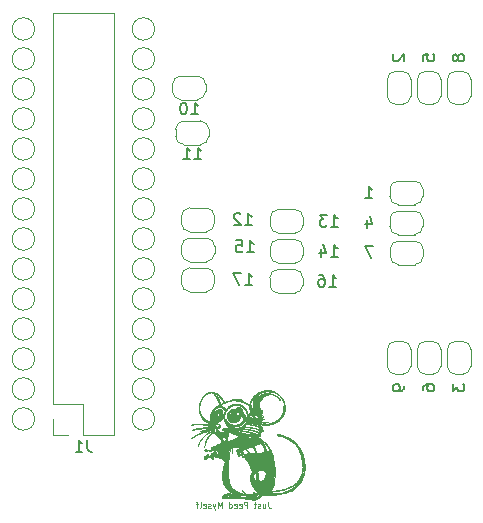
<source format=gbr>
%TF.GenerationSoftware,KiCad,Pcbnew,(6.0.4)*%
%TF.CreationDate,2024-03-23T19:03:43+02:00*%
%TF.ProjectId,EEE3088 Sensing,45454533-3038-4382-9053-656e73696e67,R1.0*%
%TF.SameCoordinates,Original*%
%TF.FileFunction,Legend,Bot*%
%TF.FilePolarity,Positive*%
%FSLAX46Y46*%
G04 Gerber Fmt 4.6, Leading zero omitted, Abs format (unit mm)*
G04 Created by KiCad (PCBNEW (6.0.4)) date 2024-03-23 19:03:43*
%MOMM*%
%LPD*%
G01*
G04 APERTURE LIST*
G04 Aperture macros list*
%AMFreePoly0*
4,1,22,0.500000,-0.750000,0.000000,-0.750000,0.000000,-0.745033,-0.079941,-0.743568,-0.215256,-0.701293,-0.333266,-0.622738,-0.424486,-0.514219,-0.481581,-0.384460,-0.499164,-0.250000,-0.500000,-0.250000,-0.500000,0.250000,-0.499164,0.250000,-0.499963,0.256109,-0.478152,0.396186,-0.417904,0.524511,-0.324060,0.630769,-0.204165,0.706417,-0.067858,0.745374,0.000000,0.744959,0.000000,0.750000,
0.500000,0.750000,0.500000,-0.750000,0.500000,-0.750000,$1*%
%AMFreePoly1*
4,1,20,0.000000,0.744959,0.073905,0.744508,0.209726,0.703889,0.328688,0.626782,0.421226,0.519385,0.479903,0.390333,0.500000,0.250000,0.500000,-0.250000,0.499851,-0.262216,0.476331,-0.402017,0.414519,-0.529596,0.319384,-0.634700,0.198574,-0.708877,0.061801,-0.746166,0.000000,-0.745033,0.000000,-0.750000,-0.500000,-0.750000,-0.500000,0.750000,0.000000,0.750000,0.000000,0.744959,
0.000000,0.744959,$1*%
G04 Aperture macros list end*
%ADD10C,0.125000*%
%ADD11C,0.020000*%
%ADD12C,0.150000*%
%ADD13C,0.120000*%
%ADD14R,1.800000X1.800000*%
%ADD15C,1.800000*%
%ADD16C,1.500000*%
%ADD17FreePoly0,90.000000*%
%ADD18FreePoly1,90.000000*%
%ADD19FreePoly0,0.000000*%
%ADD20FreePoly1,0.000000*%
%ADD21FreePoly0,270.000000*%
%ADD22FreePoly1,270.000000*%
%ADD23R,1.700000X1.700000*%
%ADD24O,1.700000X1.700000*%
G04 APERTURE END LIST*
D10*
X136252380Y-96026190D02*
X136252380Y-96383333D01*
X136276190Y-96454761D01*
X136323809Y-96502380D01*
X136395238Y-96526190D01*
X136442857Y-96526190D01*
X135800000Y-96192857D02*
X135800000Y-96526190D01*
X136014285Y-96192857D02*
X136014285Y-96454761D01*
X135990476Y-96502380D01*
X135942857Y-96526190D01*
X135871428Y-96526190D01*
X135823809Y-96502380D01*
X135800000Y-96478571D01*
X135585714Y-96502380D02*
X135538095Y-96526190D01*
X135442857Y-96526190D01*
X135395238Y-96502380D01*
X135371428Y-96454761D01*
X135371428Y-96430952D01*
X135395238Y-96383333D01*
X135442857Y-96359523D01*
X135514285Y-96359523D01*
X135561904Y-96335714D01*
X135585714Y-96288095D01*
X135585714Y-96264285D01*
X135561904Y-96216666D01*
X135514285Y-96192857D01*
X135442857Y-96192857D01*
X135395238Y-96216666D01*
X135228571Y-96192857D02*
X135038095Y-96192857D01*
X135157142Y-96026190D02*
X135157142Y-96454761D01*
X135133333Y-96502380D01*
X135085714Y-96526190D01*
X135038095Y-96526190D01*
X134490476Y-96526190D02*
X134490476Y-96026190D01*
X134300000Y-96026190D01*
X134252380Y-96050000D01*
X134228571Y-96073809D01*
X134204761Y-96121428D01*
X134204761Y-96192857D01*
X134228571Y-96240476D01*
X134252380Y-96264285D01*
X134300000Y-96288095D01*
X134490476Y-96288095D01*
X133800000Y-96502380D02*
X133847619Y-96526190D01*
X133942857Y-96526190D01*
X133990476Y-96502380D01*
X134014285Y-96454761D01*
X134014285Y-96264285D01*
X133990476Y-96216666D01*
X133942857Y-96192857D01*
X133847619Y-96192857D01*
X133800000Y-96216666D01*
X133776190Y-96264285D01*
X133776190Y-96311904D01*
X134014285Y-96359523D01*
X133371428Y-96502380D02*
X133419047Y-96526190D01*
X133514285Y-96526190D01*
X133561904Y-96502380D01*
X133585714Y-96454761D01*
X133585714Y-96264285D01*
X133561904Y-96216666D01*
X133514285Y-96192857D01*
X133419047Y-96192857D01*
X133371428Y-96216666D01*
X133347619Y-96264285D01*
X133347619Y-96311904D01*
X133585714Y-96359523D01*
X132919047Y-96526190D02*
X132919047Y-96026190D01*
X132919047Y-96502380D02*
X132966666Y-96526190D01*
X133061904Y-96526190D01*
X133109523Y-96502380D01*
X133133333Y-96478571D01*
X133157142Y-96430952D01*
X133157142Y-96288095D01*
X133133333Y-96240476D01*
X133109523Y-96216666D01*
X133061904Y-96192857D01*
X132966666Y-96192857D01*
X132919047Y-96216666D01*
X132300000Y-96526190D02*
X132300000Y-96026190D01*
X132133333Y-96383333D01*
X131966666Y-96026190D01*
X131966666Y-96526190D01*
X131776190Y-96192857D02*
X131657142Y-96526190D01*
X131538095Y-96192857D02*
X131657142Y-96526190D01*
X131704761Y-96645238D01*
X131728571Y-96669047D01*
X131776190Y-96692857D01*
X131371428Y-96502380D02*
X131323809Y-96526190D01*
X131228571Y-96526190D01*
X131180952Y-96502380D01*
X131157142Y-96454761D01*
X131157142Y-96430952D01*
X131180952Y-96383333D01*
X131228571Y-96359523D01*
X131300000Y-96359523D01*
X131347619Y-96335714D01*
X131371428Y-96288095D01*
X131371428Y-96264285D01*
X131347619Y-96216666D01*
X131300000Y-96192857D01*
X131228571Y-96192857D01*
X131180952Y-96216666D01*
X130752380Y-96502380D02*
X130800000Y-96526190D01*
X130895238Y-96526190D01*
X130942857Y-96502380D01*
X130966666Y-96454761D01*
X130966666Y-96264285D01*
X130942857Y-96216666D01*
X130895238Y-96192857D01*
X130800000Y-96192857D01*
X130752380Y-96216666D01*
X130728571Y-96264285D01*
X130728571Y-96311904D01*
X130966666Y-96359523D01*
X130442857Y-96526190D02*
X130490476Y-96502380D01*
X130514285Y-96454761D01*
X130514285Y-96026190D01*
X130323809Y-96192857D02*
X130133333Y-96192857D01*
X130252380Y-96526190D02*
X130252380Y-96097619D01*
X130228571Y-96050000D01*
X130180952Y-96026190D01*
X130133333Y-96026190D01*
D11*
G36*
X132803923Y-88488108D02*
G01*
X132816018Y-88465575D01*
X132829338Y-88443467D01*
X132843875Y-88421802D01*
X132859625Y-88400598D01*
X132876582Y-88379873D01*
X132894739Y-88359646D01*
X132914091Y-88339933D01*
X132934632Y-88320753D01*
X132956357Y-88302124D01*
X132979259Y-88284063D01*
X133003333Y-88266589D01*
X133028572Y-88249720D01*
X133054972Y-88233473D01*
X133085565Y-88215337D01*
X133097824Y-88207969D01*
X133108153Y-88201639D01*
X133116622Y-88196275D01*
X133123304Y-88191805D01*
X133125997Y-88189882D01*
X133128269Y-88188156D01*
X133130130Y-88186617D01*
X133131588Y-88185256D01*
X133132653Y-88184065D01*
X133133333Y-88183034D01*
X133133637Y-88182155D01*
X133133651Y-88181769D01*
X133133574Y-88181418D01*
X133133408Y-88181100D01*
X133133154Y-88180814D01*
X133132384Y-88180335D01*
X133131274Y-88179971D01*
X133129832Y-88179713D01*
X133128068Y-88179552D01*
X133125991Y-88179480D01*
X133120930Y-88179565D01*
X133114723Y-88179895D01*
X133107438Y-88180398D01*
X133104402Y-88180652D01*
X133101492Y-88180966D01*
X133098722Y-88181335D01*
X133096105Y-88181755D01*
X133093655Y-88182220D01*
X133091385Y-88182728D01*
X133089307Y-88183273D01*
X133087436Y-88183851D01*
X133086582Y-88184151D01*
X133085784Y-88184457D01*
X133085045Y-88184770D01*
X133084366Y-88185088D01*
X133083748Y-88185410D01*
X133083193Y-88185738D01*
X133082703Y-88186069D01*
X133082279Y-88186403D01*
X133081924Y-88186740D01*
X133081638Y-88187079D01*
X133081424Y-88187420D01*
X133081283Y-88187762D01*
X133081217Y-88188104D01*
X133081227Y-88188447D01*
X133081315Y-88188789D01*
X133081483Y-88189129D01*
X133081653Y-88189472D01*
X133081748Y-88189824D01*
X133081769Y-88190185D01*
X133081718Y-88190555D01*
X133081596Y-88190931D01*
X133081405Y-88191315D01*
X133080822Y-88192099D01*
X133079981Y-88192900D01*
X133078895Y-88193713D01*
X133077575Y-88194531D01*
X133076036Y-88195347D01*
X133074288Y-88196156D01*
X133072345Y-88196951D01*
X133070218Y-88197726D01*
X133067921Y-88198475D01*
X133065465Y-88199193D01*
X133062864Y-88199871D01*
X133060129Y-88200505D01*
X133057273Y-88201088D01*
X133029043Y-88206486D01*
X133058623Y-88181059D01*
X133062778Y-88177576D01*
X133066770Y-88174432D01*
X133070625Y-88171620D01*
X133074369Y-88169131D01*
X133078031Y-88166955D01*
X133081637Y-88165085D01*
X133085214Y-88163512D01*
X133088789Y-88162228D01*
X133092389Y-88161223D01*
X133096041Y-88160488D01*
X133099772Y-88160017D01*
X133103610Y-88159799D01*
X133107580Y-88159827D01*
X133111711Y-88160091D01*
X133116029Y-88160583D01*
X133120562Y-88161295D01*
X133124875Y-88162038D01*
X133128690Y-88162659D01*
X133132011Y-88163156D01*
X133134842Y-88163529D01*
X133137188Y-88163775D01*
X133139054Y-88163894D01*
X133139808Y-88163906D01*
X133140444Y-88163885D01*
X133140961Y-88163832D01*
X133141361Y-88163746D01*
X133141645Y-88163627D01*
X133141812Y-88163475D01*
X133141863Y-88163290D01*
X133141799Y-88163072D01*
X133141621Y-88162821D01*
X133141329Y-88162536D01*
X133140923Y-88162217D01*
X133140404Y-88161864D01*
X133139030Y-88161056D01*
X133137211Y-88160111D01*
X133134952Y-88159027D01*
X133132257Y-88157802D01*
X133127415Y-88155458D01*
X133123766Y-88153248D01*
X133121360Y-88151155D01*
X133120638Y-88150147D01*
X133120245Y-88149163D01*
X133120186Y-88148201D01*
X133120469Y-88147257D01*
X133121099Y-88146331D01*
X133122082Y-88145420D01*
X133125131Y-88143637D01*
X133129667Y-88141891D01*
X133135737Y-88140166D01*
X133143390Y-88138447D01*
X133152675Y-88136717D01*
X133163640Y-88134961D01*
X133190808Y-88131304D01*
X133225284Y-88127349D01*
X133242499Y-88125735D01*
X133260083Y-88124555D01*
X133277870Y-88123796D01*
X133295694Y-88123443D01*
X133313390Y-88123484D01*
X133330792Y-88123905D01*
X133347734Y-88124692D01*
X133364051Y-88125831D01*
X133379578Y-88127309D01*
X133394148Y-88129112D01*
X133407596Y-88131227D01*
X133419757Y-88133640D01*
X133430466Y-88136338D01*
X133439555Y-88139307D01*
X133446861Y-88142532D01*
X133449793Y-88144238D01*
X133452217Y-88146002D01*
X133454367Y-88147687D01*
X133456394Y-88149055D01*
X133457367Y-88149617D01*
X133458316Y-88150095D01*
X133459244Y-88150489D01*
X133460152Y-88150797D01*
X133461043Y-88151017D01*
X133461920Y-88151150D01*
X133462784Y-88151192D01*
X133463638Y-88151143D01*
X133464485Y-88151002D01*
X133465326Y-88150767D01*
X133466164Y-88150437D01*
X133467000Y-88150010D01*
X133467839Y-88149486D01*
X133468681Y-88148863D01*
X133469529Y-88148140D01*
X133470385Y-88147315D01*
X133471252Y-88146387D01*
X133472131Y-88145355D01*
X133473938Y-88142973D01*
X133475825Y-88140159D01*
X133477808Y-88136902D01*
X133479908Y-88133191D01*
X133482141Y-88129016D01*
X133486449Y-88121368D01*
X133491482Y-88113460D01*
X133497176Y-88105355D01*
X133503465Y-88097117D01*
X133510285Y-88088808D01*
X133517572Y-88080495D01*
X133525262Y-88072238D01*
X133533289Y-88064104D01*
X133541589Y-88056154D01*
X133550098Y-88048453D01*
X133558751Y-88041065D01*
X133567483Y-88034052D01*
X133576231Y-88027480D01*
X133584929Y-88021411D01*
X133593513Y-88015909D01*
X133601918Y-88011038D01*
X133612689Y-88005905D01*
X133624238Y-88001809D01*
X133636498Y-87998717D01*
X133649400Y-87996598D01*
X133662876Y-87995418D01*
X133676858Y-87995144D01*
X133691278Y-87995745D01*
X133706067Y-87997187D01*
X133721158Y-87999437D01*
X133736482Y-88002463D01*
X133751970Y-88006233D01*
X133767555Y-88010713D01*
X133783169Y-88015871D01*
X133798743Y-88021674D01*
X133814209Y-88028090D01*
X133829499Y-88035085D01*
X133844545Y-88042628D01*
X133859278Y-88050685D01*
X133873631Y-88059224D01*
X133887534Y-88068213D01*
X133900921Y-88077617D01*
X133913722Y-88087406D01*
X133925869Y-88097545D01*
X133937295Y-88108003D01*
X133947931Y-88118747D01*
X133957708Y-88129744D01*
X133966560Y-88140961D01*
X133974416Y-88152366D01*
X133981210Y-88163926D01*
X133986873Y-88175608D01*
X133991337Y-88187381D01*
X133994533Y-88199210D01*
X133998037Y-88212754D01*
X134003198Y-88228680D01*
X134009895Y-88246751D01*
X134018009Y-88266728D01*
X134038001Y-88311447D01*
X134062207Y-88360933D01*
X134089660Y-88413280D01*
X134119393Y-88466583D01*
X134150439Y-88518937D01*
X134181832Y-88568436D01*
X134213886Y-88618688D01*
X134242133Y-88666421D01*
X134266584Y-88711748D01*
X134277391Y-88733544D01*
X134287253Y-88754782D01*
X134296173Y-88775474D01*
X134304151Y-88795635D01*
X134311191Y-88815280D01*
X134317293Y-88834421D01*
X134322458Y-88853074D01*
X134326689Y-88871253D01*
X134329987Y-88888971D01*
X134332353Y-88906242D01*
X134333790Y-88923082D01*
X134334298Y-88939503D01*
X134333880Y-88955521D01*
X134332536Y-88971148D01*
X134330269Y-88986400D01*
X134327080Y-89001290D01*
X134322971Y-89015832D01*
X134317943Y-89030041D01*
X134311997Y-89043931D01*
X134305136Y-89057515D01*
X134297361Y-89070808D01*
X134288673Y-89083824D01*
X134279074Y-89096577D01*
X134268567Y-89109082D01*
X134257151Y-89121351D01*
X134244829Y-89133400D01*
X134241245Y-89136932D01*
X134237354Y-89141101D01*
X134228803Y-89151141D01*
X134219475Y-89163095D01*
X134209669Y-89176541D01*
X134199686Y-89191053D01*
X134189826Y-89206207D01*
X134180388Y-89221580D01*
X134171672Y-89236747D01*
X134140513Y-89287886D01*
X134105796Y-89335316D01*
X134067772Y-89379054D01*
X134026690Y-89419120D01*
X133982800Y-89455531D01*
X133936352Y-89488307D01*
X133887596Y-89517465D01*
X133836782Y-89543023D01*
X133784160Y-89565001D01*
X133729979Y-89583417D01*
X133674490Y-89598289D01*
X133617942Y-89609636D01*
X133560586Y-89617475D01*
X133502670Y-89621826D01*
X133444447Y-89622706D01*
X133386164Y-89620135D01*
X133328072Y-89614130D01*
X133270421Y-89604710D01*
X133213461Y-89591893D01*
X133157441Y-89575699D01*
X133102613Y-89556144D01*
X133049224Y-89533248D01*
X132997526Y-89507029D01*
X132947769Y-89477506D01*
X132900202Y-89444696D01*
X132855075Y-89408619D01*
X132812638Y-89369293D01*
X132773141Y-89326735D01*
X132736833Y-89280965D01*
X132703966Y-89232001D01*
X132674788Y-89179861D01*
X132649550Y-89124563D01*
X132642216Y-89106265D01*
X132636019Y-89090164D01*
X132630951Y-89076279D01*
X132626998Y-89064626D01*
X132624150Y-89055221D01*
X132622397Y-89048082D01*
X132621927Y-89045367D01*
X132621726Y-89043225D01*
X132621793Y-89041658D01*
X132622126Y-89040667D01*
X132622725Y-89040256D01*
X132623587Y-89040425D01*
X132624712Y-89041178D01*
X132626098Y-89042516D01*
X132629646Y-89046956D01*
X132634221Y-89053762D01*
X132639812Y-89062951D01*
X132646408Y-89074540D01*
X132653997Y-89088546D01*
X132662568Y-89104984D01*
X132692036Y-89156459D01*
X132725487Y-89204099D01*
X132762630Y-89247932D01*
X132803172Y-89287981D01*
X132846823Y-89324274D01*
X132893290Y-89356834D01*
X132942282Y-89385688D01*
X132993508Y-89410861D01*
X133046676Y-89432378D01*
X133101493Y-89450265D01*
X133157670Y-89464547D01*
X133214913Y-89475249D01*
X133272932Y-89482398D01*
X133331434Y-89486018D01*
X133390129Y-89486134D01*
X133448724Y-89482773D01*
X133506929Y-89475959D01*
X133564451Y-89465718D01*
X133620998Y-89452076D01*
X133676280Y-89435057D01*
X133730005Y-89414688D01*
X133781880Y-89390993D01*
X133831615Y-89363998D01*
X133878918Y-89333729D01*
X133923497Y-89300211D01*
X133965060Y-89263469D01*
X134003317Y-89223528D01*
X134037975Y-89180415D01*
X134068743Y-89134154D01*
X134095329Y-89084771D01*
X134117441Y-89032292D01*
X134134789Y-88976741D01*
X134136782Y-88968907D01*
X134138535Y-88961621D01*
X134140049Y-88954862D01*
X134141326Y-88948605D01*
X134142366Y-88942828D01*
X134143172Y-88937507D01*
X134143743Y-88932620D01*
X134144082Y-88928143D01*
X134144190Y-88924055D01*
X134144158Y-88922148D01*
X134144068Y-88920330D01*
X134143921Y-88918598D01*
X134143717Y-88916947D01*
X134143456Y-88915377D01*
X134143138Y-88913883D01*
X134142764Y-88912463D01*
X134142333Y-88911114D01*
X134141846Y-88909834D01*
X134141303Y-88908618D01*
X134140704Y-88907465D01*
X134140049Y-88906371D01*
X134139339Y-88905334D01*
X134138573Y-88904351D01*
X134137996Y-88903641D01*
X134137450Y-88902940D01*
X134136937Y-88902249D01*
X134136456Y-88901568D01*
X134136006Y-88900900D01*
X134135589Y-88900244D01*
X134135205Y-88899602D01*
X134134853Y-88898974D01*
X134134533Y-88898361D01*
X134134247Y-88897765D01*
X134133993Y-88897185D01*
X134133772Y-88896624D01*
X134133584Y-88896081D01*
X134133430Y-88895558D01*
X134133309Y-88895055D01*
X134133221Y-88894574D01*
X134133168Y-88894116D01*
X134133147Y-88893680D01*
X134133161Y-88893269D01*
X134133209Y-88892882D01*
X134133291Y-88892521D01*
X134133407Y-88892188D01*
X134133558Y-88891881D01*
X134133743Y-88891604D01*
X134133963Y-88891355D01*
X134134217Y-88891137D01*
X134134507Y-88890950D01*
X134134831Y-88890795D01*
X134135191Y-88890673D01*
X134135586Y-88890585D01*
X134136016Y-88890531D01*
X134136482Y-88890513D01*
X134136967Y-88890469D01*
X134137449Y-88890339D01*
X134137928Y-88890124D01*
X134138403Y-88889828D01*
X134139338Y-88888997D01*
X134140248Y-88887864D01*
X134141129Y-88886445D01*
X134141973Y-88884759D01*
X134142777Y-88882822D01*
X134143533Y-88880651D01*
X134144238Y-88878263D01*
X134144885Y-88875677D01*
X134145470Y-88872908D01*
X134145985Y-88869975D01*
X134146426Y-88866894D01*
X134146788Y-88863682D01*
X134147065Y-88860358D01*
X134147251Y-88856937D01*
X134147579Y-88847425D01*
X134147662Y-88843621D01*
X134147684Y-88840441D01*
X134147641Y-88837878D01*
X134147526Y-88835927D01*
X134147336Y-88834578D01*
X134147211Y-88834128D01*
X134147066Y-88833826D01*
X134146899Y-88833671D01*
X134146710Y-88833663D01*
X134146498Y-88833800D01*
X134146263Y-88834082D01*
X134146004Y-88834507D01*
X134145721Y-88835076D01*
X134145078Y-88836637D01*
X134144330Y-88838759D01*
X134143471Y-88841435D01*
X134141403Y-88848418D01*
X134140607Y-88850993D01*
X134139704Y-88853539D01*
X134138705Y-88856040D01*
X134137619Y-88858482D01*
X134136457Y-88860850D01*
X134135229Y-88863129D01*
X134133945Y-88865303D01*
X134132616Y-88867359D01*
X134131252Y-88869280D01*
X134129864Y-88871051D01*
X134128460Y-88872659D01*
X134127757Y-88873396D01*
X134127053Y-88874087D01*
X134126351Y-88874729D01*
X134125652Y-88875321D01*
X134124956Y-88875860D01*
X134124266Y-88876346D01*
X134123583Y-88876775D01*
X134122908Y-88877146D01*
X134122242Y-88877457D01*
X134121586Y-88877707D01*
X134120859Y-88877932D01*
X134120164Y-88878115D01*
X134119502Y-88878257D01*
X134118873Y-88878357D01*
X134118277Y-88878417D01*
X134117715Y-88878436D01*
X134117186Y-88878415D01*
X134116691Y-88878354D01*
X134116229Y-88878253D01*
X134115801Y-88878113D01*
X134115408Y-88877933D01*
X134115048Y-88877714D01*
X134114723Y-88877457D01*
X134114432Y-88877161D01*
X134114175Y-88876826D01*
X134113953Y-88876454D01*
X134113766Y-88876044D01*
X134113613Y-88875596D01*
X134113496Y-88875111D01*
X134113414Y-88874589D01*
X134113367Y-88874031D01*
X134113355Y-88873436D01*
X134113379Y-88872804D01*
X134113438Y-88872137D01*
X134113533Y-88871434D01*
X134113664Y-88870696D01*
X134114034Y-88869114D01*
X134114549Y-88867394D01*
X134115210Y-88865536D01*
X134115522Y-88864684D01*
X134115799Y-88863844D01*
X134116041Y-88863018D01*
X134116249Y-88862205D01*
X134116423Y-88861409D01*
X134116562Y-88860628D01*
X134116669Y-88859865D01*
X134116742Y-88859119D01*
X134116782Y-88858393D01*
X134116790Y-88857687D01*
X134116766Y-88857002D01*
X134116710Y-88856340D01*
X134116623Y-88855700D01*
X134116504Y-88855084D01*
X134116355Y-88854493D01*
X134116176Y-88853928D01*
X134115966Y-88853389D01*
X134115726Y-88852879D01*
X134115458Y-88852397D01*
X134115160Y-88851945D01*
X134114833Y-88851523D01*
X134114478Y-88851134D01*
X134114095Y-88850776D01*
X134113684Y-88850453D01*
X134113246Y-88850163D01*
X134112781Y-88849910D01*
X134112289Y-88849692D01*
X134111771Y-88849512D01*
X134111227Y-88849370D01*
X134110657Y-88849268D01*
X134110062Y-88849206D01*
X134109442Y-88849185D01*
X134108835Y-88849170D01*
X134108253Y-88849126D01*
X134107698Y-88849052D01*
X134107170Y-88848951D01*
X134106668Y-88848823D01*
X134106193Y-88848667D01*
X134105747Y-88848487D01*
X134105327Y-88848281D01*
X134104936Y-88848050D01*
X134104574Y-88847796D01*
X134104240Y-88847520D01*
X134103936Y-88847221D01*
X134103661Y-88846900D01*
X134103416Y-88846559D01*
X134103201Y-88846198D01*
X134103016Y-88845818D01*
X134102862Y-88845420D01*
X134102739Y-88845004D01*
X134102648Y-88844570D01*
X134102589Y-88844121D01*
X134102561Y-88843656D01*
X134102566Y-88843176D01*
X134102603Y-88842682D01*
X134102674Y-88842175D01*
X134102778Y-88841656D01*
X134102916Y-88841124D01*
X134103088Y-88840582D01*
X134103294Y-88840029D01*
X134103534Y-88839467D01*
X134103810Y-88838895D01*
X134104121Y-88838316D01*
X134104468Y-88837729D01*
X134105255Y-88836337D01*
X134105798Y-88835100D01*
X134105978Y-88834540D01*
X134106096Y-88834017D01*
X134106153Y-88833533D01*
X134106148Y-88833088D01*
X134106081Y-88832681D01*
X134105952Y-88832312D01*
X134105760Y-88831981D01*
X134105506Y-88831689D01*
X134105189Y-88831435D01*
X134104809Y-88831219D01*
X134104366Y-88831042D01*
X134103859Y-88830902D01*
X134103289Y-88830801D01*
X134102655Y-88830738D01*
X134101196Y-88830726D01*
X134099479Y-88830866D01*
X134097503Y-88831158D01*
X134095266Y-88831601D01*
X134092768Y-88832196D01*
X134090006Y-88832942D01*
X134086979Y-88833839D01*
X134062452Y-88841380D01*
X134087270Y-88819446D01*
X134091912Y-88815245D01*
X134095830Y-88811486D01*
X134099029Y-88808174D01*
X134101513Y-88805314D01*
X134102488Y-88804055D01*
X134103287Y-88802912D01*
X134103909Y-88801884D01*
X134104355Y-88800973D01*
X134104626Y-88800178D01*
X134104723Y-88799502D01*
X134104646Y-88798943D01*
X134104395Y-88798504D01*
X134103971Y-88798185D01*
X134103375Y-88797985D01*
X134102608Y-88797907D01*
X134101669Y-88797951D01*
X134100560Y-88798116D01*
X134099280Y-88798405D01*
X134096214Y-88799354D01*
X134092476Y-88800803D01*
X134088069Y-88802757D01*
X134082998Y-88805221D01*
X134077269Y-88808201D01*
X134074188Y-88809802D01*
X134071434Y-88811125D01*
X134068987Y-88812154D01*
X134067875Y-88812555D01*
X134066832Y-88812878D01*
X134065858Y-88813120D01*
X134064950Y-88813281D01*
X134064106Y-88813358D01*
X134063324Y-88813351D01*
X134062601Y-88813256D01*
X134061936Y-88813073D01*
X134061326Y-88812800D01*
X134060769Y-88812434D01*
X134060262Y-88811976D01*
X134059804Y-88811421D01*
X134059393Y-88810770D01*
X134059026Y-88810020D01*
X134058700Y-88809170D01*
X134058415Y-88808217D01*
X134058167Y-88807161D01*
X134057954Y-88805999D01*
X134057627Y-88803351D01*
X134057415Y-88800260D01*
X134057300Y-88796714D01*
X134057266Y-88792697D01*
X134057253Y-88791353D01*
X134057212Y-88790026D01*
X134057146Y-88788718D01*
X134057055Y-88787431D01*
X134056939Y-88786166D01*
X134056799Y-88784925D01*
X134056636Y-88783709D01*
X134056450Y-88782521D01*
X134056242Y-88781361D01*
X134056013Y-88780232D01*
X134055764Y-88779135D01*
X134055494Y-88778072D01*
X134055205Y-88777045D01*
X134054898Y-88776054D01*
X134054573Y-88775103D01*
X134054230Y-88774192D01*
X134053871Y-88773324D01*
X134053496Y-88772499D01*
X134053105Y-88771720D01*
X134052700Y-88770989D01*
X134052282Y-88770306D01*
X134051850Y-88769674D01*
X134051405Y-88769094D01*
X134050948Y-88768568D01*
X134050480Y-88768097D01*
X134050002Y-88767684D01*
X134049514Y-88767330D01*
X134049016Y-88767037D01*
X134048510Y-88766806D01*
X134047996Y-88766639D01*
X134047475Y-88766537D01*
X134046947Y-88766503D01*
X134046417Y-88766517D01*
X134045894Y-88766558D01*
X134045378Y-88766627D01*
X134044870Y-88766721D01*
X134044370Y-88766841D01*
X134043880Y-88766986D01*
X134043400Y-88767155D01*
X134042931Y-88767348D01*
X134042473Y-88767563D01*
X134042027Y-88767801D01*
X134041594Y-88768059D01*
X134041174Y-88768339D01*
X134040768Y-88768639D01*
X134040377Y-88768958D01*
X134040001Y-88769296D01*
X134039642Y-88769651D01*
X134039298Y-88770025D01*
X134038973Y-88770414D01*
X134038665Y-88770820D01*
X134038376Y-88771242D01*
X134038106Y-88771677D01*
X134037856Y-88772127D01*
X134037627Y-88772590D01*
X134037419Y-88773066D01*
X134037233Y-88773554D01*
X134037069Y-88774053D01*
X134036929Y-88774562D01*
X134036813Y-88775082D01*
X134036722Y-88775610D01*
X134036656Y-88776148D01*
X134036616Y-88776693D01*
X134036602Y-88777245D01*
X134036584Y-88777804D01*
X134036531Y-88778321D01*
X134036444Y-88778795D01*
X134036322Y-88779227D01*
X134036167Y-88779617D01*
X134035980Y-88779964D01*
X134035762Y-88780270D01*
X134035512Y-88780534D01*
X134035232Y-88780757D01*
X134034923Y-88780938D01*
X134034584Y-88781077D01*
X134034218Y-88781175D01*
X134033824Y-88781232D01*
X134033403Y-88781248D01*
X134032957Y-88781223D01*
X134032485Y-88781157D01*
X134031988Y-88781051D01*
X134031468Y-88780904D01*
X134030924Y-88780716D01*
X134030358Y-88780488D01*
X134029162Y-88779912D01*
X134027885Y-88779176D01*
X134026532Y-88778281D01*
X134025109Y-88777228D01*
X134023622Y-88776018D01*
X134022077Y-88774652D01*
X134020603Y-88773268D01*
X134019172Y-88771870D01*
X134017792Y-88770469D01*
X134016470Y-88769072D01*
X134015213Y-88767690D01*
X134014029Y-88766333D01*
X134012926Y-88765009D01*
X134011910Y-88763728D01*
X134010989Y-88762499D01*
X134010170Y-88761333D01*
X134009460Y-88760237D01*
X134008868Y-88759222D01*
X134008400Y-88758297D01*
X134008063Y-88757472D01*
X134007947Y-88757100D01*
X134007866Y-88756756D01*
X134007822Y-88756441D01*
X134007815Y-88756158D01*
X134007886Y-88754243D01*
X134007926Y-88752388D01*
X134007934Y-88750595D01*
X134007911Y-88748864D01*
X134007859Y-88747197D01*
X134007776Y-88745593D01*
X134007664Y-88744055D01*
X134007522Y-88742582D01*
X134007352Y-88741177D01*
X134007154Y-88739840D01*
X134006927Y-88738572D01*
X134006674Y-88737374D01*
X134006393Y-88736247D01*
X134006085Y-88735192D01*
X134005751Y-88734209D01*
X134005391Y-88733301D01*
X134005006Y-88732467D01*
X134004595Y-88731709D01*
X134004160Y-88731028D01*
X134003701Y-88730424D01*
X134003217Y-88729900D01*
X134002710Y-88729454D01*
X134002180Y-88729090D01*
X134001628Y-88728807D01*
X134001053Y-88728606D01*
X134000456Y-88728489D01*
X133999838Y-88728456D01*
X133999198Y-88728509D01*
X133998538Y-88728648D01*
X133997858Y-88728875D01*
X133997158Y-88729189D01*
X133996438Y-88729593D01*
X133995352Y-88730148D01*
X133994203Y-88730517D01*
X133992998Y-88730712D01*
X133991747Y-88730739D01*
X133990457Y-88730610D01*
X133989137Y-88730332D01*
X133987794Y-88729916D01*
X133986437Y-88729369D01*
X133985075Y-88728703D01*
X133983715Y-88727924D01*
X133982365Y-88727044D01*
X133981034Y-88726071D01*
X133979730Y-88725014D01*
X133978461Y-88723882D01*
X133977236Y-88722685D01*
X133976062Y-88721431D01*
X133974948Y-88720130D01*
X133973902Y-88718792D01*
X133972932Y-88717424D01*
X133972046Y-88716037D01*
X133971253Y-88714640D01*
X133970561Y-88713241D01*
X133969978Y-88711850D01*
X133969512Y-88710476D01*
X133969171Y-88709129D01*
X133968964Y-88707817D01*
X133968899Y-88706550D01*
X133968983Y-88705336D01*
X133969226Y-88704186D01*
X133969635Y-88703107D01*
X133970219Y-88702110D01*
X133970986Y-88701204D01*
X133971300Y-88700857D01*
X133971564Y-88700497D01*
X133971778Y-88700125D01*
X133971943Y-88699741D01*
X133972061Y-88699346D01*
X133972130Y-88698942D01*
X133972153Y-88698528D01*
X133972130Y-88698107D01*
X133972061Y-88697678D01*
X133971949Y-88697243D01*
X133971792Y-88696802D01*
X133971592Y-88696357D01*
X133971350Y-88695908D01*
X133971066Y-88695456D01*
X133970742Y-88695002D01*
X133970377Y-88694546D01*
X133969530Y-88693635D01*
X133968532Y-88692729D01*
X133967388Y-88691835D01*
X133966104Y-88690961D01*
X133964686Y-88690112D01*
X133963140Y-88689296D01*
X133961472Y-88688519D01*
X133959688Y-88687789D01*
X133957194Y-88686797D01*
X133956063Y-88686317D01*
X133955009Y-88685847D01*
X133954032Y-88685385D01*
X133953131Y-88684931D01*
X133952307Y-88684483D01*
X133951558Y-88684041D01*
X133950885Y-88683603D01*
X133950287Y-88683168D01*
X133949765Y-88682735D01*
X133949317Y-88682303D01*
X133948943Y-88681871D01*
X133948644Y-88681437D01*
X133948419Y-88681002D01*
X133948268Y-88680563D01*
X133948190Y-88680120D01*
X133948185Y-88679671D01*
X133948253Y-88679215D01*
X133948393Y-88678752D01*
X133948606Y-88678281D01*
X133948891Y-88677799D01*
X133949247Y-88677307D01*
X133949675Y-88676802D01*
X133950175Y-88676285D01*
X133950745Y-88675753D01*
X133951386Y-88675206D01*
X133952097Y-88674643D01*
X133952878Y-88674062D01*
X133953729Y-88673463D01*
X133955640Y-88672205D01*
X133957309Y-88671083D01*
X133958666Y-88670039D01*
X133959706Y-88669069D01*
X133960108Y-88668612D01*
X133960429Y-88668173D01*
X133960671Y-88667752D01*
X133960833Y-88667348D01*
X133960914Y-88666962D01*
X133960915Y-88666594D01*
X133960834Y-88666242D01*
X133960672Y-88665907D01*
X133960429Y-88665588D01*
X133960104Y-88665286D01*
X133959697Y-88665001D01*
X133959208Y-88664731D01*
X133958636Y-88664476D01*
X133957982Y-88664237D01*
X133956423Y-88663805D01*
X133954531Y-88663432D01*
X133952301Y-88663116D01*
X133949734Y-88662856D01*
X133946825Y-88662650D01*
X133943574Y-88662495D01*
X133942267Y-88662437D01*
X133941010Y-88662365D01*
X133939804Y-88662282D01*
X133938649Y-88662187D01*
X133937548Y-88662080D01*
X133936499Y-88661962D01*
X133935505Y-88661834D01*
X133934566Y-88661695D01*
X133933682Y-88661547D01*
X133932856Y-88661389D01*
X133932087Y-88661221D01*
X133931376Y-88661045D01*
X133930724Y-88660861D01*
X133930132Y-88660669D01*
X133929601Y-88660470D01*
X133929132Y-88660263D01*
X133928725Y-88660049D01*
X133928381Y-88659829D01*
X133928101Y-88659603D01*
X133927886Y-88659372D01*
X133927803Y-88659254D01*
X133927737Y-88659136D01*
X133927687Y-88659015D01*
X133927654Y-88658894D01*
X133927638Y-88658772D01*
X133927638Y-88658648D01*
X133927656Y-88658524D01*
X133927691Y-88658399D01*
X133927743Y-88658272D01*
X133927813Y-88658145D01*
X133928004Y-88657889D01*
X133928266Y-88657629D01*
X133928599Y-88657368D01*
X133929005Y-88657104D01*
X133929483Y-88656838D01*
X133930036Y-88656571D01*
X133930663Y-88656304D01*
X133932168Y-88655643D01*
X133933579Y-88654921D01*
X133934895Y-88654142D01*
X133936115Y-88653314D01*
X133937240Y-88652443D01*
X133938270Y-88651533D01*
X133939204Y-88650593D01*
X133940043Y-88649626D01*
X133940786Y-88648641D01*
X133941433Y-88647643D01*
X133941984Y-88646637D01*
X133942438Y-88645631D01*
X133942797Y-88644630D01*
X133943059Y-88643640D01*
X133943225Y-88642668D01*
X133943293Y-88641719D01*
X133943265Y-88640799D01*
X133943141Y-88639916D01*
X133942919Y-88639074D01*
X133942599Y-88638280D01*
X133942183Y-88637540D01*
X133941669Y-88636861D01*
X133941057Y-88636247D01*
X133940348Y-88635706D01*
X133939541Y-88635243D01*
X133938636Y-88634865D01*
X133937632Y-88634578D01*
X133936531Y-88634387D01*
X133935331Y-88634299D01*
X133934032Y-88634320D01*
X133932635Y-88634456D01*
X133931140Y-88634714D01*
X133930500Y-88634830D01*
X133929868Y-88634909D01*
X133929243Y-88634954D01*
X133928627Y-88634964D01*
X133928020Y-88634940D01*
X133927424Y-88634884D01*
X133926838Y-88634794D01*
X133926264Y-88634673D01*
X133925703Y-88634521D01*
X133925156Y-88634338D01*
X133924623Y-88634125D01*
X133924105Y-88633884D01*
X133923604Y-88633614D01*
X133923119Y-88633316D01*
X133922652Y-88632991D01*
X133922203Y-88632640D01*
X133921774Y-88632263D01*
X133921365Y-88631862D01*
X133920977Y-88631436D01*
X133920611Y-88630986D01*
X133920267Y-88630514D01*
X133919947Y-88630019D01*
X133919652Y-88629503D01*
X133919382Y-88628965D01*
X133919138Y-88628408D01*
X133918920Y-88627831D01*
X133918731Y-88627235D01*
X133918570Y-88626622D01*
X133918438Y-88625990D01*
X133918337Y-88625342D01*
X133918266Y-88624678D01*
X133918228Y-88623998D01*
X133918187Y-88623308D01*
X133918115Y-88622606D01*
X133918012Y-88621895D01*
X133917879Y-88621175D01*
X133917528Y-88619716D01*
X133917068Y-88618239D01*
X133916505Y-88616756D01*
X133915845Y-88615278D01*
X133915097Y-88613814D01*
X133914266Y-88612376D01*
X133913358Y-88610975D01*
X133912380Y-88609621D01*
X133911340Y-88608326D01*
X133910243Y-88607099D01*
X133909096Y-88605952D01*
X133907906Y-88604895D01*
X133906679Y-88603939D01*
X133906054Y-88603503D01*
X133905422Y-88603096D01*
X133904091Y-88602174D01*
X133902647Y-88600989D01*
X133901105Y-88599558D01*
X133899477Y-88597901D01*
X133897779Y-88596035D01*
X133896023Y-88593980D01*
X133894223Y-88591753D01*
X133892394Y-88589374D01*
X133890549Y-88586861D01*
X133888703Y-88584231D01*
X133886868Y-88581505D01*
X133885058Y-88578700D01*
X133883289Y-88575834D01*
X133881572Y-88572926D01*
X133879923Y-88569996D01*
X133878355Y-88567060D01*
X133873915Y-88559118D01*
X133872108Y-88556577D01*
X133870562Y-88555112D01*
X133869884Y-88554813D01*
X133869268Y-88554817D01*
X133868712Y-88555136D01*
X133868215Y-88555783D01*
X133867393Y-88558102D01*
X133866792Y-88561868D01*
X133866403Y-88567172D01*
X133866213Y-88574107D01*
X133866396Y-88593239D01*
X133867260Y-88620004D01*
X133868724Y-88655140D01*
X133869325Y-88687023D01*
X133868341Y-88718477D01*
X133865808Y-88749464D01*
X133861762Y-88779945D01*
X133856239Y-88809882D01*
X133849276Y-88839237D01*
X133840909Y-88867972D01*
X133831175Y-88896049D01*
X133820109Y-88923429D01*
X133807749Y-88950074D01*
X133794130Y-88975945D01*
X133779289Y-89001006D01*
X133763262Y-89025216D01*
X133746086Y-89048539D01*
X133727796Y-89070935D01*
X133708429Y-89092367D01*
X133688022Y-89112796D01*
X133666611Y-89132185D01*
X133644233Y-89150494D01*
X133620922Y-89167686D01*
X133596717Y-89183722D01*
X133571653Y-89198565D01*
X133545766Y-89212175D01*
X133519093Y-89224515D01*
X133491671Y-89235547D01*
X133463535Y-89245231D01*
X133434722Y-89253531D01*
X133405268Y-89260407D01*
X133375210Y-89265822D01*
X133344583Y-89269737D01*
X133313425Y-89272114D01*
X133281772Y-89272915D01*
X133270937Y-89272500D01*
X133257876Y-89271311D01*
X133242970Y-89269435D01*
X133226600Y-89266958D01*
X133190994Y-89260543D01*
X133154108Y-89252757D01*
X133118991Y-89244288D01*
X133088694Y-89235823D01*
X133076306Y-89231808D01*
X133066267Y-89228053D01*
X133058958Y-89224643D01*
X133056446Y-89223095D01*
X133054760Y-89221665D01*
X133054070Y-89221012D01*
X133053084Y-89220221D01*
X133050299Y-89218268D01*
X133046552Y-89215890D01*
X133041991Y-89213176D01*
X133036763Y-89210209D01*
X133031018Y-89207077D01*
X133024903Y-89203864D01*
X133018565Y-89200658D01*
X133006426Y-89193895D01*
X132993487Y-89185341D01*
X132979903Y-89175165D01*
X132965826Y-89163539D01*
X132951411Y-89150634D01*
X132936810Y-89136622D01*
X132922178Y-89121672D01*
X132907668Y-89105957D01*
X132893434Y-89089647D01*
X132879628Y-89072913D01*
X132866406Y-89055927D01*
X132853920Y-89038859D01*
X132842324Y-89021881D01*
X132831772Y-89005164D01*
X132822417Y-88988878D01*
X132814412Y-88973195D01*
X132802146Y-88945989D01*
X132791214Y-88918867D01*
X132781611Y-88891847D01*
X132773331Y-88864948D01*
X132766368Y-88838187D01*
X132760716Y-88811583D01*
X132756370Y-88785153D01*
X132753323Y-88758915D01*
X132751570Y-88732887D01*
X132751105Y-88707087D01*
X132751923Y-88681533D01*
X132754017Y-88656243D01*
X132757381Y-88631235D01*
X132762010Y-88606526D01*
X132767898Y-88582136D01*
X132775039Y-88558081D01*
X132783428Y-88534379D01*
X132787704Y-88524019D01*
X132906312Y-88524019D01*
X132906442Y-88529365D01*
X132906896Y-88534589D01*
X132907676Y-88539682D01*
X132908780Y-88544633D01*
X132910210Y-88549432D01*
X132911965Y-88554071D01*
X132914045Y-88558539D01*
X132916451Y-88562826D01*
X132919182Y-88566923D01*
X132922239Y-88570819D01*
X132925621Y-88574505D01*
X132929329Y-88577972D01*
X132933362Y-88581209D01*
X132937722Y-88584206D01*
X132942407Y-88586954D01*
X132947418Y-88589444D01*
X132956458Y-88592930D01*
X132965689Y-88595284D01*
X132975064Y-88596559D01*
X132984538Y-88596808D01*
X132994065Y-88596086D01*
X133003599Y-88594446D01*
X133013096Y-88591941D01*
X133022508Y-88588625D01*
X133031791Y-88584553D01*
X133040899Y-88579776D01*
X133049786Y-88574349D01*
X133058406Y-88568326D01*
X133066714Y-88561760D01*
X133074664Y-88554705D01*
X133082211Y-88547214D01*
X133086025Y-88542983D01*
X133478490Y-88542983D01*
X133479078Y-88555350D01*
X133480799Y-88567263D01*
X133483592Y-88578703D01*
X133487394Y-88589651D01*
X133492143Y-88600091D01*
X133497776Y-88610003D01*
X133504231Y-88619368D01*
X133511445Y-88628170D01*
X133519357Y-88636389D01*
X133527903Y-88644008D01*
X133537022Y-88651007D01*
X133546650Y-88657369D01*
X133556726Y-88663075D01*
X133567188Y-88668108D01*
X133577972Y-88672448D01*
X133589017Y-88676078D01*
X133600259Y-88678979D01*
X133611638Y-88681134D01*
X133623089Y-88682523D01*
X133634552Y-88683128D01*
X133645963Y-88682932D01*
X133657260Y-88681915D01*
X133668381Y-88680060D01*
X133679263Y-88677349D01*
X133689844Y-88673762D01*
X133700062Y-88669282D01*
X133709854Y-88663891D01*
X133719158Y-88657570D01*
X133727911Y-88650301D01*
X133736051Y-88642065D01*
X133743516Y-88632845D01*
X133750244Y-88622622D01*
X133753721Y-88616234D01*
X133756756Y-88609610D01*
X133759357Y-88602771D01*
X133761530Y-88595741D01*
X133763284Y-88588541D01*
X133764624Y-88581193D01*
X133765560Y-88573718D01*
X133766098Y-88566140D01*
X133766245Y-88558479D01*
X133766010Y-88550758D01*
X133765398Y-88542998D01*
X133764419Y-88535222D01*
X133763078Y-88527452D01*
X133761384Y-88519709D01*
X133759343Y-88512015D01*
X133756964Y-88504393D01*
X133754253Y-88496865D01*
X133751218Y-88489451D01*
X133747867Y-88482175D01*
X133744206Y-88475058D01*
X133740243Y-88468122D01*
X133735986Y-88461389D01*
X133731441Y-88454881D01*
X133726617Y-88448620D01*
X133721520Y-88442628D01*
X133716158Y-88436927D01*
X133710538Y-88431538D01*
X133704668Y-88426485D01*
X133698555Y-88421788D01*
X133692207Y-88417469D01*
X133685630Y-88413551D01*
X133678832Y-88410056D01*
X133669528Y-88405973D01*
X133660232Y-88402547D01*
X133650962Y-88399765D01*
X133641737Y-88397615D01*
X133632577Y-88396083D01*
X133623500Y-88395158D01*
X133614525Y-88394827D01*
X133605671Y-88395078D01*
X133596957Y-88395897D01*
X133588401Y-88397273D01*
X133580023Y-88399193D01*
X133571841Y-88401644D01*
X133563874Y-88404614D01*
X133556142Y-88408090D01*
X133548662Y-88412060D01*
X133541454Y-88416512D01*
X133534537Y-88421432D01*
X133527930Y-88426809D01*
X133521650Y-88432630D01*
X133515719Y-88438881D01*
X133510153Y-88445552D01*
X133504972Y-88452628D01*
X133500195Y-88460099D01*
X133495841Y-88467950D01*
X133491929Y-88476171D01*
X133488476Y-88484747D01*
X133485504Y-88493667D01*
X133483029Y-88502918D01*
X133481072Y-88512488D01*
X133479650Y-88522363D01*
X133478783Y-88532533D01*
X133478490Y-88542983D01*
X133086025Y-88542983D01*
X133089308Y-88539341D01*
X133095910Y-88531140D01*
X133101972Y-88522664D01*
X133107447Y-88513967D01*
X133112290Y-88505102D01*
X133116455Y-88496123D01*
X133119897Y-88487083D01*
X133122569Y-88478037D01*
X133124427Y-88469038D01*
X133125425Y-88460139D01*
X133125516Y-88451394D01*
X133124655Y-88442857D01*
X133122797Y-88434581D01*
X133119896Y-88426620D01*
X133115905Y-88419027D01*
X133110780Y-88411856D01*
X133104475Y-88405161D01*
X133100668Y-88401843D01*
X133096679Y-88398806D01*
X133092521Y-88396049D01*
X133088204Y-88393570D01*
X133083739Y-88391367D01*
X133079138Y-88389440D01*
X133074413Y-88387785D01*
X133069573Y-88386401D01*
X133064630Y-88385287D01*
X133059597Y-88384440D01*
X133054483Y-88383859D01*
X133049299Y-88383542D01*
X133044058Y-88383487D01*
X133038771Y-88383692D01*
X133033447Y-88384157D01*
X133028100Y-88384878D01*
X133022739Y-88385854D01*
X133017377Y-88387083D01*
X133012023Y-88388565D01*
X133006691Y-88390295D01*
X133001390Y-88392274D01*
X132996131Y-88394499D01*
X132990927Y-88396969D01*
X132985788Y-88399681D01*
X132980726Y-88402634D01*
X132975751Y-88405826D01*
X132970875Y-88409255D01*
X132966110Y-88412920D01*
X132961465Y-88416819D01*
X132956953Y-88420950D01*
X132952585Y-88425311D01*
X132948371Y-88429900D01*
X132943311Y-88435864D01*
X132938576Y-88441863D01*
X132934164Y-88447886D01*
X132930076Y-88453926D01*
X132926312Y-88459970D01*
X132922872Y-88466010D01*
X132919756Y-88472036D01*
X132916964Y-88478038D01*
X132914497Y-88484007D01*
X132912354Y-88489932D01*
X132910536Y-88495803D01*
X132909042Y-88501612D01*
X132907872Y-88507347D01*
X132907027Y-88513000D01*
X132906507Y-88518561D01*
X132906312Y-88524019D01*
X132787704Y-88524019D01*
X132793057Y-88511049D01*
X132803923Y-88488108D01*
G37*
X132803923Y-88488108D02*
X132816018Y-88465575D01*
X132829338Y-88443467D01*
X132843875Y-88421802D01*
X132859625Y-88400598D01*
X132876582Y-88379873D01*
X132894739Y-88359646D01*
X132914091Y-88339933D01*
X132934632Y-88320753D01*
X132956357Y-88302124D01*
X132979259Y-88284063D01*
X133003333Y-88266589D01*
X133028572Y-88249720D01*
X133054972Y-88233473D01*
X133085565Y-88215337D01*
X133097824Y-88207969D01*
X133108153Y-88201639D01*
X133116622Y-88196275D01*
X133123304Y-88191805D01*
X133125997Y-88189882D01*
X133128269Y-88188156D01*
X133130130Y-88186617D01*
X133131588Y-88185256D01*
X133132653Y-88184065D01*
X133133333Y-88183034D01*
X133133637Y-88182155D01*
X133133651Y-88181769D01*
X133133574Y-88181418D01*
X133133408Y-88181100D01*
X133133154Y-88180814D01*
X133132384Y-88180335D01*
X133131274Y-88179971D01*
X133129832Y-88179713D01*
X133128068Y-88179552D01*
X133125991Y-88179480D01*
X133120930Y-88179565D01*
X133114723Y-88179895D01*
X133107438Y-88180398D01*
X133104402Y-88180652D01*
X133101492Y-88180966D01*
X133098722Y-88181335D01*
X133096105Y-88181755D01*
X133093655Y-88182220D01*
X133091385Y-88182728D01*
X133089307Y-88183273D01*
X133087436Y-88183851D01*
X133086582Y-88184151D01*
X133085784Y-88184457D01*
X133085045Y-88184770D01*
X133084366Y-88185088D01*
X133083748Y-88185410D01*
X133083193Y-88185738D01*
X133082703Y-88186069D01*
X133082279Y-88186403D01*
X133081924Y-88186740D01*
X133081638Y-88187079D01*
X133081424Y-88187420D01*
X133081283Y-88187762D01*
X133081217Y-88188104D01*
X133081227Y-88188447D01*
X133081315Y-88188789D01*
X133081483Y-88189129D01*
X133081653Y-88189472D01*
X133081748Y-88189824D01*
X133081769Y-88190185D01*
X133081718Y-88190555D01*
X133081596Y-88190931D01*
X133081405Y-88191315D01*
X133080822Y-88192099D01*
X133079981Y-88192900D01*
X133078895Y-88193713D01*
X133077575Y-88194531D01*
X133076036Y-88195347D01*
X133074288Y-88196156D01*
X133072345Y-88196951D01*
X133070218Y-88197726D01*
X133067921Y-88198475D01*
X133065465Y-88199193D01*
X133062864Y-88199871D01*
X133060129Y-88200505D01*
X133057273Y-88201088D01*
X133029043Y-88206486D01*
X133058623Y-88181059D01*
X133062778Y-88177576D01*
X133066770Y-88174432D01*
X133070625Y-88171620D01*
X133074369Y-88169131D01*
X133078031Y-88166955D01*
X133081637Y-88165085D01*
X133085214Y-88163512D01*
X133088789Y-88162228D01*
X133092389Y-88161223D01*
X133096041Y-88160488D01*
X133099772Y-88160017D01*
X133103610Y-88159799D01*
X133107580Y-88159827D01*
X133111711Y-88160091D01*
X133116029Y-88160583D01*
X133120562Y-88161295D01*
X133124875Y-88162038D01*
X133128690Y-88162659D01*
X133132011Y-88163156D01*
X133134842Y-88163529D01*
X133137188Y-88163775D01*
X133139054Y-88163894D01*
X133139808Y-88163906D01*
X133140444Y-88163885D01*
X133140961Y-88163832D01*
X133141361Y-88163746D01*
X133141645Y-88163627D01*
X133141812Y-88163475D01*
X133141863Y-88163290D01*
X133141799Y-88163072D01*
X133141621Y-88162821D01*
X133141329Y-88162536D01*
X133140923Y-88162217D01*
X133140404Y-88161864D01*
X133139030Y-88161056D01*
X133137211Y-88160111D01*
X133134952Y-88159027D01*
X133132257Y-88157802D01*
X133127415Y-88155458D01*
X133123766Y-88153248D01*
X133121360Y-88151155D01*
X133120638Y-88150147D01*
X133120245Y-88149163D01*
X133120186Y-88148201D01*
X133120469Y-88147257D01*
X133121099Y-88146331D01*
X133122082Y-88145420D01*
X133125131Y-88143637D01*
X133129667Y-88141891D01*
X133135737Y-88140166D01*
X133143390Y-88138447D01*
X133152675Y-88136717D01*
X133163640Y-88134961D01*
X133190808Y-88131304D01*
X133225284Y-88127349D01*
X133242499Y-88125735D01*
X133260083Y-88124555D01*
X133277870Y-88123796D01*
X133295694Y-88123443D01*
X133313390Y-88123484D01*
X133330792Y-88123905D01*
X133347734Y-88124692D01*
X133364051Y-88125831D01*
X133379578Y-88127309D01*
X133394148Y-88129112D01*
X133407596Y-88131227D01*
X133419757Y-88133640D01*
X133430466Y-88136338D01*
X133439555Y-88139307D01*
X133446861Y-88142532D01*
X133449793Y-88144238D01*
X133452217Y-88146002D01*
X133454367Y-88147687D01*
X133456394Y-88149055D01*
X133457367Y-88149617D01*
X133458316Y-88150095D01*
X133459244Y-88150489D01*
X133460152Y-88150797D01*
X133461043Y-88151017D01*
X133461920Y-88151150D01*
X133462784Y-88151192D01*
X133463638Y-88151143D01*
X133464485Y-88151002D01*
X133465326Y-88150767D01*
X133466164Y-88150437D01*
X133467000Y-88150010D01*
X133467839Y-88149486D01*
X133468681Y-88148863D01*
X133469529Y-88148140D01*
X133470385Y-88147315D01*
X133471252Y-88146387D01*
X133472131Y-88145355D01*
X133473938Y-88142973D01*
X133475825Y-88140159D01*
X133477808Y-88136902D01*
X133479908Y-88133191D01*
X133482141Y-88129016D01*
X133486449Y-88121368D01*
X133491482Y-88113460D01*
X133497176Y-88105355D01*
X133503465Y-88097117D01*
X133510285Y-88088808D01*
X133517572Y-88080495D01*
X133525262Y-88072238D01*
X133533289Y-88064104D01*
X133541589Y-88056154D01*
X133550098Y-88048453D01*
X133558751Y-88041065D01*
X133567483Y-88034052D01*
X133576231Y-88027480D01*
X133584929Y-88021411D01*
X133593513Y-88015909D01*
X133601918Y-88011038D01*
X133612689Y-88005905D01*
X133624238Y-88001809D01*
X133636498Y-87998717D01*
X133649400Y-87996598D01*
X133662876Y-87995418D01*
X133676858Y-87995144D01*
X133691278Y-87995745D01*
X133706067Y-87997187D01*
X133721158Y-87999437D01*
X133736482Y-88002463D01*
X133751970Y-88006233D01*
X133767555Y-88010713D01*
X133783169Y-88015871D01*
X133798743Y-88021674D01*
X133814209Y-88028090D01*
X133829499Y-88035085D01*
X133844545Y-88042628D01*
X133859278Y-88050685D01*
X133873631Y-88059224D01*
X133887534Y-88068213D01*
X133900921Y-88077617D01*
X133913722Y-88087406D01*
X133925869Y-88097545D01*
X133937295Y-88108003D01*
X133947931Y-88118747D01*
X133957708Y-88129744D01*
X133966560Y-88140961D01*
X133974416Y-88152366D01*
X133981210Y-88163926D01*
X133986873Y-88175608D01*
X133991337Y-88187381D01*
X133994533Y-88199210D01*
X133998037Y-88212754D01*
X134003198Y-88228680D01*
X134009895Y-88246751D01*
X134018009Y-88266728D01*
X134038001Y-88311447D01*
X134062207Y-88360933D01*
X134089660Y-88413280D01*
X134119393Y-88466583D01*
X134150439Y-88518937D01*
X134181832Y-88568436D01*
X134213886Y-88618688D01*
X134242133Y-88666421D01*
X134266584Y-88711748D01*
X134277391Y-88733544D01*
X134287253Y-88754782D01*
X134296173Y-88775474D01*
X134304151Y-88795635D01*
X134311191Y-88815280D01*
X134317293Y-88834421D01*
X134322458Y-88853074D01*
X134326689Y-88871253D01*
X134329987Y-88888971D01*
X134332353Y-88906242D01*
X134333790Y-88923082D01*
X134334298Y-88939503D01*
X134333880Y-88955521D01*
X134332536Y-88971148D01*
X134330269Y-88986400D01*
X134327080Y-89001290D01*
X134322971Y-89015832D01*
X134317943Y-89030041D01*
X134311997Y-89043931D01*
X134305136Y-89057515D01*
X134297361Y-89070808D01*
X134288673Y-89083824D01*
X134279074Y-89096577D01*
X134268567Y-89109082D01*
X134257151Y-89121351D01*
X134244829Y-89133400D01*
X134241245Y-89136932D01*
X134237354Y-89141101D01*
X134228803Y-89151141D01*
X134219475Y-89163095D01*
X134209669Y-89176541D01*
X134199686Y-89191053D01*
X134189826Y-89206207D01*
X134180388Y-89221580D01*
X134171672Y-89236747D01*
X134140513Y-89287886D01*
X134105796Y-89335316D01*
X134067772Y-89379054D01*
X134026690Y-89419120D01*
X133982800Y-89455531D01*
X133936352Y-89488307D01*
X133887596Y-89517465D01*
X133836782Y-89543023D01*
X133784160Y-89565001D01*
X133729979Y-89583417D01*
X133674490Y-89598289D01*
X133617942Y-89609636D01*
X133560586Y-89617475D01*
X133502670Y-89621826D01*
X133444447Y-89622706D01*
X133386164Y-89620135D01*
X133328072Y-89614130D01*
X133270421Y-89604710D01*
X133213461Y-89591893D01*
X133157441Y-89575699D01*
X133102613Y-89556144D01*
X133049224Y-89533248D01*
X132997526Y-89507029D01*
X132947769Y-89477506D01*
X132900202Y-89444696D01*
X132855075Y-89408619D01*
X132812638Y-89369293D01*
X132773141Y-89326735D01*
X132736833Y-89280965D01*
X132703966Y-89232001D01*
X132674788Y-89179861D01*
X132649550Y-89124563D01*
X132642216Y-89106265D01*
X132636019Y-89090164D01*
X132630951Y-89076279D01*
X132626998Y-89064626D01*
X132624150Y-89055221D01*
X132622397Y-89048082D01*
X132621927Y-89045367D01*
X132621726Y-89043225D01*
X132621793Y-89041658D01*
X132622126Y-89040667D01*
X132622725Y-89040256D01*
X132623587Y-89040425D01*
X132624712Y-89041178D01*
X132626098Y-89042516D01*
X132629646Y-89046956D01*
X132634221Y-89053762D01*
X132639812Y-89062951D01*
X132646408Y-89074540D01*
X132653997Y-89088546D01*
X132662568Y-89104984D01*
X132692036Y-89156459D01*
X132725487Y-89204099D01*
X132762630Y-89247932D01*
X132803172Y-89287981D01*
X132846823Y-89324274D01*
X132893290Y-89356834D01*
X132942282Y-89385688D01*
X132993508Y-89410861D01*
X133046676Y-89432378D01*
X133101493Y-89450265D01*
X133157670Y-89464547D01*
X133214913Y-89475249D01*
X133272932Y-89482398D01*
X133331434Y-89486018D01*
X133390129Y-89486134D01*
X133448724Y-89482773D01*
X133506929Y-89475959D01*
X133564451Y-89465718D01*
X133620998Y-89452076D01*
X133676280Y-89435057D01*
X133730005Y-89414688D01*
X133781880Y-89390993D01*
X133831615Y-89363998D01*
X133878918Y-89333729D01*
X133923497Y-89300211D01*
X133965060Y-89263469D01*
X134003317Y-89223528D01*
X134037975Y-89180415D01*
X134068743Y-89134154D01*
X134095329Y-89084771D01*
X134117441Y-89032292D01*
X134134789Y-88976741D01*
X134136782Y-88968907D01*
X134138535Y-88961621D01*
X134140049Y-88954862D01*
X134141326Y-88948605D01*
X134142366Y-88942828D01*
X134143172Y-88937507D01*
X134143743Y-88932620D01*
X134144082Y-88928143D01*
X134144190Y-88924055D01*
X134144158Y-88922148D01*
X134144068Y-88920330D01*
X134143921Y-88918598D01*
X134143717Y-88916947D01*
X134143456Y-88915377D01*
X134143138Y-88913883D01*
X134142764Y-88912463D01*
X134142333Y-88911114D01*
X134141846Y-88909834D01*
X134141303Y-88908618D01*
X134140704Y-88907465D01*
X134140049Y-88906371D01*
X134139339Y-88905334D01*
X134138573Y-88904351D01*
X134137996Y-88903641D01*
X134137450Y-88902940D01*
X134136937Y-88902249D01*
X134136456Y-88901568D01*
X134136006Y-88900900D01*
X134135589Y-88900244D01*
X134135205Y-88899602D01*
X134134853Y-88898974D01*
X134134533Y-88898361D01*
X134134247Y-88897765D01*
X134133993Y-88897185D01*
X134133772Y-88896624D01*
X134133584Y-88896081D01*
X134133430Y-88895558D01*
X134133309Y-88895055D01*
X134133221Y-88894574D01*
X134133168Y-88894116D01*
X134133147Y-88893680D01*
X134133161Y-88893269D01*
X134133209Y-88892882D01*
X134133291Y-88892521D01*
X134133407Y-88892188D01*
X134133558Y-88891881D01*
X134133743Y-88891604D01*
X134133963Y-88891355D01*
X134134217Y-88891137D01*
X134134507Y-88890950D01*
X134134831Y-88890795D01*
X134135191Y-88890673D01*
X134135586Y-88890585D01*
X134136016Y-88890531D01*
X134136482Y-88890513D01*
X134136967Y-88890469D01*
X134137449Y-88890339D01*
X134137928Y-88890124D01*
X134138403Y-88889828D01*
X134139338Y-88888997D01*
X134140248Y-88887864D01*
X134141129Y-88886445D01*
X134141973Y-88884759D01*
X134142777Y-88882822D01*
X134143533Y-88880651D01*
X134144238Y-88878263D01*
X134144885Y-88875677D01*
X134145470Y-88872908D01*
X134145985Y-88869975D01*
X134146426Y-88866894D01*
X134146788Y-88863682D01*
X134147065Y-88860358D01*
X134147251Y-88856937D01*
X134147579Y-88847425D01*
X134147662Y-88843621D01*
X134147684Y-88840441D01*
X134147641Y-88837878D01*
X134147526Y-88835927D01*
X134147336Y-88834578D01*
X134147211Y-88834128D01*
X134147066Y-88833826D01*
X134146899Y-88833671D01*
X134146710Y-88833663D01*
X134146498Y-88833800D01*
X134146263Y-88834082D01*
X134146004Y-88834507D01*
X134145721Y-88835076D01*
X134145078Y-88836637D01*
X134144330Y-88838759D01*
X134143471Y-88841435D01*
X134141403Y-88848418D01*
X134140607Y-88850993D01*
X134139704Y-88853539D01*
X134138705Y-88856040D01*
X134137619Y-88858482D01*
X134136457Y-88860850D01*
X134135229Y-88863129D01*
X134133945Y-88865303D01*
X134132616Y-88867359D01*
X134131252Y-88869280D01*
X134129864Y-88871051D01*
X134128460Y-88872659D01*
X134127757Y-88873396D01*
X134127053Y-88874087D01*
X134126351Y-88874729D01*
X134125652Y-88875321D01*
X134124956Y-88875860D01*
X134124266Y-88876346D01*
X134123583Y-88876775D01*
X134122908Y-88877146D01*
X134122242Y-88877457D01*
X134121586Y-88877707D01*
X134120859Y-88877932D01*
X134120164Y-88878115D01*
X134119502Y-88878257D01*
X134118873Y-88878357D01*
X134118277Y-88878417D01*
X134117715Y-88878436D01*
X134117186Y-88878415D01*
X134116691Y-88878354D01*
X134116229Y-88878253D01*
X134115801Y-88878113D01*
X134115408Y-88877933D01*
X134115048Y-88877714D01*
X134114723Y-88877457D01*
X134114432Y-88877161D01*
X134114175Y-88876826D01*
X134113953Y-88876454D01*
X134113766Y-88876044D01*
X134113613Y-88875596D01*
X134113496Y-88875111D01*
X134113414Y-88874589D01*
X134113367Y-88874031D01*
X134113355Y-88873436D01*
X134113379Y-88872804D01*
X134113438Y-88872137D01*
X134113533Y-88871434D01*
X134113664Y-88870696D01*
X134114034Y-88869114D01*
X134114549Y-88867394D01*
X134115210Y-88865536D01*
X134115522Y-88864684D01*
X134115799Y-88863844D01*
X134116041Y-88863018D01*
X134116249Y-88862205D01*
X134116423Y-88861409D01*
X134116562Y-88860628D01*
X134116669Y-88859865D01*
X134116742Y-88859119D01*
X134116782Y-88858393D01*
X134116790Y-88857687D01*
X134116766Y-88857002D01*
X134116710Y-88856340D01*
X134116623Y-88855700D01*
X134116504Y-88855084D01*
X134116355Y-88854493D01*
X134116176Y-88853928D01*
X134115966Y-88853389D01*
X134115726Y-88852879D01*
X134115458Y-88852397D01*
X134115160Y-88851945D01*
X134114833Y-88851523D01*
X134114478Y-88851134D01*
X134114095Y-88850776D01*
X134113684Y-88850453D01*
X134113246Y-88850163D01*
X134112781Y-88849910D01*
X134112289Y-88849692D01*
X134111771Y-88849512D01*
X134111227Y-88849370D01*
X134110657Y-88849268D01*
X134110062Y-88849206D01*
X134109442Y-88849185D01*
X134108835Y-88849170D01*
X134108253Y-88849126D01*
X134107698Y-88849052D01*
X134107170Y-88848951D01*
X134106668Y-88848823D01*
X134106193Y-88848667D01*
X134105747Y-88848487D01*
X134105327Y-88848281D01*
X134104936Y-88848050D01*
X134104574Y-88847796D01*
X134104240Y-88847520D01*
X134103936Y-88847221D01*
X134103661Y-88846900D01*
X134103416Y-88846559D01*
X134103201Y-88846198D01*
X134103016Y-88845818D01*
X134102862Y-88845420D01*
X134102739Y-88845004D01*
X134102648Y-88844570D01*
X134102589Y-88844121D01*
X134102561Y-88843656D01*
X134102566Y-88843176D01*
X134102603Y-88842682D01*
X134102674Y-88842175D01*
X134102778Y-88841656D01*
X134102916Y-88841124D01*
X134103088Y-88840582D01*
X134103294Y-88840029D01*
X134103534Y-88839467D01*
X134103810Y-88838895D01*
X134104121Y-88838316D01*
X134104468Y-88837729D01*
X134105255Y-88836337D01*
X134105798Y-88835100D01*
X134105978Y-88834540D01*
X134106096Y-88834017D01*
X134106153Y-88833533D01*
X134106148Y-88833088D01*
X134106081Y-88832681D01*
X134105952Y-88832312D01*
X134105760Y-88831981D01*
X134105506Y-88831689D01*
X134105189Y-88831435D01*
X134104809Y-88831219D01*
X134104366Y-88831042D01*
X134103859Y-88830902D01*
X134103289Y-88830801D01*
X134102655Y-88830738D01*
X134101196Y-88830726D01*
X134099479Y-88830866D01*
X134097503Y-88831158D01*
X134095266Y-88831601D01*
X134092768Y-88832196D01*
X134090006Y-88832942D01*
X134086979Y-88833839D01*
X134062452Y-88841380D01*
X134087270Y-88819446D01*
X134091912Y-88815245D01*
X134095830Y-88811486D01*
X134099029Y-88808174D01*
X134101513Y-88805314D01*
X134102488Y-88804055D01*
X134103287Y-88802912D01*
X134103909Y-88801884D01*
X134104355Y-88800973D01*
X134104626Y-88800178D01*
X134104723Y-88799502D01*
X134104646Y-88798943D01*
X134104395Y-88798504D01*
X134103971Y-88798185D01*
X134103375Y-88797985D01*
X134102608Y-88797907D01*
X134101669Y-88797951D01*
X134100560Y-88798116D01*
X134099280Y-88798405D01*
X134096214Y-88799354D01*
X134092476Y-88800803D01*
X134088069Y-88802757D01*
X134082998Y-88805221D01*
X134077269Y-88808201D01*
X134074188Y-88809802D01*
X134071434Y-88811125D01*
X134068987Y-88812154D01*
X134067875Y-88812555D01*
X134066832Y-88812878D01*
X134065858Y-88813120D01*
X134064950Y-88813281D01*
X134064106Y-88813358D01*
X134063324Y-88813351D01*
X134062601Y-88813256D01*
X134061936Y-88813073D01*
X134061326Y-88812800D01*
X134060769Y-88812434D01*
X134060262Y-88811976D01*
X134059804Y-88811421D01*
X134059393Y-88810770D01*
X134059026Y-88810020D01*
X134058700Y-88809170D01*
X134058415Y-88808217D01*
X134058167Y-88807161D01*
X134057954Y-88805999D01*
X134057627Y-88803351D01*
X134057415Y-88800260D01*
X134057300Y-88796714D01*
X134057266Y-88792697D01*
X134057253Y-88791353D01*
X134057212Y-88790026D01*
X134057146Y-88788718D01*
X134057055Y-88787431D01*
X134056939Y-88786166D01*
X134056799Y-88784925D01*
X134056636Y-88783709D01*
X134056450Y-88782521D01*
X134056242Y-88781361D01*
X134056013Y-88780232D01*
X134055764Y-88779135D01*
X134055494Y-88778072D01*
X134055205Y-88777045D01*
X134054898Y-88776054D01*
X134054573Y-88775103D01*
X134054230Y-88774192D01*
X134053871Y-88773324D01*
X134053496Y-88772499D01*
X134053105Y-88771720D01*
X134052700Y-88770989D01*
X134052282Y-88770306D01*
X134051850Y-88769674D01*
X134051405Y-88769094D01*
X134050948Y-88768568D01*
X134050480Y-88768097D01*
X134050002Y-88767684D01*
X134049514Y-88767330D01*
X134049016Y-88767037D01*
X134048510Y-88766806D01*
X134047996Y-88766639D01*
X134047475Y-88766537D01*
X134046947Y-88766503D01*
X134046417Y-88766517D01*
X134045894Y-88766558D01*
X134045378Y-88766627D01*
X134044870Y-88766721D01*
X134044370Y-88766841D01*
X134043880Y-88766986D01*
X134043400Y-88767155D01*
X134042931Y-88767348D01*
X134042473Y-88767563D01*
X134042027Y-88767801D01*
X134041594Y-88768059D01*
X134041174Y-88768339D01*
X134040768Y-88768639D01*
X134040377Y-88768958D01*
X134040001Y-88769296D01*
X134039642Y-88769651D01*
X134039298Y-88770025D01*
X134038973Y-88770414D01*
X134038665Y-88770820D01*
X134038376Y-88771242D01*
X134038106Y-88771677D01*
X134037856Y-88772127D01*
X134037627Y-88772590D01*
X134037419Y-88773066D01*
X134037233Y-88773554D01*
X134037069Y-88774053D01*
X134036929Y-88774562D01*
X134036813Y-88775082D01*
X134036722Y-88775610D01*
X134036656Y-88776148D01*
X134036616Y-88776693D01*
X134036602Y-88777245D01*
X134036584Y-88777804D01*
X134036531Y-88778321D01*
X134036444Y-88778795D01*
X134036322Y-88779227D01*
X134036167Y-88779617D01*
X134035980Y-88779964D01*
X134035762Y-88780270D01*
X134035512Y-88780534D01*
X134035232Y-88780757D01*
X134034923Y-88780938D01*
X134034584Y-88781077D01*
X134034218Y-88781175D01*
X134033824Y-88781232D01*
X134033403Y-88781248D01*
X134032957Y-88781223D01*
X134032485Y-88781157D01*
X134031988Y-88781051D01*
X134031468Y-88780904D01*
X134030924Y-88780716D01*
X134030358Y-88780488D01*
X134029162Y-88779912D01*
X134027885Y-88779176D01*
X134026532Y-88778281D01*
X134025109Y-88777228D01*
X134023622Y-88776018D01*
X134022077Y-88774652D01*
X134020603Y-88773268D01*
X134019172Y-88771870D01*
X134017792Y-88770469D01*
X134016470Y-88769072D01*
X134015213Y-88767690D01*
X134014029Y-88766333D01*
X134012926Y-88765009D01*
X134011910Y-88763728D01*
X134010989Y-88762499D01*
X134010170Y-88761333D01*
X134009460Y-88760237D01*
X134008868Y-88759222D01*
X134008400Y-88758297D01*
X134008063Y-88757472D01*
X134007947Y-88757100D01*
X134007866Y-88756756D01*
X134007822Y-88756441D01*
X134007815Y-88756158D01*
X134007886Y-88754243D01*
X134007926Y-88752388D01*
X134007934Y-88750595D01*
X134007911Y-88748864D01*
X134007859Y-88747197D01*
X134007776Y-88745593D01*
X134007664Y-88744055D01*
X134007522Y-88742582D01*
X134007352Y-88741177D01*
X134007154Y-88739840D01*
X134006927Y-88738572D01*
X134006674Y-88737374D01*
X134006393Y-88736247D01*
X134006085Y-88735192D01*
X134005751Y-88734209D01*
X134005391Y-88733301D01*
X134005006Y-88732467D01*
X134004595Y-88731709D01*
X134004160Y-88731028D01*
X134003701Y-88730424D01*
X134003217Y-88729900D01*
X134002710Y-88729454D01*
X134002180Y-88729090D01*
X134001628Y-88728807D01*
X134001053Y-88728606D01*
X134000456Y-88728489D01*
X133999838Y-88728456D01*
X133999198Y-88728509D01*
X133998538Y-88728648D01*
X133997858Y-88728875D01*
X133997158Y-88729189D01*
X133996438Y-88729593D01*
X133995352Y-88730148D01*
X133994203Y-88730517D01*
X133992998Y-88730712D01*
X133991747Y-88730739D01*
X133990457Y-88730610D01*
X133989137Y-88730332D01*
X133987794Y-88729916D01*
X133986437Y-88729369D01*
X133985075Y-88728703D01*
X133983715Y-88727924D01*
X133982365Y-88727044D01*
X133981034Y-88726071D01*
X133979730Y-88725014D01*
X133978461Y-88723882D01*
X133977236Y-88722685D01*
X133976062Y-88721431D01*
X133974948Y-88720130D01*
X133973902Y-88718792D01*
X133972932Y-88717424D01*
X133972046Y-88716037D01*
X133971253Y-88714640D01*
X133970561Y-88713241D01*
X133969978Y-88711850D01*
X133969512Y-88710476D01*
X133969171Y-88709129D01*
X133968964Y-88707817D01*
X133968899Y-88706550D01*
X133968983Y-88705336D01*
X133969226Y-88704186D01*
X133969635Y-88703107D01*
X133970219Y-88702110D01*
X133970986Y-88701204D01*
X133971300Y-88700857D01*
X133971564Y-88700497D01*
X133971778Y-88700125D01*
X133971943Y-88699741D01*
X133972061Y-88699346D01*
X133972130Y-88698942D01*
X133972153Y-88698528D01*
X133972130Y-88698107D01*
X133972061Y-88697678D01*
X133971949Y-88697243D01*
X133971792Y-88696802D01*
X133971592Y-88696357D01*
X133971350Y-88695908D01*
X133971066Y-88695456D01*
X133970742Y-88695002D01*
X133970377Y-88694546D01*
X133969530Y-88693635D01*
X133968532Y-88692729D01*
X133967388Y-88691835D01*
X133966104Y-88690961D01*
X133964686Y-88690112D01*
X133963140Y-88689296D01*
X133961472Y-88688519D01*
X133959688Y-88687789D01*
X133957194Y-88686797D01*
X133956063Y-88686317D01*
X133955009Y-88685847D01*
X133954032Y-88685385D01*
X133953131Y-88684931D01*
X133952307Y-88684483D01*
X133951558Y-88684041D01*
X133950885Y-88683603D01*
X133950287Y-88683168D01*
X133949765Y-88682735D01*
X133949317Y-88682303D01*
X133948943Y-88681871D01*
X133948644Y-88681437D01*
X133948419Y-88681002D01*
X133948268Y-88680563D01*
X133948190Y-88680120D01*
X133948185Y-88679671D01*
X133948253Y-88679215D01*
X133948393Y-88678752D01*
X133948606Y-88678281D01*
X133948891Y-88677799D01*
X133949247Y-88677307D01*
X133949675Y-88676802D01*
X133950175Y-88676285D01*
X133950745Y-88675753D01*
X133951386Y-88675206D01*
X133952097Y-88674643D01*
X133952878Y-88674062D01*
X133953729Y-88673463D01*
X133955640Y-88672205D01*
X133957309Y-88671083D01*
X133958666Y-88670039D01*
X133959706Y-88669069D01*
X133960108Y-88668612D01*
X133960429Y-88668173D01*
X133960671Y-88667752D01*
X133960833Y-88667348D01*
X133960914Y-88666962D01*
X133960915Y-88666594D01*
X133960834Y-88666242D01*
X133960672Y-88665907D01*
X133960429Y-88665588D01*
X133960104Y-88665286D01*
X133959697Y-88665001D01*
X133959208Y-88664731D01*
X133958636Y-88664476D01*
X133957982Y-88664237D01*
X133956423Y-88663805D01*
X133954531Y-88663432D01*
X133952301Y-88663116D01*
X133949734Y-88662856D01*
X133946825Y-88662650D01*
X133943574Y-88662495D01*
X133942267Y-88662437D01*
X133941010Y-88662365D01*
X133939804Y-88662282D01*
X133938649Y-88662187D01*
X133937548Y-88662080D01*
X133936499Y-88661962D01*
X133935505Y-88661834D01*
X133934566Y-88661695D01*
X133933682Y-88661547D01*
X133932856Y-88661389D01*
X133932087Y-88661221D01*
X133931376Y-88661045D01*
X133930724Y-88660861D01*
X133930132Y-88660669D01*
X133929601Y-88660470D01*
X133929132Y-88660263D01*
X133928725Y-88660049D01*
X133928381Y-88659829D01*
X133928101Y-88659603D01*
X133927886Y-88659372D01*
X133927803Y-88659254D01*
X133927737Y-88659136D01*
X133927687Y-88659015D01*
X133927654Y-88658894D01*
X133927638Y-88658772D01*
X133927638Y-88658648D01*
X133927656Y-88658524D01*
X133927691Y-88658399D01*
X133927743Y-88658272D01*
X133927813Y-88658145D01*
X133928004Y-88657889D01*
X133928266Y-88657629D01*
X133928599Y-88657368D01*
X133929005Y-88657104D01*
X133929483Y-88656838D01*
X133930036Y-88656571D01*
X133930663Y-88656304D01*
X133932168Y-88655643D01*
X133933579Y-88654921D01*
X133934895Y-88654142D01*
X133936115Y-88653314D01*
X133937240Y-88652443D01*
X133938270Y-88651533D01*
X133939204Y-88650593D01*
X133940043Y-88649626D01*
X133940786Y-88648641D01*
X133941433Y-88647643D01*
X133941984Y-88646637D01*
X133942438Y-88645631D01*
X133942797Y-88644630D01*
X133943059Y-88643640D01*
X133943225Y-88642668D01*
X133943293Y-88641719D01*
X133943265Y-88640799D01*
X133943141Y-88639916D01*
X133942919Y-88639074D01*
X133942599Y-88638280D01*
X133942183Y-88637540D01*
X133941669Y-88636861D01*
X133941057Y-88636247D01*
X133940348Y-88635706D01*
X133939541Y-88635243D01*
X133938636Y-88634865D01*
X133937632Y-88634578D01*
X133936531Y-88634387D01*
X133935331Y-88634299D01*
X133934032Y-88634320D01*
X133932635Y-88634456D01*
X133931140Y-88634714D01*
X133930500Y-88634830D01*
X133929868Y-88634909D01*
X133929243Y-88634954D01*
X133928627Y-88634964D01*
X133928020Y-88634940D01*
X133927424Y-88634884D01*
X133926838Y-88634794D01*
X133926264Y-88634673D01*
X133925703Y-88634521D01*
X133925156Y-88634338D01*
X133924623Y-88634125D01*
X133924105Y-88633884D01*
X133923604Y-88633614D01*
X133923119Y-88633316D01*
X133922652Y-88632991D01*
X133922203Y-88632640D01*
X133921774Y-88632263D01*
X133921365Y-88631862D01*
X133920977Y-88631436D01*
X133920611Y-88630986D01*
X133920267Y-88630514D01*
X133919947Y-88630019D01*
X133919652Y-88629503D01*
X133919382Y-88628965D01*
X133919138Y-88628408D01*
X133918920Y-88627831D01*
X133918731Y-88627235D01*
X133918570Y-88626622D01*
X133918438Y-88625990D01*
X133918337Y-88625342D01*
X133918266Y-88624678D01*
X133918228Y-88623998D01*
X133918187Y-88623308D01*
X133918115Y-88622606D01*
X133918012Y-88621895D01*
X133917879Y-88621175D01*
X133917528Y-88619716D01*
X133917068Y-88618239D01*
X133916505Y-88616756D01*
X133915845Y-88615278D01*
X133915097Y-88613814D01*
X133914266Y-88612376D01*
X133913358Y-88610975D01*
X133912380Y-88609621D01*
X133911340Y-88608326D01*
X133910243Y-88607099D01*
X133909096Y-88605952D01*
X133907906Y-88604895D01*
X133906679Y-88603939D01*
X133906054Y-88603503D01*
X133905422Y-88603096D01*
X133904091Y-88602174D01*
X133902647Y-88600989D01*
X133901105Y-88599558D01*
X133899477Y-88597901D01*
X133897779Y-88596035D01*
X133896023Y-88593980D01*
X133894223Y-88591753D01*
X133892394Y-88589374D01*
X133890549Y-88586861D01*
X133888703Y-88584231D01*
X133886868Y-88581505D01*
X133885058Y-88578700D01*
X133883289Y-88575834D01*
X133881572Y-88572926D01*
X133879923Y-88569996D01*
X133878355Y-88567060D01*
X133873915Y-88559118D01*
X133872108Y-88556577D01*
X133870562Y-88555112D01*
X133869884Y-88554813D01*
X133869268Y-88554817D01*
X133868712Y-88555136D01*
X133868215Y-88555783D01*
X133867393Y-88558102D01*
X133866792Y-88561868D01*
X133866403Y-88567172D01*
X133866213Y-88574107D01*
X133866396Y-88593239D01*
X133867260Y-88620004D01*
X133868724Y-88655140D01*
X133869325Y-88687023D01*
X133868341Y-88718477D01*
X133865808Y-88749464D01*
X133861762Y-88779945D01*
X133856239Y-88809882D01*
X133849276Y-88839237D01*
X133840909Y-88867972D01*
X133831175Y-88896049D01*
X133820109Y-88923429D01*
X133807749Y-88950074D01*
X133794130Y-88975945D01*
X133779289Y-89001006D01*
X133763262Y-89025216D01*
X133746086Y-89048539D01*
X133727796Y-89070935D01*
X133708429Y-89092367D01*
X133688022Y-89112796D01*
X133666611Y-89132185D01*
X133644233Y-89150494D01*
X133620922Y-89167686D01*
X133596717Y-89183722D01*
X133571653Y-89198565D01*
X133545766Y-89212175D01*
X133519093Y-89224515D01*
X133491671Y-89235547D01*
X133463535Y-89245231D01*
X133434722Y-89253531D01*
X133405268Y-89260407D01*
X133375210Y-89265822D01*
X133344583Y-89269737D01*
X133313425Y-89272114D01*
X133281772Y-89272915D01*
X133270937Y-89272500D01*
X133257876Y-89271311D01*
X133242970Y-89269435D01*
X133226600Y-89266958D01*
X133190994Y-89260543D01*
X133154108Y-89252757D01*
X133118991Y-89244288D01*
X133088694Y-89235823D01*
X133076306Y-89231808D01*
X133066267Y-89228053D01*
X133058958Y-89224643D01*
X133056446Y-89223095D01*
X133054760Y-89221665D01*
X133054070Y-89221012D01*
X133053084Y-89220221D01*
X133050299Y-89218268D01*
X133046552Y-89215890D01*
X133041991Y-89213176D01*
X133036763Y-89210209D01*
X133031018Y-89207077D01*
X133024903Y-89203864D01*
X133018565Y-89200658D01*
X133006426Y-89193895D01*
X132993487Y-89185341D01*
X132979903Y-89175165D01*
X132965826Y-89163539D01*
X132951411Y-89150634D01*
X132936810Y-89136622D01*
X132922178Y-89121672D01*
X132907668Y-89105957D01*
X132893434Y-89089647D01*
X132879628Y-89072913D01*
X132866406Y-89055927D01*
X132853920Y-89038859D01*
X132842324Y-89021881D01*
X132831772Y-89005164D01*
X132822417Y-88988878D01*
X132814412Y-88973195D01*
X132802146Y-88945989D01*
X132791214Y-88918867D01*
X132781611Y-88891847D01*
X132773331Y-88864948D01*
X132766368Y-88838187D01*
X132760716Y-88811583D01*
X132756370Y-88785153D01*
X132753323Y-88758915D01*
X132751570Y-88732887D01*
X132751105Y-88707087D01*
X132751923Y-88681533D01*
X132754017Y-88656243D01*
X132757381Y-88631235D01*
X132762010Y-88606526D01*
X132767898Y-88582136D01*
X132775039Y-88558081D01*
X132783428Y-88534379D01*
X132787704Y-88524019D01*
X132906312Y-88524019D01*
X132906442Y-88529365D01*
X132906896Y-88534589D01*
X132907676Y-88539682D01*
X132908780Y-88544633D01*
X132910210Y-88549432D01*
X132911965Y-88554071D01*
X132914045Y-88558539D01*
X132916451Y-88562826D01*
X132919182Y-88566923D01*
X132922239Y-88570819D01*
X132925621Y-88574505D01*
X132929329Y-88577972D01*
X132933362Y-88581209D01*
X132937722Y-88584206D01*
X132942407Y-88586954D01*
X132947418Y-88589444D01*
X132956458Y-88592930D01*
X132965689Y-88595284D01*
X132975064Y-88596559D01*
X132984538Y-88596808D01*
X132994065Y-88596086D01*
X133003599Y-88594446D01*
X133013096Y-88591941D01*
X133022508Y-88588625D01*
X133031791Y-88584553D01*
X133040899Y-88579776D01*
X133049786Y-88574349D01*
X133058406Y-88568326D01*
X133066714Y-88561760D01*
X133074664Y-88554705D01*
X133082211Y-88547214D01*
X133086025Y-88542983D01*
X133478490Y-88542983D01*
X133479078Y-88555350D01*
X133480799Y-88567263D01*
X133483592Y-88578703D01*
X133487394Y-88589651D01*
X133492143Y-88600091D01*
X133497776Y-88610003D01*
X133504231Y-88619368D01*
X133511445Y-88628170D01*
X133519357Y-88636389D01*
X133527903Y-88644008D01*
X133537022Y-88651007D01*
X133546650Y-88657369D01*
X133556726Y-88663075D01*
X133567188Y-88668108D01*
X133577972Y-88672448D01*
X133589017Y-88676078D01*
X133600259Y-88678979D01*
X133611638Y-88681134D01*
X133623089Y-88682523D01*
X133634552Y-88683128D01*
X133645963Y-88682932D01*
X133657260Y-88681915D01*
X133668381Y-88680060D01*
X133679263Y-88677349D01*
X133689844Y-88673762D01*
X133700062Y-88669282D01*
X133709854Y-88663891D01*
X133719158Y-88657570D01*
X133727911Y-88650301D01*
X133736051Y-88642065D01*
X133743516Y-88632845D01*
X133750244Y-88622622D01*
X133753721Y-88616234D01*
X133756756Y-88609610D01*
X133759357Y-88602771D01*
X133761530Y-88595741D01*
X133763284Y-88588541D01*
X133764624Y-88581193D01*
X133765560Y-88573718D01*
X133766098Y-88566140D01*
X133766245Y-88558479D01*
X133766010Y-88550758D01*
X133765398Y-88542998D01*
X133764419Y-88535222D01*
X133763078Y-88527452D01*
X133761384Y-88519709D01*
X133759343Y-88512015D01*
X133756964Y-88504393D01*
X133754253Y-88496865D01*
X133751218Y-88489451D01*
X133747867Y-88482175D01*
X133744206Y-88475058D01*
X133740243Y-88468122D01*
X133735986Y-88461389D01*
X133731441Y-88454881D01*
X133726617Y-88448620D01*
X133721520Y-88442628D01*
X133716158Y-88436927D01*
X133710538Y-88431538D01*
X133704668Y-88426485D01*
X133698555Y-88421788D01*
X133692207Y-88417469D01*
X133685630Y-88413551D01*
X133678832Y-88410056D01*
X133669528Y-88405973D01*
X133660232Y-88402547D01*
X133650962Y-88399765D01*
X133641737Y-88397615D01*
X133632577Y-88396083D01*
X133623500Y-88395158D01*
X133614525Y-88394827D01*
X133605671Y-88395078D01*
X133596957Y-88395897D01*
X133588401Y-88397273D01*
X133580023Y-88399193D01*
X133571841Y-88401644D01*
X133563874Y-88404614D01*
X133556142Y-88408090D01*
X133548662Y-88412060D01*
X133541454Y-88416512D01*
X133534537Y-88421432D01*
X133527930Y-88426809D01*
X133521650Y-88432630D01*
X133515719Y-88438881D01*
X133510153Y-88445552D01*
X133504972Y-88452628D01*
X133500195Y-88460099D01*
X133495841Y-88467950D01*
X133491929Y-88476171D01*
X133488476Y-88484747D01*
X133485504Y-88493667D01*
X133483029Y-88502918D01*
X133481072Y-88512488D01*
X133479650Y-88522363D01*
X133478783Y-88532533D01*
X133478490Y-88542983D01*
X133086025Y-88542983D01*
X133089308Y-88539341D01*
X133095910Y-88531140D01*
X133101972Y-88522664D01*
X133107447Y-88513967D01*
X133112290Y-88505102D01*
X133116455Y-88496123D01*
X133119897Y-88487083D01*
X133122569Y-88478037D01*
X133124427Y-88469038D01*
X133125425Y-88460139D01*
X133125516Y-88451394D01*
X133124655Y-88442857D01*
X133122797Y-88434581D01*
X133119896Y-88426620D01*
X133115905Y-88419027D01*
X133110780Y-88411856D01*
X133104475Y-88405161D01*
X133100668Y-88401843D01*
X133096679Y-88398806D01*
X133092521Y-88396049D01*
X133088204Y-88393570D01*
X133083739Y-88391367D01*
X133079138Y-88389440D01*
X133074413Y-88387785D01*
X133069573Y-88386401D01*
X133064630Y-88385287D01*
X133059597Y-88384440D01*
X133054483Y-88383859D01*
X133049299Y-88383542D01*
X133044058Y-88383487D01*
X133038771Y-88383692D01*
X133033447Y-88384157D01*
X133028100Y-88384878D01*
X133022739Y-88385854D01*
X133017377Y-88387083D01*
X133012023Y-88388565D01*
X133006691Y-88390295D01*
X133001390Y-88392274D01*
X132996131Y-88394499D01*
X132990927Y-88396969D01*
X132985788Y-88399681D01*
X132980726Y-88402634D01*
X132975751Y-88405826D01*
X132970875Y-88409255D01*
X132966110Y-88412920D01*
X132961465Y-88416819D01*
X132956953Y-88420950D01*
X132952585Y-88425311D01*
X132948371Y-88429900D01*
X132943311Y-88435864D01*
X132938576Y-88441863D01*
X132934164Y-88447886D01*
X132930076Y-88453926D01*
X132926312Y-88459970D01*
X132922872Y-88466010D01*
X132919756Y-88472036D01*
X132916964Y-88478038D01*
X132914497Y-88484007D01*
X132912354Y-88489932D01*
X132910536Y-88495803D01*
X132909042Y-88501612D01*
X132907872Y-88507347D01*
X132907027Y-88513000D01*
X132906507Y-88518561D01*
X132906312Y-88524019D01*
X132787704Y-88524019D01*
X132793057Y-88511049D01*
X132803923Y-88488108D01*
G36*
X138621924Y-91266834D02*
G01*
X138691122Y-91266834D01*
X138691140Y-91267733D01*
X138691272Y-91269770D01*
X138691525Y-91272126D01*
X138691893Y-91274806D01*
X138692148Y-91276390D01*
X138692440Y-91277897D01*
X138692769Y-91279327D01*
X138693135Y-91280680D01*
X138693535Y-91281955D01*
X138693970Y-91283151D01*
X138694438Y-91284269D01*
X138694939Y-91285308D01*
X138695471Y-91286268D01*
X138696034Y-91287147D01*
X138696627Y-91287946D01*
X138697248Y-91288665D01*
X138697898Y-91289302D01*
X138698576Y-91289858D01*
X138699279Y-91290332D01*
X138700009Y-91290724D01*
X138700762Y-91291033D01*
X138701540Y-91291258D01*
X138702341Y-91291401D01*
X138703163Y-91291459D01*
X138704007Y-91291433D01*
X138704871Y-91291323D01*
X138705754Y-91291127D01*
X138706656Y-91290846D01*
X138707576Y-91290478D01*
X138708512Y-91290025D01*
X138709465Y-91289485D01*
X138710432Y-91288857D01*
X138711413Y-91288142D01*
X138712408Y-91287339D01*
X138713416Y-91286448D01*
X138714435Y-91285468D01*
X138714649Y-91285218D01*
X138714823Y-91284939D01*
X138714955Y-91284632D01*
X138715047Y-91284298D01*
X138715100Y-91283939D01*
X138715114Y-91283555D01*
X138715090Y-91283148D01*
X138715028Y-91282718D01*
X138714930Y-91282267D01*
X138714795Y-91281797D01*
X138714421Y-91280799D01*
X138713909Y-91279733D01*
X138713268Y-91278609D01*
X138712500Y-91277434D01*
X138711612Y-91276218D01*
X138710610Y-91274969D01*
X138709498Y-91273696D01*
X138708282Y-91272407D01*
X138706967Y-91271112D01*
X138705559Y-91269818D01*
X138704063Y-91268535D01*
X138701901Y-91266778D01*
X138699961Y-91265288D01*
X138698238Y-91264071D01*
X138696722Y-91263130D01*
X138696040Y-91262764D01*
X138695406Y-91262469D01*
X138694821Y-91262244D01*
X138694283Y-91262092D01*
X138693791Y-91262011D01*
X138693344Y-91262002D01*
X138692941Y-91262067D01*
X138692581Y-91262205D01*
X138692263Y-91262417D01*
X138691987Y-91262703D01*
X138691750Y-91263064D01*
X138691553Y-91263501D01*
X138691394Y-91264014D01*
X138691273Y-91264603D01*
X138691188Y-91265269D01*
X138691138Y-91266012D01*
X138691122Y-91266834D01*
X138621924Y-91266834D01*
X138589826Y-91223236D01*
X138512272Y-91133961D01*
X138596945Y-91133961D01*
X138596984Y-91134781D01*
X138597283Y-91135894D01*
X138598593Y-91138913D01*
X138600753Y-91142854D01*
X138603642Y-91147551D01*
X138607135Y-91152840D01*
X138611113Y-91158555D01*
X138615451Y-91164530D01*
X138624724Y-91176604D01*
X138629413Y-91182372D01*
X138633974Y-91187740D01*
X138638286Y-91192543D01*
X138642226Y-91196617D01*
X138645672Y-91199795D01*
X138648501Y-91201913D01*
X138649547Y-91202456D01*
X138649947Y-91202576D01*
X138650268Y-91202598D01*
X138650510Y-91202523D01*
X138650674Y-91202353D01*
X138650761Y-91202091D01*
X138650773Y-91201739D01*
X138650575Y-91200770D01*
X138650088Y-91199462D01*
X138649321Y-91197831D01*
X138648283Y-91195894D01*
X138646982Y-91193664D01*
X138645428Y-91191160D01*
X138641596Y-91185386D01*
X138636855Y-91178697D01*
X138631277Y-91171221D01*
X138628308Y-91167355D01*
X138625374Y-91163597D01*
X138622494Y-91159968D01*
X138619683Y-91156486D01*
X138616960Y-91153171D01*
X138614342Y-91150043D01*
X138611845Y-91147120D01*
X138609488Y-91144422D01*
X138607287Y-91141969D01*
X138605259Y-91139780D01*
X138603423Y-91137875D01*
X138601794Y-91136273D01*
X138600390Y-91134992D01*
X138599228Y-91134054D01*
X138598744Y-91133719D01*
X138598326Y-91133477D01*
X138597978Y-91133329D01*
X138597701Y-91133280D01*
X138597178Y-91133454D01*
X138596945Y-91133961D01*
X138512272Y-91133961D01*
X138496086Y-91115329D01*
X138393512Y-91015087D01*
X138281553Y-90922017D01*
X138159660Y-90835621D01*
X138027282Y-90755405D01*
X137883870Y-90680873D01*
X137728873Y-90611530D01*
X137724200Y-90609723D01*
X137902006Y-90609723D01*
X137902429Y-90610517D01*
X137903664Y-90611676D01*
X137908354Y-90614985D01*
X137925128Y-90624824D01*
X137948920Y-90637544D01*
X137976320Y-90651454D01*
X138003922Y-90664860D01*
X138028316Y-90676070D01*
X138046095Y-90683390D01*
X138051439Y-90685063D01*
X138053038Y-90685310D01*
X138053850Y-90685128D01*
X138053934Y-90684911D01*
X138053835Y-90684606D01*
X138053109Y-90683746D01*
X138051706Y-90682567D01*
X138049660Y-90681090D01*
X138043776Y-90677318D01*
X138035729Y-90672584D01*
X138025794Y-90667046D01*
X138014243Y-90660859D01*
X138001350Y-90654178D01*
X137987387Y-90647161D01*
X137909758Y-90608770D01*
X137909361Y-90608581D01*
X137908969Y-90608407D01*
X137908582Y-90608248D01*
X137908202Y-90608103D01*
X137907828Y-90607973D01*
X137907461Y-90607857D01*
X137907101Y-90607756D01*
X137906750Y-90607669D01*
X137906406Y-90607596D01*
X137906072Y-90607537D01*
X137905748Y-90607493D01*
X137905433Y-90607462D01*
X137905129Y-90607446D01*
X137904836Y-90607443D01*
X137904554Y-90607455D01*
X137904284Y-90607480D01*
X137904027Y-90607519D01*
X137903783Y-90607572D01*
X137903552Y-90607639D01*
X137903335Y-90607719D01*
X137903133Y-90607813D01*
X137902946Y-90607920D01*
X137902774Y-90608041D01*
X137902618Y-90608175D01*
X137902478Y-90608322D01*
X137902356Y-90608483D01*
X137902251Y-90608657D01*
X137902164Y-90608844D01*
X137902095Y-90609044D01*
X137902046Y-90609257D01*
X137902016Y-90609483D01*
X137902006Y-90609723D01*
X137724200Y-90609723D01*
X137561741Y-90546879D01*
X137381925Y-90486425D01*
X137188874Y-90429673D01*
X137159300Y-90421271D01*
X137131795Y-90412941D01*
X137106361Y-90404682D01*
X137082997Y-90396497D01*
X137072091Y-90392431D01*
X137061704Y-90388384D01*
X137051834Y-90384355D01*
X137042482Y-90380344D01*
X137033648Y-90376351D01*
X137025332Y-90372377D01*
X137017534Y-90368421D01*
X137010254Y-90364484D01*
X137003492Y-90360564D01*
X136997248Y-90356663D01*
X136991523Y-90352781D01*
X136989032Y-90350933D01*
X137066460Y-90350933D01*
X137067923Y-90352471D01*
X137075577Y-90356695D01*
X137089474Y-90362398D01*
X137109535Y-90369522D01*
X137135686Y-90378008D01*
X137205950Y-90398835D01*
X137299655Y-90424408D01*
X137375962Y-90445202D01*
X137455531Y-90467962D01*
X137528944Y-90489934D01*
X137586781Y-90508360D01*
X137610249Y-90516065D01*
X137633366Y-90523331D01*
X137655539Y-90529995D01*
X137676174Y-90535891D01*
X137694677Y-90540854D01*
X137710454Y-90544720D01*
X137722911Y-90547323D01*
X137727710Y-90548099D01*
X137731456Y-90548498D01*
X137734788Y-90548795D01*
X137738363Y-90549261D01*
X137742149Y-90549887D01*
X137746112Y-90550663D01*
X137750219Y-90551579D01*
X137754438Y-90552625D01*
X137763079Y-90555066D01*
X137771773Y-90557907D01*
X137776057Y-90559452D01*
X137780256Y-90561066D01*
X137784336Y-90562741D01*
X137788265Y-90564466D01*
X137792010Y-90566230D01*
X137795537Y-90568024D01*
X137798978Y-90569802D01*
X137802459Y-90571527D01*
X137805957Y-90573191D01*
X137809446Y-90574785D01*
X137812905Y-90576300D01*
X137816308Y-90577727D01*
X137819631Y-90579057D01*
X137822852Y-90580281D01*
X137825946Y-90581391D01*
X137828890Y-90582376D01*
X137831659Y-90583230D01*
X137834229Y-90583941D01*
X137836578Y-90584503D01*
X137838680Y-90584905D01*
X137840513Y-90585139D01*
X137842052Y-90585196D01*
X137846719Y-90584598D01*
X137848398Y-90583118D01*
X137847236Y-90580806D01*
X137843380Y-90577712D01*
X137828177Y-90569381D01*
X137803970Y-90558529D01*
X137733259Y-90530884D01*
X137640687Y-90498012D01*
X137535691Y-90463150D01*
X137427710Y-90429533D01*
X137326182Y-90400397D01*
X137240547Y-90378979D01*
X137157346Y-90361483D01*
X137101248Y-90351546D01*
X137083173Y-90349265D01*
X137071644Y-90348698D01*
X137068311Y-90349039D01*
X137066586Y-90349786D01*
X137066460Y-90350933D01*
X136989032Y-90350933D01*
X136986315Y-90348917D01*
X136981627Y-90345071D01*
X136977456Y-90341244D01*
X136973804Y-90337436D01*
X136970670Y-90333646D01*
X136968055Y-90329874D01*
X136965958Y-90326122D01*
X136964380Y-90322387D01*
X136963320Y-90318672D01*
X136962780Y-90314975D01*
X136962758Y-90311297D01*
X136963254Y-90307637D01*
X136964270Y-90303996D01*
X136967702Y-90299263D01*
X136974176Y-90295675D01*
X136995695Y-90291793D01*
X137027722Y-90292067D01*
X137069150Y-90296210D01*
X137118871Y-90303938D01*
X137175781Y-90314967D01*
X137306740Y-90345784D01*
X137453174Y-90386383D01*
X137606232Y-90434485D01*
X137757065Y-90487810D01*
X137828880Y-90515719D01*
X137896820Y-90544079D01*
X137996226Y-90589926D01*
X138091854Y-90639514D01*
X138183712Y-90692850D01*
X138271808Y-90749943D01*
X138356148Y-90810802D01*
X138436741Y-90875432D01*
X138513594Y-90943844D01*
X138586714Y-91016043D01*
X138656109Y-91092039D01*
X138721787Y-91171840D01*
X138783754Y-91255452D01*
X138842019Y-91342885D01*
X138896590Y-91434145D01*
X138947472Y-91529241D01*
X138994675Y-91628182D01*
X139038206Y-91730974D01*
X139103843Y-91904217D01*
X139161096Y-92073313D01*
X139209969Y-92238430D01*
X139250464Y-92399735D01*
X139282585Y-92557398D01*
X139306335Y-92711587D01*
X139321717Y-92862471D01*
X139328735Y-93010217D01*
X139327391Y-93154996D01*
X139317689Y-93296975D01*
X139299633Y-93436323D01*
X139273224Y-93573209D01*
X139238467Y-93707801D01*
X139195365Y-93840267D01*
X139143921Y-93970776D01*
X139084138Y-94099497D01*
X138998753Y-94257695D01*
X138906207Y-94404595D01*
X138805999Y-94540462D01*
X138697631Y-94665558D01*
X138580604Y-94780149D01*
X138454419Y-94884496D01*
X138318577Y-94978864D01*
X138172578Y-95063516D01*
X138015925Y-95138716D01*
X137848117Y-95204728D01*
X137668656Y-95261814D01*
X137477043Y-95310240D01*
X137272779Y-95350267D01*
X137055364Y-95382161D01*
X136824301Y-95406183D01*
X136579089Y-95422599D01*
X136495271Y-95425187D01*
X136392934Y-95425878D01*
X136280403Y-95424899D01*
X136165998Y-95422477D01*
X136058044Y-95418838D01*
X135964864Y-95414209D01*
X135894780Y-95408817D01*
X135871000Y-95405905D01*
X135856115Y-95402888D01*
X135849327Y-95401479D01*
X135841268Y-95400938D01*
X135832039Y-95401219D01*
X135821741Y-95402277D01*
X135798339Y-95406538D01*
X135771866Y-95413355D01*
X135743128Y-95422362D01*
X135712930Y-95433193D01*
X135682076Y-95445482D01*
X135651371Y-95458863D01*
X135621620Y-95472970D01*
X135593628Y-95487437D01*
X135568200Y-95501897D01*
X135546140Y-95515985D01*
X135528254Y-95529335D01*
X135521127Y-95535619D01*
X135515346Y-95541580D01*
X135511011Y-95547174D01*
X135508222Y-95552355D01*
X135507080Y-95557076D01*
X135507686Y-95561293D01*
X135508339Y-95563119D01*
X135508604Y-95563969D01*
X135508829Y-95564778D01*
X135509012Y-95565544D01*
X135509155Y-95566269D01*
X135509258Y-95566952D01*
X135509319Y-95567593D01*
X135509339Y-95568192D01*
X135509318Y-95568750D01*
X135509257Y-95569267D01*
X135509154Y-95569742D01*
X135509010Y-95570176D01*
X135508824Y-95570568D01*
X135508598Y-95570919D01*
X135508330Y-95571228D01*
X135508021Y-95571497D01*
X135507671Y-95571724D01*
X135507279Y-95571910D01*
X135506846Y-95572055D01*
X135506371Y-95572159D01*
X135505855Y-95572222D01*
X135505297Y-95572243D01*
X135504698Y-95572224D01*
X135504057Y-95572165D01*
X135503374Y-95572064D01*
X135502649Y-95571923D01*
X135501883Y-95571741D01*
X135501075Y-95571518D01*
X135500224Y-95571255D01*
X135498398Y-95570606D01*
X135496520Y-95569932D01*
X135494824Y-95569429D01*
X135494043Y-95569241D01*
X135493308Y-95569097D01*
X135492618Y-95568996D01*
X135491972Y-95568939D01*
X135491371Y-95568925D01*
X135490814Y-95568955D01*
X135490302Y-95569029D01*
X135489834Y-95569147D01*
X135489410Y-95569310D01*
X135489030Y-95569517D01*
X135488693Y-95569768D01*
X135488401Y-95570064D01*
X135488151Y-95570406D01*
X135487945Y-95570792D01*
X135487783Y-95571224D01*
X135487663Y-95571701D01*
X135487586Y-95572223D01*
X135487552Y-95572792D01*
X135487561Y-95573406D01*
X135487612Y-95574067D01*
X135487706Y-95574774D01*
X135487841Y-95575527D01*
X135488019Y-95576327D01*
X135488239Y-95577174D01*
X135488804Y-95579008D01*
X135489535Y-95581031D01*
X135490249Y-95583166D01*
X135490508Y-95584188D01*
X135490701Y-95585181D01*
X135490827Y-95586144D01*
X135490885Y-95587080D01*
X135490875Y-95587988D01*
X135490795Y-95588869D01*
X135490646Y-95589724D01*
X135490427Y-95590553D01*
X135490137Y-95591358D01*
X135489774Y-95592138D01*
X135489340Y-95592896D01*
X135488832Y-95593630D01*
X135488250Y-95594343D01*
X135487594Y-95595034D01*
X135486862Y-95595705D01*
X135486054Y-95596356D01*
X135485170Y-95596987D01*
X135484208Y-95597600D01*
X135482050Y-95598773D01*
X135479575Y-95599880D01*
X135476776Y-95600927D01*
X135473648Y-95601919D01*
X135470186Y-95602861D01*
X135466384Y-95603759D01*
X135457498Y-95605775D01*
X135449764Y-95607623D01*
X135443181Y-95609302D01*
X135437750Y-95610806D01*
X135433474Y-95612135D01*
X135430352Y-95613283D01*
X135428386Y-95614250D01*
X135427836Y-95614664D01*
X135427576Y-95615031D01*
X135427606Y-95615350D01*
X135427925Y-95615623D01*
X135428533Y-95615847D01*
X135429432Y-95616024D01*
X135432099Y-95616230D01*
X135435926Y-95616238D01*
X135440916Y-95616046D01*
X135447068Y-95615651D01*
X135454384Y-95615048D01*
X135462865Y-95614237D01*
X135467537Y-95613789D01*
X135471946Y-95613410D01*
X135476074Y-95613098D01*
X135479906Y-95612854D01*
X135483424Y-95612676D01*
X135486610Y-95612565D01*
X135489448Y-95612519D01*
X135491919Y-95612540D01*
X135494008Y-95612626D01*
X135495697Y-95612777D01*
X135496386Y-95612877D01*
X135496969Y-95612993D01*
X135497443Y-95613125D01*
X135497806Y-95613273D01*
X135498056Y-95613437D01*
X135498192Y-95613617D01*
X135498210Y-95613813D01*
X135498108Y-95614025D01*
X135497886Y-95614253D01*
X135497539Y-95614496D01*
X135497067Y-95614756D01*
X135496467Y-95615031D01*
X135495149Y-95615642D01*
X135493869Y-95616338D01*
X135492632Y-95617112D01*
X135491447Y-95617956D01*
X135490319Y-95618862D01*
X135489254Y-95619820D01*
X135488260Y-95620825D01*
X135487342Y-95621867D01*
X135486508Y-95622938D01*
X135485764Y-95624031D01*
X135485116Y-95625137D01*
X135484572Y-95626248D01*
X135484340Y-95626804D01*
X135484137Y-95627357D01*
X135483963Y-95627908D01*
X135483818Y-95628455D01*
X135483704Y-95628998D01*
X135483622Y-95629535D01*
X135483572Y-95630065D01*
X135483555Y-95630588D01*
X135483569Y-95631097D01*
X135483609Y-95631584D01*
X135483675Y-95632047D01*
X135483765Y-95632487D01*
X135483881Y-95632903D01*
X135484020Y-95633295D01*
X135484183Y-95633662D01*
X135484368Y-95634006D01*
X135484575Y-95634324D01*
X135484803Y-95634618D01*
X135485052Y-95634886D01*
X135485320Y-95635129D01*
X135485608Y-95635347D01*
X135485915Y-95635538D01*
X135486240Y-95635704D01*
X135486582Y-95635843D01*
X135486940Y-95635956D01*
X135487315Y-95636041D01*
X135487705Y-95636100D01*
X135488109Y-95636131D01*
X135488528Y-95636135D01*
X135488960Y-95636111D01*
X135489405Y-95636059D01*
X135489862Y-95635979D01*
X135490330Y-95635870D01*
X135490810Y-95635733D01*
X135491299Y-95635566D01*
X135491798Y-95635371D01*
X135492305Y-95635146D01*
X135492821Y-95634891D01*
X135493344Y-95634607D01*
X135493874Y-95634292D01*
X135494404Y-95633978D01*
X135494928Y-95633697D01*
X135495444Y-95633448D01*
X135495952Y-95633231D01*
X135496451Y-95633045D01*
X135496941Y-95632891D01*
X135497421Y-95632767D01*
X135497890Y-95632674D01*
X135498348Y-95632611D01*
X135498794Y-95632579D01*
X135499227Y-95632576D01*
X135499647Y-95632602D01*
X135500053Y-95632657D01*
X135500444Y-95632742D01*
X135500820Y-95632855D01*
X135501180Y-95632996D01*
X135501523Y-95633165D01*
X135501849Y-95633361D01*
X135502157Y-95633585D01*
X135502446Y-95633836D01*
X135502716Y-95634113D01*
X135502966Y-95634417D01*
X135503195Y-95634747D01*
X135503403Y-95635103D01*
X135503589Y-95635485D01*
X135503752Y-95635891D01*
X135503892Y-95636323D01*
X135504008Y-95636779D01*
X135504099Y-95637259D01*
X135504166Y-95637763D01*
X135504206Y-95638291D01*
X135504219Y-95638843D01*
X135504193Y-95639405D01*
X135504115Y-95639960D01*
X135503987Y-95640507D01*
X135503810Y-95641046D01*
X135503585Y-95641575D01*
X135503314Y-95642094D01*
X135502997Y-95642602D01*
X135502637Y-95643099D01*
X135501790Y-95644056D01*
X135500783Y-95644960D01*
X135499626Y-95645803D01*
X135498329Y-95646582D01*
X135496903Y-95647290D01*
X135495358Y-95647921D01*
X135493704Y-95648471D01*
X135491952Y-95648933D01*
X135490112Y-95649302D01*
X135488193Y-95649573D01*
X135486207Y-95649740D01*
X135484164Y-95649796D01*
X135482087Y-95649850D01*
X135480004Y-95650008D01*
X135477927Y-95650264D01*
X135475870Y-95650613D01*
X135473847Y-95651050D01*
X135471872Y-95651570D01*
X135469957Y-95652167D01*
X135468117Y-95652836D01*
X135466365Y-95653572D01*
X135464714Y-95654369D01*
X135463179Y-95655222D01*
X135461773Y-95656126D01*
X135461122Y-95656595D01*
X135460508Y-95657075D01*
X135459934Y-95657565D01*
X135459400Y-95658064D01*
X135458909Y-95658572D01*
X135458461Y-95659088D01*
X135458060Y-95659612D01*
X135457705Y-95660142D01*
X135457000Y-95661191D01*
X135456210Y-95662211D01*
X135455343Y-95663197D01*
X135454408Y-95664143D01*
X135453414Y-95665044D01*
X135452368Y-95665895D01*
X135451280Y-95666690D01*
X135450158Y-95667425D01*
X135449011Y-95668093D01*
X135447847Y-95668689D01*
X135446674Y-95669208D01*
X135445502Y-95669645D01*
X135444338Y-95669994D01*
X135443191Y-95670249D01*
X135442070Y-95670407D01*
X135440984Y-95670461D01*
X135440462Y-95670447D01*
X135439963Y-95670407D01*
X135439488Y-95670341D01*
X135439037Y-95670249D01*
X135438609Y-95670133D01*
X135438206Y-95669994D01*
X135437827Y-95669830D01*
X135437473Y-95669645D01*
X135437144Y-95669437D01*
X135436840Y-95669208D01*
X135436562Y-95668958D01*
X135436309Y-95668689D01*
X135436082Y-95668400D01*
X135435881Y-95668093D01*
X135435707Y-95667767D01*
X135435560Y-95667425D01*
X135435439Y-95667065D01*
X135435346Y-95666690D01*
X135435281Y-95666300D01*
X135435243Y-95665895D01*
X135435233Y-95665476D01*
X135435251Y-95665044D01*
X135435297Y-95664600D01*
X135435373Y-95664143D01*
X135435477Y-95663675D01*
X135435611Y-95663197D01*
X135435774Y-95662709D01*
X135435967Y-95662211D01*
X135436190Y-95661705D01*
X135436443Y-95661191D01*
X135436727Y-95660670D01*
X135437041Y-95660142D01*
X135437346Y-95659612D01*
X135437605Y-95659088D01*
X135437819Y-95658572D01*
X135437989Y-95658064D01*
X135438116Y-95657565D01*
X135438199Y-95657075D01*
X135438240Y-95656595D01*
X135438240Y-95656126D01*
X135438198Y-95655668D01*
X135438116Y-95655222D01*
X135437994Y-95654789D01*
X135437833Y-95654369D01*
X135437633Y-95653963D01*
X135437395Y-95653572D01*
X135437119Y-95653196D01*
X135436807Y-95652836D01*
X135436458Y-95652493D01*
X135436074Y-95652167D01*
X135435655Y-95651859D01*
X135435202Y-95651570D01*
X135434714Y-95651300D01*
X135434194Y-95651050D01*
X135433641Y-95650821D01*
X135433057Y-95650613D01*
X135432441Y-95650427D01*
X135431794Y-95650264D01*
X135431118Y-95650124D01*
X135430411Y-95650008D01*
X135429677Y-95649916D01*
X135428913Y-95649850D01*
X135428123Y-95649810D01*
X135427305Y-95649796D01*
X135426479Y-95649810D01*
X135425663Y-95649850D01*
X135424859Y-95649916D01*
X135424068Y-95650008D01*
X135423290Y-95650124D01*
X135422527Y-95650264D01*
X135421779Y-95650427D01*
X135421048Y-95650613D01*
X135420335Y-95650821D01*
X135419640Y-95651050D01*
X135418966Y-95651300D01*
X135418312Y-95651570D01*
X135417680Y-95651859D01*
X135417070Y-95652167D01*
X135416485Y-95652493D01*
X135415925Y-95652836D01*
X135415390Y-95653196D01*
X135414883Y-95653572D01*
X135414403Y-95653963D01*
X135413953Y-95654369D01*
X135413533Y-95654789D01*
X135413144Y-95655222D01*
X135412787Y-95655668D01*
X135412463Y-95656126D01*
X135412173Y-95656595D01*
X135411919Y-95657075D01*
X135411701Y-95657565D01*
X135411521Y-95658064D01*
X135411378Y-95658572D01*
X135411275Y-95659088D01*
X135411213Y-95659612D01*
X135411192Y-95660142D01*
X135411173Y-95660670D01*
X135411118Y-95661191D01*
X135411026Y-95661705D01*
X135410900Y-95662211D01*
X135410740Y-95662709D01*
X135410546Y-95663197D01*
X135410321Y-95663675D01*
X135410064Y-95664143D01*
X135409777Y-95664600D01*
X135409460Y-95665044D01*
X135409115Y-95665476D01*
X135408742Y-95665895D01*
X135407916Y-95666690D01*
X135406992Y-95667425D01*
X135405974Y-95668093D01*
X135404872Y-95668689D01*
X135403692Y-95669208D01*
X135402441Y-95669645D01*
X135401127Y-95669994D01*
X135399757Y-95670249D01*
X135398338Y-95670407D01*
X135396878Y-95670461D01*
X135395175Y-95670548D01*
X135393232Y-95670805D01*
X135388713Y-95671779D01*
X135383500Y-95673293D01*
X135377770Y-95675260D01*
X135371703Y-95677590D01*
X135365477Y-95680195D01*
X135359269Y-95682987D01*
X135353258Y-95685876D01*
X135347623Y-95688774D01*
X135342541Y-95691592D01*
X135338192Y-95694242D01*
X135334753Y-95696636D01*
X135332403Y-95698683D01*
X135331692Y-95699550D01*
X135331320Y-95700297D01*
X135331310Y-95700913D01*
X135331683Y-95701387D01*
X135332462Y-95701709D01*
X135333669Y-95701866D01*
X135334512Y-95701995D01*
X135334768Y-95702114D01*
X135334917Y-95702268D01*
X135334961Y-95702456D01*
X135334901Y-95702677D01*
X135334479Y-95703213D01*
X135333666Y-95703871D01*
X135332477Y-95704641D01*
X135330928Y-95705517D01*
X135329035Y-95706490D01*
X135324278Y-95708699D01*
X135318328Y-95711206D01*
X135311310Y-95713950D01*
X135303348Y-95716869D01*
X135299163Y-95718317D01*
X135295010Y-95719671D01*
X135290913Y-95720928D01*
X135286898Y-95722081D01*
X135282990Y-95723126D01*
X135279214Y-95724059D01*
X135275596Y-95724874D01*
X135272160Y-95725566D01*
X135268932Y-95726132D01*
X135265937Y-95726566D01*
X135263200Y-95726863D01*
X135260746Y-95727018D01*
X135258601Y-95727028D01*
X135256789Y-95726886D01*
X135256016Y-95726757D01*
X135255336Y-95726588D01*
X135254752Y-95726379D01*
X135254268Y-95726129D01*
X135253836Y-95725871D01*
X135253410Y-95725631D01*
X135252990Y-95725411D01*
X135252576Y-95725209D01*
X135252169Y-95725027D01*
X135251769Y-95724863D01*
X135251378Y-95724718D01*
X135250995Y-95724591D01*
X135250622Y-95724484D01*
X135250258Y-95724395D01*
X135249905Y-95724324D01*
X135249562Y-95724272D01*
X135249231Y-95724238D01*
X135248912Y-95724223D01*
X135248605Y-95724226D01*
X135248311Y-95724247D01*
X135248031Y-95724286D01*
X135247765Y-95724344D01*
X135247513Y-95724420D01*
X135247277Y-95724514D01*
X135247057Y-95724625D01*
X135246852Y-95724755D01*
X135246665Y-95724903D01*
X135246495Y-95725068D01*
X135246343Y-95725252D01*
X135246209Y-95725453D01*
X135246095Y-95725672D01*
X135246000Y-95725908D01*
X135245925Y-95726162D01*
X135245871Y-95726433D01*
X135245838Y-95726722D01*
X135245827Y-95727029D01*
X135245858Y-95727354D01*
X135245948Y-95727700D01*
X135246302Y-95728447D01*
X135246878Y-95729262D01*
X135247664Y-95730139D01*
X135248647Y-95731067D01*
X135249816Y-95732041D01*
X135251159Y-95733051D01*
X135252663Y-95734089D01*
X135254318Y-95735149D01*
X135256110Y-95736221D01*
X135258027Y-95737298D01*
X135260059Y-95738373D01*
X135262192Y-95739436D01*
X135264416Y-95740480D01*
X135266717Y-95741497D01*
X135269084Y-95742480D01*
X135276632Y-95745542D01*
X135279602Y-95746787D01*
X135282038Y-95747860D01*
X135283943Y-95748775D01*
X135285316Y-95749547D01*
X135285804Y-95749883D01*
X135286160Y-95750189D01*
X135286385Y-95750465D01*
X135286477Y-95750715D01*
X135286438Y-95750940D01*
X135286268Y-95751141D01*
X135285966Y-95751320D01*
X135285533Y-95751480D01*
X135284276Y-95751746D01*
X135282497Y-95751953D01*
X135280198Y-95752116D01*
X135277380Y-95752249D01*
X135270195Y-95752482D01*
X135268011Y-95752474D01*
X135265876Y-95752322D01*
X135263793Y-95752031D01*
X135261767Y-95751605D01*
X135259801Y-95751052D01*
X135257898Y-95750376D01*
X135256062Y-95749584D01*
X135254296Y-95748680D01*
X135252604Y-95747671D01*
X135250990Y-95746563D01*
X135249457Y-95745360D01*
X135248008Y-95744068D01*
X135246648Y-95742693D01*
X135245379Y-95741241D01*
X135244206Y-95739717D01*
X135243132Y-95738128D01*
X135242160Y-95736477D01*
X135241294Y-95734772D01*
X135240537Y-95733018D01*
X135239894Y-95731220D01*
X135239367Y-95729384D01*
X135238960Y-95727516D01*
X135238677Y-95725621D01*
X135238521Y-95723705D01*
X135238496Y-95721774D01*
X135238605Y-95719833D01*
X135238853Y-95717888D01*
X135239241Y-95715944D01*
X135239775Y-95714007D01*
X135240457Y-95712083D01*
X135241292Y-95710178D01*
X135242282Y-95708296D01*
X135245414Y-95702417D01*
X135246072Y-95700758D01*
X135246175Y-95700247D01*
X135246127Y-95699949D01*
X135245929Y-95699863D01*
X135245582Y-95699989D01*
X135244438Y-95700875D01*
X135242696Y-95702605D01*
X135240360Y-95705177D01*
X135233911Y-95712840D01*
X135225103Y-95723845D01*
X135213954Y-95738176D01*
X135200478Y-95755815D01*
X135192979Y-95765885D01*
X135185983Y-95775634D01*
X135179643Y-95784824D01*
X135174112Y-95793217D01*
X135171698Y-95797040D01*
X135169544Y-95800575D01*
X135167668Y-95803791D01*
X135166091Y-95806659D01*
X135164831Y-95809148D01*
X135163907Y-95811230D01*
X135163339Y-95812874D01*
X135163194Y-95813522D01*
X135163145Y-95814050D01*
X135162831Y-95816929D01*
X135161912Y-95819599D01*
X135160422Y-95822061D01*
X135158396Y-95824317D01*
X135155867Y-95826367D01*
X135152871Y-95828214D01*
X135149442Y-95829857D01*
X135145614Y-95831299D01*
X135136899Y-95833585D01*
X135127001Y-95835079D01*
X135116194Y-95835794D01*
X135104755Y-95835739D01*
X135092957Y-95834924D01*
X135081076Y-95833360D01*
X135069387Y-95831057D01*
X135058165Y-95828025D01*
X135047685Y-95824274D01*
X135042809Y-95822132D01*
X135038222Y-95819815D01*
X135033957Y-95817322D01*
X135030050Y-95814657D01*
X135026534Y-95811819D01*
X135023445Y-95808811D01*
X134998389Y-95781798D01*
X134966295Y-95808811D01*
X134959626Y-95814144D01*
X134952935Y-95818952D01*
X134946239Y-95823240D01*
X134939554Y-95827015D01*
X134932897Y-95830285D01*
X134926283Y-95833055D01*
X134919730Y-95835332D01*
X134913255Y-95837124D01*
X134906872Y-95838435D01*
X134900600Y-95839274D01*
X134894455Y-95839647D01*
X134888452Y-95839560D01*
X134882608Y-95839021D01*
X134876941Y-95838035D01*
X134871466Y-95836609D01*
X134866200Y-95834750D01*
X134861159Y-95832465D01*
X134856360Y-95829760D01*
X134851819Y-95826642D01*
X134847553Y-95823117D01*
X134843578Y-95819193D01*
X134839911Y-95814875D01*
X134836568Y-95810171D01*
X134833566Y-95805087D01*
X134830921Y-95799629D01*
X134828650Y-95793805D01*
X134826768Y-95787620D01*
X134825294Y-95781082D01*
X134824242Y-95774198D01*
X134823740Y-95768270D01*
X134858821Y-95768270D01*
X134859423Y-95774826D01*
X134860963Y-95780557D01*
X134863480Y-95785397D01*
X134867013Y-95789278D01*
X134871599Y-95792133D01*
X134877278Y-95793895D01*
X134884089Y-95794497D01*
X134885149Y-95794485D01*
X134886196Y-95794451D01*
X134887228Y-95794395D01*
X134888245Y-95794317D01*
X134889243Y-95794218D01*
X134890223Y-95794099D01*
X134891183Y-95793959D01*
X134892122Y-95793801D01*
X134893037Y-95793623D01*
X134893929Y-95793428D01*
X134894796Y-95793215D01*
X134895635Y-95792985D01*
X134896447Y-95792738D01*
X134897229Y-95792475D01*
X134897981Y-95792197D01*
X134898701Y-95791904D01*
X134899387Y-95791597D01*
X134900039Y-95791276D01*
X134900654Y-95790942D01*
X134901233Y-95790596D01*
X134901773Y-95790237D01*
X134902272Y-95789867D01*
X134902731Y-95789486D01*
X134903147Y-95789095D01*
X134903519Y-95788694D01*
X134903845Y-95788284D01*
X134904125Y-95787865D01*
X134904357Y-95787438D01*
X134904540Y-95787003D01*
X134904672Y-95786562D01*
X134904753Y-95786114D01*
X134904780Y-95785661D01*
X134904891Y-95784548D01*
X134905221Y-95783272D01*
X134906511Y-95780261D01*
X134908593Y-95776685D01*
X134911414Y-95772599D01*
X134914920Y-95768060D01*
X134919056Y-95763125D01*
X134923768Y-95757849D01*
X134929002Y-95752290D01*
X134934704Y-95746502D01*
X134940819Y-95740544D01*
X134947292Y-95734471D01*
X134954071Y-95728339D01*
X134961100Y-95722205D01*
X134968326Y-95716126D01*
X134975693Y-95710156D01*
X134983149Y-95704354D01*
X135027726Y-95669834D01*
X135071182Y-95635086D01*
X135113895Y-95599802D01*
X135156240Y-95563675D01*
X135172400Y-95550034D01*
X135186727Y-95538676D01*
X135199194Y-95529567D01*
X135209781Y-95522672D01*
X135214361Y-95520045D01*
X135218462Y-95517959D01*
X135222080Y-95516409D01*
X135225214Y-95515392D01*
X135227860Y-95514903D01*
X135230015Y-95514938D01*
X135231675Y-95515493D01*
X135232839Y-95516563D01*
X135233504Y-95518144D01*
X135233665Y-95520232D01*
X135233321Y-95522823D01*
X135232469Y-95525913D01*
X135231105Y-95529496D01*
X135229227Y-95533570D01*
X135223915Y-95543170D01*
X135216511Y-95554679D01*
X135206991Y-95568063D01*
X135195330Y-95583288D01*
X135181507Y-95600320D01*
X135166722Y-95618387D01*
X135152757Y-95636052D01*
X135139657Y-95653238D01*
X135127468Y-95669865D01*
X135116234Y-95685855D01*
X135106001Y-95701128D01*
X135096814Y-95715607D01*
X135088718Y-95729211D01*
X135081758Y-95741863D01*
X135075979Y-95753484D01*
X135071426Y-95763995D01*
X135069623Y-95768810D01*
X135068145Y-95773317D01*
X135066995Y-95777508D01*
X135066180Y-95781372D01*
X135065705Y-95784899D01*
X135065577Y-95788080D01*
X135065800Y-95790905D01*
X135066380Y-95793363D01*
X135067324Y-95795446D01*
X135068636Y-95797143D01*
X135069374Y-95797861D01*
X135070096Y-95798522D01*
X135070802Y-95799126D01*
X135071492Y-95799673D01*
X135072167Y-95800162D01*
X135072828Y-95800593D01*
X135073475Y-95800966D01*
X135074107Y-95801282D01*
X135074727Y-95801539D01*
X135075334Y-95801739D01*
X135075929Y-95801879D01*
X135076511Y-95801961D01*
X135077083Y-95801984D01*
X135077643Y-95801949D01*
X135078193Y-95801854D01*
X135078733Y-95801700D01*
X135079264Y-95801487D01*
X135079785Y-95801214D01*
X135080298Y-95800882D01*
X135080802Y-95800489D01*
X135081299Y-95800037D01*
X135081789Y-95799525D01*
X135082272Y-95798952D01*
X135082748Y-95798319D01*
X135083219Y-95797625D01*
X135083685Y-95796870D01*
X135084145Y-95796055D01*
X135084601Y-95795178D01*
X135085053Y-95794240D01*
X135085501Y-95793241D01*
X135086389Y-95791058D01*
X135087134Y-95789303D01*
X135087992Y-95787598D01*
X135088953Y-95785950D01*
X135090007Y-95784370D01*
X135091144Y-95782865D01*
X135092354Y-95781445D01*
X135093627Y-95780118D01*
X135094952Y-95778893D01*
X135096320Y-95777779D01*
X135097720Y-95776785D01*
X135099142Y-95775920D01*
X135099858Y-95775538D01*
X135100576Y-95775192D01*
X135101295Y-95774883D01*
X135102013Y-95774611D01*
X135102729Y-95774378D01*
X135103441Y-95774184D01*
X135104149Y-95774032D01*
X135104851Y-95773922D01*
X135105546Y-95773855D01*
X135106233Y-95773833D01*
X135106929Y-95773801D01*
X135107658Y-95773707D01*
X135108417Y-95773553D01*
X135109205Y-95773340D01*
X135110858Y-95772742D01*
X135112602Y-95771926D01*
X135114423Y-95770905D01*
X135116306Y-95769692D01*
X135118235Y-95768298D01*
X135120197Y-95766736D01*
X135122174Y-95765018D01*
X135124154Y-95763157D01*
X135126120Y-95761165D01*
X135128059Y-95759055D01*
X135129954Y-95756838D01*
X135131791Y-95754528D01*
X135133555Y-95752137D01*
X135135231Y-95749677D01*
X135152109Y-95726645D01*
X135173261Y-95702297D01*
X135198268Y-95676917D01*
X135226707Y-95650787D01*
X135258159Y-95624189D01*
X135292203Y-95597408D01*
X135328417Y-95570725D01*
X135366381Y-95544423D01*
X135405675Y-95518786D01*
X135445877Y-95494096D01*
X135486566Y-95470637D01*
X135527323Y-95448691D01*
X135567725Y-95428540D01*
X135607353Y-95410469D01*
X135645785Y-95394759D01*
X135682601Y-95381694D01*
X135692115Y-95378383D01*
X135699950Y-95375185D01*
X135706125Y-95372115D01*
X135708595Y-95370632D01*
X135710656Y-95369186D01*
X135712311Y-95367779D01*
X135713561Y-95366412D01*
X135714409Y-95365087D01*
X135714857Y-95363807D01*
X135714907Y-95362572D01*
X135714561Y-95361384D01*
X135713822Y-95360246D01*
X135712691Y-95359158D01*
X135711171Y-95358123D01*
X135709264Y-95357142D01*
X135704297Y-95355350D01*
X135697807Y-95353796D01*
X135689812Y-95352494D01*
X135680329Y-95351457D01*
X135669376Y-95350699D01*
X135656968Y-95350234D01*
X135643125Y-95350076D01*
X135636199Y-95350024D01*
X135629501Y-95349871D01*
X135623060Y-95349620D01*
X135616907Y-95349279D01*
X135611073Y-95348849D01*
X135605587Y-95348338D01*
X135600480Y-95347749D01*
X135595782Y-95347087D01*
X135591523Y-95346356D01*
X135587734Y-95345563D01*
X135584445Y-95344710D01*
X135581686Y-95343804D01*
X135580514Y-95343331D01*
X135579487Y-95342848D01*
X135578607Y-95342353D01*
X135577879Y-95341847D01*
X135577306Y-95341332D01*
X135576892Y-95340807D01*
X135576641Y-95340273D01*
X135576557Y-95339732D01*
X135576430Y-95338849D01*
X135576059Y-95338004D01*
X135575456Y-95337197D01*
X135574630Y-95336429D01*
X135573596Y-95335700D01*
X135572364Y-95335013D01*
X135569353Y-95333763D01*
X135565692Y-95332688D01*
X135561475Y-95331794D01*
X135556796Y-95331089D01*
X135551749Y-95330580D01*
X135546427Y-95330275D01*
X135540924Y-95330181D01*
X135535335Y-95330306D01*
X135529754Y-95330657D01*
X135524273Y-95331240D01*
X135518988Y-95332065D01*
X135513992Y-95333138D01*
X135509379Y-95334466D01*
X135390528Y-95370925D01*
X135371067Y-95377036D01*
X135351786Y-95383447D01*
X135332834Y-95390090D01*
X135314358Y-95396895D01*
X135296507Y-95403795D01*
X135279430Y-95410720D01*
X135263274Y-95417603D01*
X135248189Y-95424375D01*
X135234322Y-95430967D01*
X135221822Y-95437312D01*
X135210837Y-95443340D01*
X135201516Y-95448983D01*
X135194007Y-95454172D01*
X135190978Y-95456575D01*
X135188458Y-95458839D01*
X135186465Y-95460956D01*
X135185018Y-95462916D01*
X135184135Y-95464712D01*
X135183835Y-95466335D01*
X135183815Y-95466734D01*
X135183755Y-95467128D01*
X135183656Y-95467516D01*
X135183519Y-95467898D01*
X135183344Y-95468274D01*
X135183134Y-95468642D01*
X135182889Y-95469002D01*
X135182610Y-95469354D01*
X135181955Y-95470032D01*
X135181175Y-95470671D01*
X135180279Y-95471268D01*
X135179275Y-95471818D01*
X135178170Y-95472318D01*
X135176974Y-95472764D01*
X135175693Y-95473152D01*
X135174336Y-95473478D01*
X135172911Y-95473739D01*
X135171425Y-95473930D01*
X135169887Y-95474047D01*
X135168304Y-95474087D01*
X135167510Y-95474100D01*
X135166726Y-95474141D01*
X135165954Y-95474207D01*
X135165193Y-95474298D01*
X135164446Y-95474414D01*
X135163712Y-95474554D01*
X135162994Y-95474717D01*
X135162292Y-95474903D01*
X135161606Y-95475111D01*
X135160939Y-95475341D01*
X135160291Y-95475590D01*
X135159663Y-95475860D01*
X135159056Y-95476150D01*
X135158471Y-95476457D01*
X135157909Y-95476783D01*
X135157370Y-95477126D01*
X135156857Y-95477486D01*
X135156370Y-95477862D01*
X135155910Y-95478253D01*
X135155477Y-95478659D01*
X135155074Y-95479079D01*
X135154700Y-95479512D01*
X135154357Y-95479958D01*
X135154047Y-95480416D01*
X135153769Y-95480885D01*
X135153524Y-95481365D01*
X135153315Y-95481855D01*
X135153142Y-95482355D01*
X135153005Y-95482863D01*
X135152906Y-95483379D01*
X135152846Y-95483902D01*
X135152826Y-95484432D01*
X135152799Y-95484962D01*
X135152718Y-95485486D01*
X135152585Y-95486002D01*
X135152401Y-95486510D01*
X135152168Y-95487009D01*
X135151886Y-95487499D01*
X135151558Y-95487979D01*
X135151184Y-95488448D01*
X135150304Y-95489352D01*
X135149258Y-95490205D01*
X135148057Y-95491002D01*
X135146711Y-95491738D01*
X135145231Y-95492407D01*
X135143626Y-95493004D01*
X135141909Y-95493523D01*
X135140090Y-95493961D01*
X135138179Y-95494310D01*
X135136188Y-95494566D01*
X135134125Y-95494723D01*
X135132004Y-95494777D01*
X135129789Y-95494825D01*
X135127454Y-95494964D01*
X135125018Y-95495191D01*
X135122502Y-95495501D01*
X135119925Y-95495889D01*
X135117307Y-95496349D01*
X135114668Y-95496879D01*
X135112027Y-95497472D01*
X135109406Y-95498125D01*
X135106823Y-95498832D01*
X135104298Y-95499589D01*
X135101851Y-95500392D01*
X135099502Y-95501234D01*
X135097271Y-95502113D01*
X135095178Y-95503022D01*
X135093242Y-95503958D01*
X135068861Y-95516092D01*
X135035431Y-95532375D01*
X135025159Y-95537766D01*
X135014857Y-95544008D01*
X135004566Y-95551034D01*
X134994322Y-95558777D01*
X134984164Y-95567170D01*
X134974133Y-95576146D01*
X134964265Y-95585637D01*
X134954600Y-95595577D01*
X134936033Y-95616536D01*
X134918742Y-95638485D01*
X134903036Y-95660888D01*
X134889225Y-95683210D01*
X134877618Y-95704914D01*
X134872738Y-95715367D01*
X134868525Y-95725464D01*
X134865017Y-95735138D01*
X134862255Y-95744323D01*
X134860275Y-95752951D01*
X134859118Y-95760956D01*
X134858821Y-95768270D01*
X134823740Y-95768270D01*
X134823630Y-95766973D01*
X134823474Y-95759414D01*
X134823790Y-95751529D01*
X134824459Y-95741470D01*
X134825029Y-95732087D01*
X134825494Y-95723586D01*
X134825844Y-95716170D01*
X134826072Y-95710046D01*
X134826168Y-95705418D01*
X134826124Y-95702491D01*
X134826048Y-95701729D01*
X134825995Y-95701535D01*
X134825933Y-95701469D01*
X134824952Y-95701759D01*
X134822663Y-95702587D01*
X134814755Y-95705630D01*
X134803393Y-95710132D01*
X134789765Y-95715625D01*
X134786138Y-95717044D01*
X134782466Y-95718370D01*
X134778776Y-95719598D01*
X134775092Y-95720725D01*
X134771439Y-95721745D01*
X134767843Y-95722655D01*
X134764329Y-95723448D01*
X134760922Y-95724121D01*
X134757648Y-95724669D01*
X134754531Y-95725088D01*
X134751597Y-95725373D01*
X134748871Y-95725518D01*
X134746378Y-95725521D01*
X134744144Y-95725375D01*
X134742194Y-95725076D01*
X134740553Y-95724621D01*
X134739747Y-95724342D01*
X134738976Y-95724097D01*
X134738241Y-95723884D01*
X134737542Y-95723704D01*
X134736879Y-95723556D01*
X134736253Y-95723440D01*
X134735663Y-95723357D01*
X134735109Y-95723305D01*
X134734593Y-95723285D01*
X134734113Y-95723297D01*
X134733671Y-95723339D01*
X134733267Y-95723413D01*
X134732900Y-95723518D01*
X134732572Y-95723653D01*
X134732281Y-95723819D01*
X134732030Y-95724016D01*
X134731816Y-95724242D01*
X134731642Y-95724499D01*
X134731507Y-95724785D01*
X134731411Y-95725101D01*
X134731355Y-95725446D01*
X134731338Y-95725820D01*
X134731362Y-95726224D01*
X134731426Y-95726656D01*
X134731530Y-95727117D01*
X134731674Y-95727606D01*
X134731860Y-95728124D01*
X134732087Y-95728670D01*
X134732355Y-95729243D01*
X134732664Y-95729845D01*
X134733015Y-95730473D01*
X134733409Y-95731130D01*
X134733782Y-95731766D01*
X134734107Y-95732390D01*
X134734386Y-95733001D01*
X134734617Y-95733599D01*
X134734803Y-95734184D01*
X134734943Y-95734753D01*
X134735037Y-95735308D01*
X134735087Y-95735848D01*
X134735092Y-95736371D01*
X134735053Y-95736878D01*
X134734971Y-95737368D01*
X134734845Y-95737841D01*
X134734676Y-95738296D01*
X134734465Y-95738732D01*
X134734212Y-95739149D01*
X134733918Y-95739546D01*
X134733583Y-95739924D01*
X134733206Y-95740281D01*
X134732790Y-95740616D01*
X134732334Y-95740931D01*
X134731838Y-95741223D01*
X134731304Y-95741492D01*
X134730731Y-95741738D01*
X134730120Y-95741960D01*
X134729471Y-95742158D01*
X134728785Y-95742332D01*
X134728062Y-95742480D01*
X134727303Y-95742602D01*
X134726507Y-95742699D01*
X134725677Y-95742768D01*
X134724811Y-95742810D01*
X134723910Y-95742824D01*
X134723061Y-95742810D01*
X134722238Y-95742770D01*
X134721444Y-95742704D01*
X134720678Y-95742613D01*
X134719941Y-95742497D01*
X134719235Y-95742357D01*
X134718559Y-95742193D01*
X134717915Y-95742007D01*
X134717302Y-95741800D01*
X134716722Y-95741570D01*
X134716176Y-95741320D01*
X134715663Y-95741051D01*
X134715185Y-95740761D01*
X134714742Y-95740454D01*
X134714335Y-95740128D01*
X134713965Y-95739785D01*
X134713632Y-95739425D01*
X134713337Y-95739049D01*
X134713081Y-95738658D01*
X134712864Y-95738252D01*
X134712687Y-95737832D01*
X134712551Y-95737399D01*
X134712455Y-95736953D01*
X134712402Y-95736495D01*
X134712391Y-95736026D01*
X134712424Y-95735546D01*
X134712500Y-95735056D01*
X134712622Y-95734557D01*
X134712788Y-95734049D01*
X134713000Y-95733533D01*
X134713259Y-95733009D01*
X134713565Y-95732479D01*
X134715017Y-95729876D01*
X134715879Y-95727677D01*
X134716106Y-95725889D01*
X134715967Y-95725151D01*
X134715651Y-95724519D01*
X134715154Y-95723992D01*
X134714470Y-95723573D01*
X134712516Y-95723058D01*
X134709744Y-95722980D01*
X134706107Y-95723347D01*
X134701560Y-95724166D01*
X134696058Y-95725442D01*
X134689554Y-95727182D01*
X134682002Y-95729394D01*
X134663574Y-95735259D01*
X134640408Y-95743089D01*
X134623407Y-95748517D01*
X134614997Y-95750865D01*
X134606565Y-95752979D01*
X134598049Y-95754866D01*
X134589387Y-95756534D01*
X134580517Y-95757991D01*
X134571378Y-95759245D01*
X134552045Y-95761173D01*
X134530893Y-95762380D01*
X134507428Y-95762929D01*
X134481155Y-95762879D01*
X134460333Y-95762785D01*
X134438839Y-95762980D01*
X134417292Y-95763440D01*
X134396310Y-95764140D01*
X134376511Y-95765054D01*
X134358513Y-95766157D01*
X134342936Y-95767425D01*
X134330396Y-95768832D01*
X134325097Y-95769496D01*
X134319961Y-95770020D01*
X134314987Y-95770403D01*
X134310177Y-95770647D01*
X134305531Y-95770750D01*
X134301050Y-95770714D01*
X134296732Y-95770538D01*
X134292580Y-95770223D01*
X134288592Y-95769770D01*
X134284771Y-95769177D01*
X134281115Y-95768445D01*
X134277625Y-95767575D01*
X134274302Y-95766567D01*
X134271147Y-95765421D01*
X134268158Y-95764136D01*
X134265338Y-95762714D01*
X134262685Y-95761155D01*
X134260201Y-95759458D01*
X134257886Y-95757624D01*
X134255740Y-95755653D01*
X134253764Y-95753546D01*
X134251958Y-95751301D01*
X134250322Y-95748921D01*
X134248856Y-95746404D01*
X134247562Y-95743752D01*
X134247028Y-95742427D01*
X134294994Y-95742427D01*
X134344074Y-95736025D01*
X134352286Y-95734819D01*
X134360201Y-95733396D01*
X134367808Y-95731774D01*
X134375090Y-95729971D01*
X134382036Y-95728004D01*
X134388629Y-95725890D01*
X134394857Y-95723648D01*
X134400705Y-95721295D01*
X134406159Y-95718849D01*
X134411205Y-95716327D01*
X134415830Y-95713748D01*
X134420018Y-95711128D01*
X134423757Y-95708486D01*
X134427031Y-95705838D01*
X134429827Y-95703204D01*
X134432131Y-95700600D01*
X134433929Y-95698044D01*
X134435206Y-95695554D01*
X134435949Y-95693148D01*
X134436144Y-95690843D01*
X134435776Y-95688656D01*
X134434832Y-95686606D01*
X134433297Y-95684710D01*
X134431158Y-95682986D01*
X134428399Y-95681451D01*
X134425008Y-95680124D01*
X134420971Y-95679021D01*
X134416272Y-95678161D01*
X134410899Y-95677561D01*
X134404836Y-95677239D01*
X134398071Y-95677212D01*
X134390588Y-95677499D01*
X134372937Y-95678211D01*
X134357710Y-95678235D01*
X134344900Y-95677634D01*
X134334500Y-95676470D01*
X134330201Y-95675695D01*
X134326502Y-95674804D01*
X134323402Y-95673803D01*
X134320899Y-95672699D01*
X134318994Y-95671502D01*
X134317684Y-95670218D01*
X134316969Y-95668855D01*
X134316849Y-95667421D01*
X134317321Y-95665924D01*
X134318386Y-95664372D01*
X134320042Y-95662772D01*
X134322289Y-95661132D01*
X134325124Y-95659460D01*
X134325642Y-95659204D01*
X134460491Y-95659204D01*
X134460503Y-95660163D01*
X134460600Y-95661094D01*
X134460780Y-95661995D01*
X134461043Y-95662864D01*
X134461389Y-95663697D01*
X134461815Y-95664494D01*
X134462323Y-95665251D01*
X134462909Y-95665966D01*
X134463575Y-95666638D01*
X134464318Y-95667263D01*
X134465139Y-95667839D01*
X134466036Y-95668365D01*
X134467009Y-95668837D01*
X134468056Y-95669254D01*
X134469177Y-95669613D01*
X134470372Y-95669912D01*
X134471638Y-95670149D01*
X134472976Y-95670320D01*
X134474385Y-95670425D01*
X134475863Y-95670461D01*
X134476657Y-95670440D01*
X134477442Y-95670380D01*
X134478215Y-95670282D01*
X134478976Y-95670145D01*
X134479724Y-95669971D01*
X134480458Y-95669762D01*
X134481177Y-95669518D01*
X134481880Y-95669240D01*
X134482566Y-95668929D01*
X134483235Y-95668586D01*
X134483884Y-95668212D01*
X134484513Y-95667808D01*
X134485121Y-95667375D01*
X134485708Y-95666915D01*
X134486271Y-95666427D01*
X134486810Y-95665913D01*
X134487325Y-95665374D01*
X134487813Y-95664811D01*
X134488275Y-95664225D01*
X134488709Y-95663617D01*
X134489113Y-95662988D01*
X134489488Y-95662339D01*
X134489832Y-95661670D01*
X134490056Y-95661177D01*
X134539059Y-95661177D01*
X134539167Y-95665049D01*
X134539573Y-95668766D01*
X134540277Y-95672298D01*
X134541280Y-95675614D01*
X134542582Y-95678685D01*
X134544183Y-95681479D01*
X134546083Y-95683968D01*
X134548284Y-95686120D01*
X134550785Y-95687906D01*
X134553586Y-95689295D01*
X134556688Y-95690257D01*
X134560091Y-95690761D01*
X134563796Y-95690779D01*
X134567803Y-95690279D01*
X134572111Y-95689231D01*
X134576723Y-95687605D01*
X134578257Y-95686958D01*
X134579565Y-95686344D01*
X134580647Y-95685762D01*
X134581103Y-95685484D01*
X134581503Y-95685213D01*
X134581846Y-95684951D01*
X134582132Y-95684696D01*
X134582362Y-95684449D01*
X134582535Y-95684210D01*
X134582651Y-95683979D01*
X134582710Y-95683755D01*
X134582713Y-95683539D01*
X134582659Y-95683330D01*
X134582548Y-95683128D01*
X134582381Y-95682934D01*
X134582156Y-95682747D01*
X134581874Y-95682567D01*
X134581536Y-95682394D01*
X134581141Y-95682228D01*
X134580688Y-95682069D01*
X134580179Y-95681917D01*
X134578989Y-95681633D01*
X134577572Y-95681375D01*
X134575925Y-95681144D01*
X134574050Y-95680938D01*
X134572950Y-95680663D01*
X134572770Y-95680438D01*
X134572829Y-95680155D01*
X134573646Y-95679427D01*
X134575362Y-95678491D01*
X134581330Y-95676050D01*
X134590415Y-95672934D01*
X134602298Y-95669248D01*
X134616660Y-95665095D01*
X134633182Y-95660579D01*
X134651547Y-95655802D01*
X134683518Y-95647291D01*
X134713768Y-95638457D01*
X134742238Y-95629336D01*
X134768868Y-95619961D01*
X134793598Y-95610367D01*
X134805233Y-95605498D01*
X134816370Y-95600587D01*
X134827003Y-95595638D01*
X134837123Y-95590656D01*
X134846724Y-95585645D01*
X134855798Y-95580608D01*
X134864338Y-95575550D01*
X134872336Y-95570477D01*
X134879785Y-95565390D01*
X134886676Y-95560296D01*
X134893004Y-95555198D01*
X134898760Y-95550101D01*
X134903937Y-95545008D01*
X134908528Y-95539925D01*
X134912525Y-95534855D01*
X134915920Y-95529802D01*
X134918707Y-95524772D01*
X134920877Y-95519767D01*
X134922424Y-95514793D01*
X134923339Y-95509853D01*
X134923616Y-95504953D01*
X134923247Y-95500095D01*
X134922868Y-95497942D01*
X134922360Y-95495895D01*
X134921724Y-95493957D01*
X134920960Y-95492126D01*
X134920068Y-95490403D01*
X134919047Y-95488787D01*
X134917899Y-95487279D01*
X134916623Y-95485879D01*
X134915219Y-95484587D01*
X134913688Y-95483403D01*
X134912029Y-95482326D01*
X134910243Y-95481357D01*
X134908329Y-95480497D01*
X134906289Y-95479744D01*
X134901826Y-95478562D01*
X134896856Y-95477811D01*
X134891379Y-95477493D01*
X134885396Y-95477608D01*
X134878908Y-95478154D01*
X134871915Y-95479134D01*
X134864419Y-95480546D01*
X134856421Y-95482392D01*
X134847920Y-95484670D01*
X134840373Y-95486701D01*
X134830774Y-95489084D01*
X134806993Y-95494562D01*
X134779724Y-95500412D01*
X134752115Y-95505943D01*
X134739874Y-95508778D01*
X134726323Y-95512767D01*
X134711813Y-95517728D01*
X134696691Y-95523480D01*
X134681308Y-95529840D01*
X134666012Y-95536626D01*
X134651153Y-95543657D01*
X134637081Y-95550750D01*
X134624143Y-95557725D01*
X134612691Y-95564398D01*
X134603072Y-95570589D01*
X134595637Y-95576115D01*
X134592847Y-95578572D01*
X134590734Y-95580795D01*
X134589342Y-95582760D01*
X134588713Y-95584446D01*
X134588893Y-95585829D01*
X134589924Y-95586887D01*
X134591849Y-95587597D01*
X134594714Y-95587936D01*
X134596123Y-95588074D01*
X134596688Y-95588196D01*
X134597160Y-95588353D01*
X134597543Y-95588543D01*
X134597835Y-95588765D01*
X134598039Y-95589019D01*
X134598156Y-95589303D01*
X134598187Y-95589617D01*
X134598132Y-95589960D01*
X134597993Y-95590330D01*
X134597772Y-95590726D01*
X134597084Y-95591596D01*
X134596077Y-95592561D01*
X134594760Y-95593613D01*
X134593142Y-95594744D01*
X134591231Y-95595948D01*
X134589036Y-95597217D01*
X134586567Y-95598542D01*
X134583831Y-95599916D01*
X134580838Y-95601331D01*
X134577596Y-95602780D01*
X134572980Y-95605026D01*
X134568656Y-95607599D01*
X134564626Y-95610471D01*
X134560889Y-95613610D01*
X134557447Y-95616987D01*
X134554298Y-95620572D01*
X134551444Y-95624333D01*
X134548884Y-95628242D01*
X134546620Y-95632267D01*
X134544651Y-95636379D01*
X134542978Y-95640547D01*
X134541601Y-95644742D01*
X134540520Y-95648932D01*
X134539736Y-95653088D01*
X134539249Y-95657180D01*
X134539059Y-95661177D01*
X134490056Y-95661177D01*
X134490143Y-95660984D01*
X134490422Y-95660280D01*
X134490667Y-95659560D01*
X134490877Y-95658825D01*
X134491051Y-95658076D01*
X134491188Y-95657313D01*
X134491287Y-95656539D01*
X134491348Y-95655752D01*
X134491368Y-95654956D01*
X134491332Y-95653478D01*
X134491228Y-95652069D01*
X134491056Y-95650731D01*
X134490819Y-95649464D01*
X134490520Y-95648270D01*
X134490161Y-95647149D01*
X134489744Y-95646102D01*
X134489272Y-95645129D01*
X134488746Y-95644232D01*
X134488169Y-95643412D01*
X134487544Y-95642669D01*
X134486872Y-95642003D01*
X134486157Y-95641417D01*
X134485399Y-95640910D01*
X134484602Y-95640484D01*
X134483768Y-95640139D01*
X134482899Y-95639877D01*
X134481997Y-95639697D01*
X134481065Y-95639601D01*
X134480105Y-95639590D01*
X134479119Y-95639664D01*
X134478110Y-95639825D01*
X134477080Y-95640073D01*
X134476031Y-95640408D01*
X134474966Y-95640833D01*
X134473886Y-95641346D01*
X134472794Y-95641951D01*
X134471693Y-95642646D01*
X134470585Y-95643434D01*
X134469471Y-95644314D01*
X134468355Y-95645288D01*
X134467238Y-95646357D01*
X134466172Y-95647471D01*
X134465200Y-95648585D01*
X134464321Y-95649697D01*
X134463536Y-95650804D01*
X134462842Y-95651903D01*
X134462239Y-95652993D01*
X134461727Y-95654071D01*
X134461304Y-95655135D01*
X134460970Y-95656183D01*
X134460724Y-95657212D01*
X134460564Y-95658219D01*
X134460491Y-95659204D01*
X134325642Y-95659204D01*
X134328549Y-95657764D01*
X134337159Y-95654330D01*
X134348112Y-95650891D01*
X134361400Y-95647510D01*
X134377017Y-95644250D01*
X134394954Y-95641171D01*
X134406912Y-95639255D01*
X134417855Y-95637360D01*
X134427877Y-95635450D01*
X134437068Y-95633487D01*
X134445523Y-95631434D01*
X134453334Y-95629254D01*
X134460593Y-95626909D01*
X134467393Y-95624363D01*
X134473828Y-95621579D01*
X134479988Y-95618518D01*
X134485968Y-95615144D01*
X134491860Y-95611420D01*
X134497756Y-95607309D01*
X134503749Y-95602772D01*
X134509932Y-95597774D01*
X134516398Y-95592276D01*
X134526445Y-95583889D01*
X134538876Y-95574047D01*
X134553200Y-95563111D01*
X134568927Y-95551438D01*
X134585566Y-95539388D01*
X134602625Y-95527320D01*
X134619614Y-95515593D01*
X134636042Y-95504566D01*
X134659100Y-95488709D01*
X134676343Y-95475484D01*
X134688041Y-95464840D01*
X134694465Y-95456725D01*
X134695783Y-95453601D01*
X134695884Y-95451089D01*
X134694802Y-95449185D01*
X134692569Y-95447881D01*
X134689221Y-95447172D01*
X134684790Y-95447050D01*
X134672816Y-95448545D01*
X134656918Y-95452314D01*
X134637365Y-95458307D01*
X134614428Y-95466474D01*
X134588376Y-95476762D01*
X134559480Y-95489121D01*
X134528010Y-95503501D01*
X134494236Y-95519849D01*
X134458427Y-95538116D01*
X134436679Y-95549741D01*
X134416712Y-95560949D01*
X134398474Y-95571791D01*
X134381913Y-95582322D01*
X134366978Y-95592594D01*
X134353615Y-95602660D01*
X134347506Y-95607632D01*
X134341772Y-95612573D01*
X134336404Y-95617489D01*
X134331398Y-95622386D01*
X134326745Y-95627271D01*
X134322439Y-95632152D01*
X134318475Y-95637033D01*
X134314845Y-95641923D01*
X134311542Y-95646828D01*
X134308562Y-95651753D01*
X134305896Y-95656707D01*
X134303538Y-95661695D01*
X134301482Y-95666725D01*
X134299722Y-95671802D01*
X134298250Y-95676934D01*
X134297061Y-95682126D01*
X134296147Y-95687387D01*
X134295502Y-95692721D01*
X134295120Y-95698136D01*
X134294994Y-95703639D01*
X134294994Y-95742427D01*
X134247028Y-95742427D01*
X134246439Y-95740963D01*
X134245488Y-95738039D01*
X134244709Y-95734980D01*
X134244102Y-95731786D01*
X134243668Y-95728456D01*
X134243408Y-95724992D01*
X134243321Y-95721393D01*
X134243194Y-95718100D01*
X134242711Y-95715189D01*
X134241715Y-95712636D01*
X134240053Y-95710419D01*
X134237567Y-95708512D01*
X134234104Y-95706892D01*
X134229508Y-95705536D01*
X134223623Y-95704420D01*
X134216295Y-95703519D01*
X134207367Y-95702811D01*
X134184095Y-95701874D01*
X134152564Y-95701420D01*
X134111532Y-95701258D01*
X134040928Y-95700677D01*
X133973373Y-95699215D01*
X133910461Y-95696972D01*
X133853788Y-95694045D01*
X133804948Y-95690531D01*
X133765536Y-95686528D01*
X133749864Y-95684374D01*
X133737148Y-95682134D01*
X133727586Y-95679821D01*
X133721377Y-95677446D01*
X133718871Y-95676294D01*
X133715651Y-95675136D01*
X133707272Y-95672829D01*
X133696640Y-95670588D01*
X133684157Y-95668473D01*
X133670223Y-95666545D01*
X133655238Y-95664866D01*
X133639604Y-95663496D01*
X133623720Y-95662497D01*
X133607853Y-95661507D01*
X133592266Y-95660165D01*
X133577358Y-95658529D01*
X133563524Y-95656659D01*
X133551162Y-95654615D01*
X133545658Y-95653545D01*
X133540670Y-95652455D01*
X133536249Y-95651350D01*
X133532444Y-95650238D01*
X133529306Y-95649127D01*
X133526882Y-95648024D01*
X133524098Y-95646563D01*
X133521615Y-95645315D01*
X133519427Y-95644284D01*
X133517528Y-95643470D01*
X133516685Y-95643145D01*
X133515911Y-95642875D01*
X133515207Y-95642661D01*
X133514570Y-95642502D01*
X133514001Y-95642400D01*
X133513499Y-95642353D01*
X133513062Y-95642362D01*
X133512691Y-95642428D01*
X133512384Y-95642551D01*
X133512140Y-95642730D01*
X133511959Y-95642967D01*
X133511840Y-95643261D01*
X133511782Y-95643613D01*
X133511784Y-95644023D01*
X133511846Y-95644491D01*
X133511966Y-95645018D01*
X133512144Y-95645602D01*
X133512380Y-95646246D01*
X133512672Y-95646949D01*
X133513020Y-95647711D01*
X133513878Y-95649414D01*
X133514950Y-95651357D01*
X133516019Y-95653269D01*
X133516914Y-95654937D01*
X133517633Y-95656361D01*
X133518172Y-95657543D01*
X133518529Y-95658483D01*
X133518638Y-95658863D01*
X133518701Y-95659183D01*
X133518717Y-95659443D01*
X133518686Y-95659643D01*
X133518608Y-95659783D01*
X133518482Y-95659864D01*
X133518308Y-95659885D01*
X133518085Y-95659847D01*
X133517814Y-95659749D01*
X133517494Y-95659592D01*
X133517124Y-95659376D01*
X133516705Y-95659101D01*
X133515716Y-95658375D01*
X133514525Y-95657414D01*
X133513129Y-95656219D01*
X133511525Y-95654791D01*
X133509711Y-95653130D01*
X133507995Y-95651669D01*
X133506198Y-95650382D01*
X133504319Y-95649268D01*
X133502356Y-95648327D01*
X133500306Y-95647559D01*
X133498167Y-95646965D01*
X133495937Y-95646543D01*
X133493614Y-95646294D01*
X133491196Y-95646218D01*
X133488681Y-95646315D01*
X133486066Y-95646584D01*
X133483350Y-95647025D01*
X133480530Y-95647639D01*
X133477604Y-95648424D01*
X133474570Y-95649382D01*
X133471426Y-95650511D01*
X133469915Y-95651080D01*
X133468462Y-95651610D01*
X133467068Y-95652103D01*
X133465732Y-95652556D01*
X133464455Y-95652972D01*
X133463237Y-95653350D01*
X133462078Y-95653689D01*
X133460979Y-95653990D01*
X133459938Y-95654252D01*
X133458958Y-95654477D01*
X133458036Y-95654663D01*
X133457174Y-95654811D01*
X133456373Y-95654921D01*
X133455631Y-95654993D01*
X133454949Y-95655027D01*
X133454327Y-95655022D01*
X133453765Y-95654980D01*
X133453264Y-95654899D01*
X133452824Y-95654780D01*
X133452627Y-95654706D01*
X133452444Y-95654623D01*
X133452277Y-95654530D01*
X133452125Y-95654428D01*
X133451989Y-95654316D01*
X133451867Y-95654195D01*
X133451761Y-95654064D01*
X133451670Y-95653923D01*
X133451595Y-95653773D01*
X133451535Y-95653614D01*
X133451490Y-95653445D01*
X133451460Y-95653266D01*
X133451446Y-95653079D01*
X133451447Y-95652881D01*
X133451464Y-95652674D01*
X133451496Y-95652458D01*
X133451606Y-95651996D01*
X133451778Y-95651496D01*
X133452012Y-95650959D01*
X133452308Y-95650383D01*
X133452667Y-95649770D01*
X133452966Y-95649235D01*
X133453200Y-95648709D01*
X133453370Y-95648191D01*
X133453477Y-95647682D01*
X133453521Y-95647183D01*
X133453505Y-95646694D01*
X133453429Y-95646216D01*
X133453294Y-95645749D01*
X133453101Y-95645295D01*
X133452851Y-95644854D01*
X133452546Y-95644426D01*
X133452186Y-95644012D01*
X133451773Y-95643612D01*
X133451307Y-95643228D01*
X133450223Y-95642508D01*
X133448941Y-95641855D01*
X133447471Y-95641276D01*
X133445822Y-95640775D01*
X133444001Y-95640357D01*
X133442018Y-95640026D01*
X133439881Y-95639788D01*
X133437598Y-95639648D01*
X133435178Y-95639610D01*
X133432153Y-95639663D01*
X133429458Y-95639775D01*
X133428233Y-95639853D01*
X133427089Y-95639947D01*
X133426027Y-95640056D01*
X133425045Y-95640181D01*
X133424144Y-95640322D01*
X133423324Y-95640479D01*
X133422584Y-95640652D01*
X133421924Y-95640843D01*
X133421343Y-95641050D01*
X133420842Y-95641275D01*
X133420420Y-95641517D01*
X133420077Y-95641776D01*
X133419812Y-95642054D01*
X133419626Y-95642349D01*
X133419562Y-95642504D01*
X133419518Y-95642663D01*
X133419493Y-95642827D01*
X133419487Y-95642996D01*
X133419534Y-95643348D01*
X133419659Y-95643718D01*
X133419860Y-95644108D01*
X133420139Y-95644518D01*
X133420493Y-95644947D01*
X133420924Y-95645396D01*
X133421431Y-95645866D01*
X133422014Y-95646356D01*
X133422672Y-95646867D01*
X133423406Y-95647399D01*
X133424214Y-95647952D01*
X133425097Y-95648527D01*
X133426700Y-95649613D01*
X133427966Y-95650629D01*
X133428895Y-95651576D01*
X133429232Y-95652023D01*
X133429483Y-95652454D01*
X133429650Y-95652868D01*
X133429731Y-95653265D01*
X133429727Y-95653645D01*
X133429637Y-95654008D01*
X133429462Y-95654355D01*
X133429200Y-95654685D01*
X133428852Y-95654999D01*
X133428418Y-95655297D01*
X133427897Y-95655579D01*
X133427290Y-95655844D01*
X133425814Y-95656327D01*
X133423990Y-95656746D01*
X133421816Y-95657103D01*
X133419290Y-95657398D01*
X133416412Y-95657632D01*
X133413180Y-95657806D01*
X133409593Y-95657919D01*
X133392104Y-95658740D01*
X133366141Y-95660473D01*
X133335208Y-95662860D01*
X133302807Y-95665645D01*
X133289595Y-95666831D01*
X133277904Y-95667812D01*
X133267593Y-95668558D01*
X133258520Y-95669043D01*
X133254404Y-95669179D01*
X133250544Y-95669238D01*
X133246923Y-95669219D01*
X133243524Y-95669116D01*
X133240327Y-95668927D01*
X133237317Y-95668649D01*
X133234475Y-95668277D01*
X133231783Y-95667808D01*
X133229224Y-95667239D01*
X133226780Y-95666566D01*
X133224433Y-95665786D01*
X133222167Y-95664895D01*
X133219962Y-95663889D01*
X133217802Y-95662766D01*
X133215668Y-95661522D01*
X133213543Y-95660153D01*
X133211410Y-95658656D01*
X133209251Y-95657027D01*
X133207047Y-95655263D01*
X133204782Y-95653361D01*
X133199996Y-95649125D01*
X133194751Y-95644293D01*
X133191438Y-95641284D01*
X133188223Y-95638509D01*
X133185118Y-95635976D01*
X133182135Y-95633690D01*
X133179288Y-95631657D01*
X133177918Y-95630737D01*
X133176587Y-95629883D01*
X133175295Y-95629095D01*
X133174044Y-95628374D01*
X133172836Y-95627720D01*
X133171673Y-95627135D01*
X133170555Y-95626619D01*
X133169484Y-95626173D01*
X133168462Y-95625798D01*
X133167491Y-95625494D01*
X133166571Y-95625262D01*
X133165704Y-95625102D01*
X133164892Y-95625017D01*
X133164137Y-95625005D01*
X133163439Y-95625069D01*
X133162801Y-95625208D01*
X133162224Y-95625424D01*
X133161709Y-95625717D01*
X133161257Y-95626089D01*
X133160872Y-95626538D01*
X133160553Y-95627068D01*
X133160302Y-95627677D01*
X133160063Y-95628281D01*
X133159749Y-95628878D01*
X133158903Y-95630044D01*
X133157783Y-95631171D01*
X133156406Y-95632252D01*
X133154790Y-95633281D01*
X133152952Y-95634252D01*
X133150909Y-95635158D01*
X133148680Y-95635995D01*
X133146282Y-95636756D01*
X133143731Y-95637435D01*
X133141047Y-95638026D01*
X133138246Y-95638524D01*
X133135345Y-95638921D01*
X133132363Y-95639212D01*
X133129317Y-95639391D01*
X133126224Y-95639452D01*
X133123156Y-95639505D01*
X133120173Y-95639663D01*
X133117292Y-95639919D01*
X133114527Y-95640268D01*
X133111895Y-95640705D01*
X133110633Y-95640955D01*
X133109410Y-95641225D01*
X133108228Y-95641514D01*
X133107088Y-95641822D01*
X133105993Y-95642148D01*
X133104945Y-95642491D01*
X133103945Y-95642851D01*
X133102995Y-95643226D01*
X133102098Y-95643618D01*
X133101256Y-95644023D01*
X133100469Y-95644443D01*
X133099741Y-95644876D01*
X133099073Y-95645322D01*
X133098467Y-95645780D01*
X133097926Y-95646249D01*
X133097450Y-95646729D01*
X133097042Y-95647219D01*
X133096703Y-95647719D01*
X133096437Y-95648227D01*
X133096244Y-95648743D01*
X133096127Y-95649266D01*
X133096088Y-95649796D01*
X133096067Y-95650327D01*
X133096004Y-95650850D01*
X133095901Y-95651366D01*
X133095759Y-95651874D01*
X133095578Y-95652373D01*
X133095360Y-95652863D01*
X133095106Y-95653343D01*
X133094817Y-95653813D01*
X133094493Y-95654271D01*
X133094136Y-95654716D01*
X133093327Y-95655570D01*
X133092397Y-95656367D01*
X133091355Y-95657102D01*
X133090209Y-95657771D01*
X133088968Y-95658368D01*
X133087639Y-95658888D01*
X133086232Y-95659325D01*
X133084753Y-95659675D01*
X133083212Y-95659931D01*
X133081616Y-95660088D01*
X133079975Y-95660142D01*
X133079157Y-95660155D01*
X133078366Y-95660195D01*
X133077603Y-95660261D01*
X133076868Y-95660352D01*
X133076162Y-95660467D01*
X133075486Y-95660607D01*
X133074839Y-95660769D01*
X133074223Y-95660954D01*
X133073639Y-95661161D01*
X133073086Y-95661389D01*
X133072566Y-95661638D01*
X133072079Y-95661907D01*
X133071626Y-95662195D01*
X133071208Y-95662501D01*
X133070824Y-95662826D01*
X133070476Y-95663168D01*
X133070164Y-95663527D01*
X133069890Y-95663901D01*
X133069652Y-95664291D01*
X133069453Y-95664696D01*
X133069293Y-95665115D01*
X133069172Y-95665547D01*
X133069091Y-95665992D01*
X133069051Y-95666448D01*
X133069052Y-95666917D01*
X133069094Y-95667396D01*
X133069180Y-95667885D01*
X133069308Y-95668384D01*
X133069480Y-95668892D01*
X133069696Y-95669407D01*
X133069958Y-95669930D01*
X133070265Y-95670461D01*
X133070568Y-95670991D01*
X133070825Y-95671514D01*
X133071036Y-95672030D01*
X133071200Y-95672538D01*
X133071320Y-95673038D01*
X133071396Y-95673528D01*
X133071427Y-95674008D01*
X133071416Y-95674477D01*
X133071362Y-95674935D01*
X133071267Y-95675381D01*
X133071131Y-95675814D01*
X133070954Y-95676234D01*
X133070737Y-95676640D01*
X133070481Y-95677031D01*
X133070186Y-95677407D01*
X133069854Y-95677766D01*
X133069485Y-95678110D01*
X133069079Y-95678436D01*
X133068637Y-95678743D01*
X133068160Y-95679033D01*
X133067648Y-95679302D01*
X133067102Y-95679552D01*
X133066523Y-95679782D01*
X133065911Y-95679989D01*
X133065267Y-95680175D01*
X133064592Y-95680339D01*
X133063886Y-95680479D01*
X133063150Y-95680595D01*
X133062385Y-95680686D01*
X133061591Y-95680752D01*
X133059919Y-95680806D01*
X133059068Y-95680817D01*
X133058242Y-95680851D01*
X133057440Y-95680905D01*
X133056665Y-95680981D01*
X133055917Y-95681078D01*
X133055196Y-95681194D01*
X133054504Y-95681329D01*
X133053840Y-95681484D01*
X133053206Y-95681656D01*
X133052603Y-95681846D01*
X133052031Y-95682054D01*
X133051491Y-95682278D01*
X133050983Y-95682518D01*
X133050509Y-95682774D01*
X133050069Y-95683044D01*
X133049663Y-95683329D01*
X133049294Y-95683628D01*
X133048960Y-95683941D01*
X133048664Y-95684266D01*
X133048406Y-95684603D01*
X133048186Y-95684952D01*
X133048005Y-95685312D01*
X133047864Y-95685683D01*
X133047764Y-95686063D01*
X133047705Y-95686454D01*
X133047688Y-95686853D01*
X133047715Y-95687260D01*
X133047785Y-95687676D01*
X133047899Y-95688099D01*
X133048058Y-95688528D01*
X133048264Y-95688964D01*
X133048516Y-95689405D01*
X133048773Y-95689848D01*
X133048995Y-95690287D01*
X133049181Y-95690723D01*
X133049333Y-95691155D01*
X133049450Y-95691581D01*
X133049534Y-95692002D01*
X133049585Y-95692417D01*
X133049602Y-95692825D01*
X133049587Y-95693226D01*
X133049540Y-95693618D01*
X133049462Y-95694002D01*
X133049353Y-95694377D01*
X133049213Y-95694742D01*
X133049043Y-95695096D01*
X133048844Y-95695439D01*
X133048615Y-95695771D01*
X133048358Y-95696090D01*
X133048072Y-95696397D01*
X133047759Y-95696690D01*
X133047418Y-95696968D01*
X133047051Y-95697232D01*
X133046657Y-95697480D01*
X133046237Y-95697713D01*
X133045792Y-95697929D01*
X133045322Y-95698127D01*
X133044827Y-95698308D01*
X133044309Y-95698470D01*
X133043767Y-95698614D01*
X133043201Y-95698737D01*
X133042614Y-95698840D01*
X133042003Y-95698922D01*
X133041372Y-95698983D01*
X133038108Y-95699321D01*
X133033592Y-95699915D01*
X133021617Y-95701741D01*
X133007078Y-95704191D01*
X132991604Y-95706999D01*
X132985824Y-95708032D01*
X132980541Y-95708833D01*
X132975700Y-95709386D01*
X132973428Y-95709563D01*
X132971246Y-95709671D01*
X132969146Y-95709706D01*
X132967122Y-95709668D01*
X132965166Y-95709553D01*
X132963272Y-95709360D01*
X132961434Y-95709085D01*
X132959642Y-95708727D01*
X132957892Y-95708283D01*
X132956176Y-95707750D01*
X132954487Y-95707127D01*
X132952818Y-95706411D01*
X132951161Y-95705600D01*
X132949511Y-95704691D01*
X132947860Y-95703682D01*
X132946202Y-95702571D01*
X132944528Y-95701354D01*
X132942833Y-95700031D01*
X132939349Y-95697053D01*
X132935695Y-95693619D01*
X132931816Y-95689709D01*
X132927654Y-95685304D01*
X132901011Y-95656570D01*
X132825445Y-95678398D01*
X132792675Y-95687654D01*
X132762491Y-95695709D01*
X132734746Y-95702566D01*
X132709295Y-95708228D01*
X132685994Y-95712698D01*
X132664696Y-95715977D01*
X132654752Y-95717172D01*
X132645255Y-95718070D01*
X132636186Y-95718672D01*
X132627527Y-95718979D01*
X132619260Y-95718990D01*
X132611366Y-95718706D01*
X132603827Y-95718128D01*
X132596626Y-95717255D01*
X132589743Y-95716088D01*
X132583161Y-95714628D01*
X132576862Y-95712874D01*
X132570827Y-95710828D01*
X132565038Y-95708489D01*
X132559477Y-95705858D01*
X132554126Y-95702935D01*
X132548966Y-95699720D01*
X132543980Y-95696214D01*
X132539149Y-95692418D01*
X132534455Y-95688331D01*
X132529880Y-95683954D01*
X132526915Y-95681065D01*
X132524041Y-95678413D01*
X132521268Y-95676003D01*
X132519922Y-95674890D01*
X132518605Y-95673840D01*
X132517319Y-95672853D01*
X132516063Y-95671929D01*
X132514840Y-95671069D01*
X132513651Y-95670274D01*
X132512497Y-95669544D01*
X132511380Y-95668880D01*
X132510300Y-95668282D01*
X132509259Y-95667752D01*
X132508257Y-95667289D01*
X132507298Y-95666895D01*
X132506380Y-95666569D01*
X132505507Y-95666313D01*
X132504679Y-95666127D01*
X132503897Y-95666011D01*
X132503162Y-95665967D01*
X132502477Y-95665995D01*
X132501841Y-95666095D01*
X132501256Y-95666268D01*
X132500725Y-95666515D01*
X132500247Y-95666836D01*
X132499823Y-95667231D01*
X132499457Y-95667703D01*
X132499147Y-95668250D01*
X132498897Y-95668874D01*
X132498213Y-95670162D01*
X132497063Y-95671377D01*
X132495475Y-95672518D01*
X132493476Y-95673585D01*
X132488358Y-95675495D01*
X132481931Y-95677101D01*
X132474418Y-95678400D01*
X132466041Y-95679387D01*
X132457022Y-95680057D01*
X132447584Y-95680406D01*
X132437949Y-95680430D01*
X132428340Y-95680124D01*
X132418979Y-95679484D01*
X132410087Y-95678506D01*
X132401889Y-95677185D01*
X132394605Y-95675517D01*
X132388458Y-95673498D01*
X132385881Y-95672355D01*
X132383671Y-95671122D01*
X132381972Y-95669787D01*
X132380321Y-95667964D01*
X132378722Y-95665668D01*
X132377178Y-95662912D01*
X132375694Y-95659713D01*
X132374273Y-95656084D01*
X132372919Y-95652039D01*
X132371636Y-95647594D01*
X132371132Y-95645583D01*
X132630298Y-95645583D01*
X132631031Y-95650747D01*
X132633288Y-95655041D01*
X132636984Y-95658488D01*
X132642033Y-95661110D01*
X132648352Y-95662929D01*
X132655854Y-95663968D01*
X132674070Y-95663797D01*
X132695998Y-95660777D01*
X132720958Y-95655088D01*
X132748270Y-95646912D01*
X132777252Y-95636428D01*
X132807223Y-95623817D01*
X132837502Y-95609260D01*
X132867408Y-95592937D01*
X132896261Y-95575029D01*
X132923378Y-95555716D01*
X132948080Y-95535179D01*
X132960696Y-95524014D01*
X132973355Y-95513329D01*
X132986000Y-95503159D01*
X132998576Y-95493537D01*
X133011024Y-95484494D01*
X133023290Y-95476065D01*
X133035317Y-95468282D01*
X133047047Y-95461179D01*
X133058426Y-95454787D01*
X133069395Y-95449141D01*
X133079900Y-95444273D01*
X133089883Y-95440216D01*
X133099289Y-95437003D01*
X133108059Y-95434667D01*
X133116140Y-95433242D01*
X133119903Y-95432880D01*
X133123472Y-95432759D01*
X133130110Y-95432910D01*
X133135773Y-95433367D01*
X133138238Y-95433713D01*
X133140459Y-95434139D01*
X133142436Y-95434645D01*
X133144167Y-95435232D01*
X133145654Y-95435902D01*
X133146895Y-95436655D01*
X133147890Y-95437493D01*
X133148639Y-95438415D01*
X133149143Y-95439424D01*
X133149400Y-95440521D01*
X133149410Y-95441705D01*
X133149173Y-95442979D01*
X133148689Y-95444342D01*
X133147958Y-95445797D01*
X133146979Y-95447343D01*
X133145752Y-95448983D01*
X133144276Y-95450716D01*
X133142553Y-95452545D01*
X133140580Y-95454469D01*
X133138359Y-95456490D01*
X133133168Y-95460826D01*
X133126978Y-95465560D01*
X133119787Y-95470702D01*
X133111592Y-95476257D01*
X133103570Y-95481804D01*
X133095450Y-95487866D01*
X133079060Y-95501335D01*
X133062700Y-95516269D01*
X133046650Y-95532270D01*
X133031189Y-95548943D01*
X133016596Y-95565892D01*
X133003150Y-95582719D01*
X132991131Y-95599030D01*
X132980817Y-95614426D01*
X132972489Y-95628514D01*
X132969156Y-95634942D01*
X132966424Y-95640895D01*
X132964328Y-95646322D01*
X132962902Y-95651174D01*
X132962182Y-95655401D01*
X132962203Y-95658955D01*
X132962999Y-95661784D01*
X132964605Y-95663840D01*
X132967056Y-95665074D01*
X132970387Y-95665435D01*
X132974634Y-95664875D01*
X132979830Y-95663343D01*
X132981914Y-95662510D01*
X132984412Y-95661365D01*
X132990520Y-95658217D01*
X132997891Y-95654061D01*
X133006258Y-95649059D01*
X133015359Y-95643374D01*
X133024929Y-95637168D01*
X133034702Y-95630603D01*
X133044415Y-95623841D01*
X133055658Y-95616204D01*
X133069815Y-95607149D01*
X133086316Y-95597013D01*
X133104587Y-95586131D01*
X133124057Y-95574840D01*
X133144152Y-95563476D01*
X133164300Y-95552375D01*
X133183929Y-95541872D01*
X133202942Y-95531754D01*
X133221305Y-95521754D01*
X133238572Y-95512131D01*
X133254295Y-95503144D01*
X133268030Y-95495053D01*
X133279328Y-95488116D01*
X133287745Y-95482594D01*
X133290732Y-95480443D01*
X133292832Y-95478744D01*
X133296379Y-95475912D01*
X133301021Y-95472734D01*
X133306600Y-95469283D01*
X133312958Y-95465632D01*
X133319936Y-95461853D01*
X133327377Y-95458020D01*
X133343014Y-95450483D01*
X133358601Y-95443605D01*
X133365982Y-95440595D01*
X133372875Y-95437969D01*
X133379124Y-95435799D01*
X133384571Y-95434159D01*
X133389055Y-95433121D01*
X133392421Y-95432759D01*
X133392720Y-95432844D01*
X133392837Y-95433094D01*
X133392538Y-95434078D01*
X133391554Y-95435677D01*
X133389919Y-95437857D01*
X133384818Y-95443832D01*
X133377485Y-95451736D01*
X133368173Y-95461305D01*
X133357134Y-95472273D01*
X133344619Y-95484374D01*
X133330879Y-95497344D01*
X133309161Y-95518203D01*
X133290789Y-95537042D01*
X133275749Y-95553836D01*
X133264028Y-95568563D01*
X133259407Y-95575143D01*
X133255612Y-95581198D01*
X133252639Y-95586724D01*
X133250487Y-95591719D01*
X133249154Y-95596179D01*
X133248639Y-95600102D01*
X133248940Y-95603485D01*
X133250055Y-95606325D01*
X133251983Y-95608619D01*
X133254722Y-95610364D01*
X133258269Y-95611557D01*
X133262624Y-95612195D01*
X133267785Y-95612276D01*
X133273749Y-95611796D01*
X133280516Y-95610753D01*
X133288083Y-95609143D01*
X133305612Y-95604213D01*
X133326323Y-95596983D01*
X133350201Y-95587429D01*
X133377234Y-95575528D01*
X133385282Y-95571920D01*
X133393135Y-95568549D01*
X133400774Y-95565421D01*
X133406393Y-95563237D01*
X133698797Y-95563237D01*
X133698877Y-95563497D01*
X133699047Y-95563728D01*
X133699294Y-95563924D01*
X133699607Y-95564086D01*
X133700425Y-95564311D01*
X133701483Y-95564407D01*
X133702767Y-95564376D01*
X133704260Y-95564225D01*
X133705946Y-95563956D01*
X133707810Y-95563574D01*
X133709835Y-95563083D01*
X133712006Y-95562486D01*
X133714307Y-95561789D01*
X133719235Y-95560107D01*
X133724492Y-95558070D01*
X133729950Y-95555711D01*
X133732853Y-95554555D01*
X133736084Y-95553575D01*
X133739617Y-95552765D01*
X133743430Y-95552122D01*
X133751791Y-95551314D01*
X133760970Y-95551111D01*
X133770771Y-95551476D01*
X133780997Y-95552369D01*
X133791451Y-95553751D01*
X133801937Y-95555585D01*
X133812256Y-95557831D01*
X133822214Y-95560451D01*
X133831612Y-95563406D01*
X133840254Y-95566657D01*
X133847943Y-95570166D01*
X133854483Y-95573894D01*
X133857260Y-95575828D01*
X133859676Y-95577802D01*
X133861707Y-95579812D01*
X133863326Y-95581852D01*
X133864236Y-95583130D01*
X133865091Y-95584216D01*
X133865497Y-95584687D01*
X133865890Y-95585110D01*
X133866268Y-95585485D01*
X133866633Y-95585812D01*
X133866983Y-95586090D01*
X133867319Y-95586321D01*
X133867641Y-95586504D01*
X133867949Y-95586639D01*
X133868243Y-95586726D01*
X133868522Y-95586766D01*
X133868787Y-95586757D01*
X133869038Y-95586700D01*
X133869275Y-95586596D01*
X133869497Y-95586443D01*
X133869705Y-95586243D01*
X133869898Y-95585994D01*
X133870077Y-95585698D01*
X133870241Y-95585354D01*
X133870391Y-95584963D01*
X133870526Y-95584523D01*
X133870647Y-95584035D01*
X133870753Y-95583500D01*
X133870844Y-95582917D01*
X133870920Y-95582286D01*
X133871029Y-95580881D01*
X133871079Y-95579285D01*
X133871151Y-95577493D01*
X133871321Y-95575956D01*
X133871445Y-95575284D01*
X133871596Y-95574677D01*
X133871775Y-95574134D01*
X133871982Y-95573655D01*
X133872219Y-95573241D01*
X133872485Y-95572892D01*
X133872782Y-95572609D01*
X133873111Y-95572390D01*
X133873472Y-95572236D01*
X133873866Y-95572148D01*
X133874294Y-95572125D01*
X133874756Y-95572168D01*
X133875254Y-95572276D01*
X133875788Y-95572451D01*
X133876359Y-95572691D01*
X133876967Y-95572998D01*
X133877614Y-95573370D01*
X133878300Y-95573809D01*
X133879793Y-95574887D01*
X133881451Y-95576232D01*
X133883282Y-95577845D01*
X133885290Y-95579727D01*
X133887483Y-95581879D01*
X133889126Y-95583472D01*
X133890796Y-95584992D01*
X133892486Y-95586437D01*
X133894188Y-95587805D01*
X133895896Y-95589095D01*
X133897603Y-95590305D01*
X133899301Y-95591435D01*
X133900983Y-95592481D01*
X133902643Y-95593443D01*
X133904274Y-95594319D01*
X133905867Y-95595107D01*
X133907417Y-95595807D01*
X133908916Y-95596416D01*
X133910356Y-95596933D01*
X133911732Y-95597356D01*
X133913035Y-95597683D01*
X133914260Y-95597914D01*
X133915397Y-95598047D01*
X133916442Y-95598080D01*
X133917386Y-95598011D01*
X133918223Y-95597839D01*
X133918945Y-95597563D01*
X133919545Y-95597180D01*
X133920017Y-95596690D01*
X133920353Y-95596091D01*
X133920546Y-95595380D01*
X133920589Y-95594558D01*
X133920475Y-95593621D01*
X133920197Y-95592569D01*
X133919747Y-95591400D01*
X133919120Y-95590113D01*
X133918307Y-95588705D01*
X133918083Y-95588239D01*
X133918008Y-95587813D01*
X133918079Y-95587426D01*
X133918293Y-95587080D01*
X133918647Y-95586772D01*
X133919137Y-95586504D01*
X133920514Y-95586084D01*
X133922397Y-95585818D01*
X133924761Y-95585703D01*
X133927579Y-95585737D01*
X133930825Y-95585919D01*
X133938498Y-95586719D01*
X133947570Y-95588086D01*
X133957834Y-95590006D01*
X133969081Y-95592461D01*
X133980550Y-95595003D01*
X133991437Y-95597187D01*
X134001489Y-95598978D01*
X134006123Y-95599716D01*
X134010455Y-95600342D01*
X134014452Y-95600853D01*
X134018084Y-95601244D01*
X134021318Y-95601510D01*
X134024124Y-95601647D01*
X134026471Y-95601652D01*
X134028326Y-95601518D01*
X134029060Y-95601399D01*
X134029659Y-95601243D01*
X134030119Y-95601051D01*
X134030437Y-95600822D01*
X134030728Y-95600593D01*
X134031107Y-95600397D01*
X134032119Y-95600104D01*
X134033453Y-95599938D01*
X134035088Y-95599896D01*
X134037005Y-95599975D01*
X134039181Y-95600170D01*
X134041597Y-95600479D01*
X134044232Y-95600898D01*
X134050075Y-95602051D01*
X134056545Y-95603602D01*
X134063478Y-95605521D01*
X134070707Y-95607781D01*
X134074573Y-95608977D01*
X134078820Y-95610149D01*
X134088287Y-95612399D01*
X134098764Y-95614476D01*
X134109908Y-95616330D01*
X134121376Y-95617907D01*
X134132824Y-95619155D01*
X134143909Y-95620022D01*
X134154289Y-95620454D01*
X134159217Y-95620599D01*
X134164064Y-95620830D01*
X134168800Y-95621142D01*
X134173398Y-95621532D01*
X134177832Y-95621992D01*
X134182073Y-95622519D01*
X134186094Y-95623108D01*
X134189869Y-95623752D01*
X134193368Y-95624448D01*
X134196565Y-95625190D01*
X134199433Y-95625972D01*
X134201944Y-95626791D01*
X134204070Y-95627641D01*
X134205784Y-95628516D01*
X134206478Y-95628962D01*
X134207059Y-95629412D01*
X134207523Y-95629866D01*
X134207867Y-95630324D01*
X134208184Y-95630758D01*
X134208562Y-95631145D01*
X134208999Y-95631483D01*
X134209494Y-95631774D01*
X134210045Y-95632018D01*
X134210649Y-95632215D01*
X134212010Y-95632473D01*
X134213561Y-95632551D01*
X134215287Y-95632454D01*
X134217173Y-95632184D01*
X134219201Y-95631746D01*
X134221357Y-95631143D01*
X134223624Y-95630380D01*
X134225988Y-95629461D01*
X134228431Y-95628389D01*
X134230939Y-95627168D01*
X134233495Y-95625802D01*
X134236085Y-95624295D01*
X134238691Y-95622650D01*
X134243706Y-95619504D01*
X134248153Y-95617004D01*
X134252026Y-95615140D01*
X134253746Y-95614444D01*
X134255321Y-95613902D01*
X134256750Y-95613514D01*
X134258034Y-95613278D01*
X134259170Y-95613194D01*
X134260160Y-95613259D01*
X134261001Y-95613473D01*
X134261694Y-95613835D01*
X134262238Y-95614342D01*
X134262632Y-95614994D01*
X134262876Y-95615789D01*
X134262970Y-95616726D01*
X134262912Y-95617804D01*
X134262702Y-95619021D01*
X134262340Y-95620377D01*
X134261825Y-95621869D01*
X134261157Y-95623497D01*
X134260334Y-95625259D01*
X134258224Y-95629180D01*
X134255491Y-95633622D01*
X134252130Y-95638576D01*
X134248136Y-95644029D01*
X134246593Y-95646129D01*
X134245094Y-95648282D01*
X134243648Y-95650471D01*
X134242261Y-95652681D01*
X134240941Y-95654895D01*
X134239696Y-95657099D01*
X134238535Y-95659275D01*
X134237464Y-95661409D01*
X134236491Y-95663484D01*
X134235624Y-95665485D01*
X134234871Y-95667395D01*
X134234240Y-95669200D01*
X134233737Y-95670882D01*
X134233371Y-95672426D01*
X134233150Y-95673817D01*
X134233082Y-95675038D01*
X134233119Y-95675544D01*
X134233221Y-95675935D01*
X134233384Y-95676214D01*
X134233609Y-95676384D01*
X134233893Y-95676445D01*
X134234234Y-95676400D01*
X134235084Y-95675999D01*
X134236144Y-95675197D01*
X134237404Y-95674009D01*
X134238849Y-95672452D01*
X134240467Y-95670540D01*
X134242245Y-95668290D01*
X134244171Y-95665717D01*
X134248414Y-95659664D01*
X134253095Y-95652508D01*
X134258111Y-95644373D01*
X134266202Y-95631826D01*
X134275216Y-95619697D01*
X134285242Y-95607930D01*
X134296368Y-95596469D01*
X134308685Y-95585258D01*
X134322280Y-95574241D01*
X134337244Y-95563362D01*
X134353665Y-95552566D01*
X134371633Y-95541795D01*
X134391237Y-95530996D01*
X134412565Y-95520111D01*
X134435708Y-95509084D01*
X134460753Y-95497860D01*
X134487791Y-95486383D01*
X134548200Y-95462445D01*
X134651547Y-95423075D01*
X134584369Y-95421540D01*
X134492906Y-95418538D01*
X134367331Y-95413471D01*
X134306292Y-95411164D01*
X134250871Y-95409720D01*
X134227176Y-95409360D01*
X134207173Y-95409259D01*
X134191628Y-95409434D01*
X134181302Y-95409899D01*
X134139005Y-95414048D01*
X134095952Y-95419481D01*
X134053605Y-95425918D01*
X134013425Y-95433077D01*
X133976870Y-95440677D01*
X133960409Y-95444555D01*
X133945403Y-95448438D01*
X133932033Y-95452291D01*
X133920482Y-95456079D01*
X133910934Y-95459766D01*
X133903570Y-95463318D01*
X133882029Y-95475063D01*
X133858783Y-95487218D01*
X133834642Y-95499397D01*
X133810413Y-95511211D01*
X133786905Y-95522272D01*
X133764925Y-95532192D01*
X133745283Y-95540584D01*
X133728786Y-95547059D01*
X133725353Y-95548355D01*
X133722058Y-95549656D01*
X133718918Y-95550955D01*
X133715946Y-95552242D01*
X133713159Y-95553510D01*
X133710572Y-95554749D01*
X133708200Y-95555952D01*
X133706058Y-95557110D01*
X133704162Y-95558214D01*
X133702527Y-95559256D01*
X133701167Y-95560227D01*
X133700596Y-95560684D01*
X133700099Y-95561120D01*
X133699679Y-95561533D01*
X133699338Y-95561924D01*
X133699077Y-95562291D01*
X133698899Y-95562633D01*
X133698805Y-95562948D01*
X133698797Y-95563237D01*
X133406393Y-95563237D01*
X133408184Y-95562540D01*
X133415348Y-95559911D01*
X133422248Y-95557538D01*
X133428868Y-95555427D01*
X133435191Y-95553581D01*
X133441200Y-95552005D01*
X133446879Y-95550705D01*
X133452210Y-95549684D01*
X133457177Y-95548947D01*
X133461763Y-95548500D01*
X133465951Y-95548346D01*
X133469724Y-95548490D01*
X133473066Y-95548937D01*
X133475805Y-95549406D01*
X133478522Y-95549770D01*
X133481203Y-95550032D01*
X133483830Y-95550194D01*
X133486386Y-95550258D01*
X133488857Y-95550225D01*
X133491224Y-95550099D01*
X133493472Y-95549880D01*
X133495584Y-95549571D01*
X133497544Y-95549174D01*
X133499335Y-95548690D01*
X133500163Y-95548417D01*
X133500942Y-95548122D01*
X133501670Y-95547807D01*
X133502346Y-95547472D01*
X133502968Y-95547117D01*
X133503533Y-95546742D01*
X133504039Y-95546347D01*
X133504485Y-95545933D01*
X133504868Y-95545500D01*
X133505186Y-95545048D01*
X133505445Y-95544588D01*
X133505653Y-95544132D01*
X133505809Y-95543681D01*
X133505916Y-95543234D01*
X133505973Y-95542793D01*
X133505982Y-95542358D01*
X133505944Y-95541930D01*
X133505859Y-95541510D01*
X133505728Y-95541097D01*
X133505552Y-95540694D01*
X133505333Y-95540299D01*
X133505070Y-95539915D01*
X133504764Y-95539541D01*
X133504417Y-95539179D01*
X133504030Y-95538828D01*
X133503602Y-95538490D01*
X133503136Y-95538165D01*
X133502631Y-95537853D01*
X133501511Y-95537274D01*
X133500248Y-95536757D01*
X133498850Y-95536308D01*
X133497323Y-95535931D01*
X133495674Y-95535632D01*
X133493909Y-95535415D01*
X133492037Y-95535285D01*
X133490003Y-95535169D01*
X133488189Y-95535011D01*
X133487364Y-95534916D01*
X133486595Y-95534811D01*
X133485882Y-95534696D01*
X133485224Y-95534572D01*
X133484623Y-95534438D01*
X133484077Y-95534294D01*
X133483588Y-95534142D01*
X133483154Y-95533980D01*
X133482778Y-95533810D01*
X133482458Y-95533631D01*
X133482195Y-95533443D01*
X133481989Y-95533248D01*
X133481841Y-95533044D01*
X133481749Y-95532832D01*
X133481715Y-95532613D01*
X133481739Y-95532386D01*
X133481821Y-95532152D01*
X133481961Y-95531911D01*
X133482159Y-95531663D01*
X133482415Y-95531408D01*
X133482730Y-95531146D01*
X133483104Y-95530878D01*
X133483536Y-95530604D01*
X133484027Y-95530324D01*
X133484578Y-95530038D01*
X133485188Y-95529746D01*
X133485857Y-95529449D01*
X133486587Y-95529147D01*
X133487286Y-95528888D01*
X133488013Y-95528664D01*
X133489544Y-95528316D01*
X133491166Y-95528099D01*
X133492865Y-95528009D01*
X133494627Y-95528043D01*
X133496437Y-95528198D01*
X133498281Y-95528470D01*
X133500146Y-95528856D01*
X133502017Y-95529352D01*
X133503880Y-95529955D01*
X133505721Y-95530661D01*
X133507526Y-95531468D01*
X133509281Y-95532372D01*
X133510971Y-95533369D01*
X133512583Y-95534455D01*
X133514103Y-95535629D01*
X133515009Y-95536367D01*
X133515896Y-95537060D01*
X133516765Y-95537707D01*
X133517616Y-95538308D01*
X133518450Y-95538863D01*
X133519265Y-95539372D01*
X133520063Y-95539836D01*
X133520844Y-95540254D01*
X133521608Y-95540626D01*
X133522356Y-95540953D01*
X133523087Y-95541233D01*
X133523801Y-95541468D01*
X133524500Y-95541658D01*
X133525183Y-95541802D01*
X133525850Y-95541900D01*
X133526502Y-95541952D01*
X133527139Y-95541959D01*
X133527761Y-95541921D01*
X133528368Y-95541836D01*
X133528961Y-95541707D01*
X133529539Y-95541532D01*
X133530104Y-95541311D01*
X133530655Y-95541045D01*
X133531192Y-95540733D01*
X133531716Y-95540376D01*
X133532227Y-95539974D01*
X133532725Y-95539526D01*
X133533211Y-95539033D01*
X133533684Y-95538495D01*
X133534145Y-95537911D01*
X133534594Y-95537282D01*
X133535031Y-95536607D01*
X133535867Y-95535505D01*
X133536983Y-95534433D01*
X133538361Y-95533398D01*
X133539981Y-95532405D01*
X133541825Y-95531460D01*
X133543874Y-95530568D01*
X133546109Y-95529734D01*
X133548512Y-95528964D01*
X133551064Y-95528265D01*
X133553746Y-95527640D01*
X133556539Y-95527097D01*
X133559424Y-95526640D01*
X133562384Y-95526274D01*
X133565398Y-95526007D01*
X133568449Y-95525842D01*
X133571517Y-95525786D01*
X133574586Y-95525729D01*
X133577638Y-95525562D01*
X133580654Y-95525290D01*
X133583616Y-95524919D01*
X133586504Y-95524454D01*
X133589301Y-95523903D01*
X133591986Y-95523269D01*
X133594543Y-95522558D01*
X133596951Y-95521777D01*
X133599192Y-95520931D01*
X133601248Y-95520026D01*
X133603099Y-95519067D01*
X133604727Y-95518060D01*
X133605451Y-95517540D01*
X133606112Y-95517010D01*
X133606709Y-95516471D01*
X133607238Y-95515924D01*
X133607696Y-95515369D01*
X133608083Y-95514806D01*
X133608916Y-95513632D01*
X133610006Y-95512379D01*
X133611333Y-95511059D01*
X133612882Y-95509683D01*
X133614633Y-95508262D01*
X133616570Y-95506807D01*
X133618676Y-95505330D01*
X133620932Y-95503843D01*
X133623321Y-95502355D01*
X133625825Y-95500879D01*
X133628428Y-95499426D01*
X133631110Y-95498007D01*
X133633856Y-95496634D01*
X133636647Y-95495317D01*
X133639465Y-95494068D01*
X133642294Y-95492899D01*
X133643741Y-95492310D01*
X133645132Y-95491719D01*
X133646465Y-95491127D01*
X133647739Y-95490535D01*
X133648954Y-95489943D01*
X133650110Y-95489353D01*
X133651204Y-95488765D01*
X133652237Y-95488180D01*
X133653208Y-95487599D01*
X133654117Y-95487023D01*
X133654961Y-95486452D01*
X133655742Y-95485888D01*
X133656457Y-95485330D01*
X133657106Y-95484780D01*
X133657689Y-95484239D01*
X133658205Y-95483708D01*
X133658653Y-95483187D01*
X133659032Y-95482677D01*
X133659341Y-95482179D01*
X133659581Y-95481693D01*
X133659749Y-95481221D01*
X133659846Y-95480764D01*
X133659870Y-95480321D01*
X133659822Y-95479895D01*
X133659770Y-95479688D01*
X133659699Y-95479485D01*
X133659502Y-95479093D01*
X133659230Y-95478720D01*
X133658882Y-95478365D01*
X133658456Y-95478031D01*
X133657954Y-95477718D01*
X133657373Y-95477426D01*
X133656713Y-95477156D01*
X133656055Y-95476897D01*
X133655421Y-95476617D01*
X133654810Y-95476316D01*
X133654224Y-95475996D01*
X133653663Y-95475658D01*
X133653127Y-95475302D01*
X133652617Y-95474929D01*
X133652133Y-95474540D01*
X133651676Y-95474137D01*
X133651246Y-95473720D01*
X133650844Y-95473289D01*
X133650470Y-95472847D01*
X133650124Y-95472393D01*
X133649807Y-95471929D01*
X133649520Y-95471456D01*
X133649262Y-95470975D01*
X133649035Y-95470485D01*
X133648838Y-95469990D01*
X133648673Y-95469488D01*
X133648539Y-95468982D01*
X133648438Y-95468472D01*
X133648369Y-95467959D01*
X133648333Y-95467444D01*
X133648331Y-95466928D01*
X133648362Y-95466411D01*
X133648428Y-95465896D01*
X133648528Y-95465382D01*
X133648664Y-95464870D01*
X133648836Y-95464362D01*
X133649044Y-95463859D01*
X133649288Y-95463361D01*
X133649570Y-95462869D01*
X133649850Y-95462385D01*
X133650086Y-95461908D01*
X133650279Y-95461437D01*
X133650430Y-95460974D01*
X133650538Y-95460518D01*
X133650604Y-95460071D01*
X133650630Y-95459633D01*
X133650616Y-95459205D01*
X133650561Y-95458787D01*
X133650468Y-95458380D01*
X133650337Y-95457984D01*
X133650168Y-95457601D01*
X133649961Y-95457230D01*
X133649719Y-95456873D01*
X133649440Y-95456530D01*
X133649126Y-95456201D01*
X133648778Y-95455887D01*
X133648396Y-95455590D01*
X133647980Y-95455308D01*
X133647532Y-95455044D01*
X133647052Y-95454797D01*
X133646540Y-95454569D01*
X133645997Y-95454359D01*
X133645425Y-95454169D01*
X133644823Y-95453999D01*
X133644191Y-95453850D01*
X133643532Y-95453722D01*
X133642845Y-95453616D01*
X133641390Y-95453472D01*
X133639833Y-95453423D01*
X133638108Y-95453295D01*
X133636162Y-95452922D01*
X133634017Y-95452316D01*
X133631694Y-95451488D01*
X133629215Y-95450453D01*
X133626601Y-95449222D01*
X133623875Y-95447807D01*
X133621057Y-95446223D01*
X133618170Y-95444480D01*
X133615234Y-95442593D01*
X133612272Y-95440572D01*
X133609304Y-95438432D01*
X133606354Y-95436184D01*
X133603441Y-95433842D01*
X133600588Y-95431417D01*
X133597817Y-95428922D01*
X133591553Y-95423848D01*
X133584082Y-95419096D01*
X133575447Y-95414675D01*
X133565693Y-95410593D01*
X133554864Y-95406857D01*
X133543004Y-95403474D01*
X133530156Y-95400453D01*
X133516365Y-95397801D01*
X133501675Y-95395524D01*
X133486130Y-95393632D01*
X133469774Y-95392132D01*
X133452650Y-95391031D01*
X133434804Y-95390336D01*
X133416278Y-95390056D01*
X133397118Y-95390198D01*
X133377366Y-95390769D01*
X133370681Y-95390978D01*
X133364056Y-95391079D01*
X133357530Y-95391078D01*
X133351145Y-95390978D01*
X133344938Y-95390782D01*
X133338950Y-95390495D01*
X133333221Y-95390120D01*
X133327790Y-95389661D01*
X133322697Y-95389122D01*
X133317982Y-95388506D01*
X133313684Y-95387818D01*
X133309843Y-95387060D01*
X133306499Y-95386237D01*
X133303691Y-95385353D01*
X133301459Y-95384411D01*
X133300572Y-95383919D01*
X133299843Y-95383415D01*
X133297813Y-95382369D01*
X133294366Y-95381283D01*
X133283544Y-95379022D01*
X133268022Y-95376701D01*
X133248445Y-95374389D01*
X133225458Y-95372155D01*
X133199708Y-95370068D01*
X133171839Y-95368198D01*
X133142496Y-95366613D01*
X132997663Y-95359734D01*
X132868705Y-95437098D01*
X132845692Y-95451017D01*
X132824438Y-95464123D01*
X132804823Y-95476511D01*
X132786725Y-95488278D01*
X132770026Y-95499518D01*
X132754606Y-95510328D01*
X132740344Y-95520803D01*
X132727120Y-95531038D01*
X132714814Y-95541130D01*
X132703307Y-95551173D01*
X132692479Y-95561264D01*
X132682208Y-95571497D01*
X132672376Y-95581969D01*
X132662863Y-95592775D01*
X132653548Y-95604010D01*
X132644312Y-95615771D01*
X132638096Y-95624642D01*
X132633746Y-95632552D01*
X132631175Y-95639525D01*
X132630298Y-95645583D01*
X132371132Y-95645583D01*
X132370427Y-95642762D01*
X132369297Y-95637559D01*
X132368250Y-95631998D01*
X132367288Y-95626094D01*
X132366417Y-95619862D01*
X132365640Y-95613316D01*
X132364383Y-95599340D01*
X132364071Y-95592312D01*
X132411095Y-95592312D01*
X132411126Y-95594495D01*
X132411208Y-95596537D01*
X132411344Y-95598444D01*
X132411536Y-95600221D01*
X132411788Y-95601874D01*
X132412102Y-95603408D01*
X132412480Y-95604828D01*
X132412925Y-95606139D01*
X132413440Y-95607348D01*
X132414026Y-95608459D01*
X132414687Y-95609478D01*
X132415425Y-95610410D01*
X132416243Y-95611260D01*
X132417143Y-95612035D01*
X132418128Y-95612739D01*
X132419200Y-95613377D01*
X132420362Y-95613955D01*
X132421617Y-95614479D01*
X132422966Y-95614954D01*
X132424413Y-95615384D01*
X132425960Y-95615776D01*
X132427610Y-95616136D01*
X132429365Y-95616467D01*
X132433201Y-95617068D01*
X132434726Y-95617272D01*
X132436192Y-95617443D01*
X132437597Y-95617582D01*
X132438943Y-95617687D01*
X132440230Y-95617759D01*
X132441458Y-95617798D01*
X132442626Y-95617804D01*
X132443736Y-95617776D01*
X132444786Y-95617715D01*
X132445779Y-95617621D01*
X132446712Y-95617493D01*
X132447587Y-95617331D01*
X132448404Y-95617136D01*
X132449163Y-95616906D01*
X132449864Y-95616644D01*
X132450508Y-95616347D01*
X132451094Y-95616016D01*
X132451622Y-95615651D01*
X132452093Y-95615252D01*
X132452507Y-95614819D01*
X132452864Y-95614352D01*
X132453164Y-95613851D01*
X132453407Y-95613315D01*
X132453594Y-95612744D01*
X132453724Y-95612140D01*
X132453799Y-95611500D01*
X132453817Y-95610826D01*
X132453779Y-95610118D01*
X132453685Y-95609374D01*
X132453536Y-95608596D01*
X132453331Y-95607783D01*
X132453071Y-95606934D01*
X132452904Y-95606170D01*
X132452869Y-95605285D01*
X132453180Y-95603166D01*
X132453981Y-95600610D01*
X132455249Y-95597651D01*
X132456961Y-95594321D01*
X132459092Y-95590654D01*
X132461621Y-95586681D01*
X132464524Y-95582437D01*
X132467778Y-95577954D01*
X132471358Y-95573264D01*
X132475244Y-95568401D01*
X132479410Y-95563398D01*
X132483834Y-95558288D01*
X132488492Y-95553103D01*
X132493362Y-95547876D01*
X132498421Y-95542641D01*
X132508442Y-95532292D01*
X132517793Y-95522302D01*
X132526267Y-95512916D01*
X132530111Y-95508524D01*
X132533660Y-95504375D01*
X132536887Y-95500498D01*
X132539767Y-95496923D01*
X132542274Y-95493682D01*
X132544382Y-95490804D01*
X132546067Y-95488319D01*
X132547302Y-95486259D01*
X132548062Y-95484653D01*
X132548256Y-95484031D01*
X132548321Y-95483533D01*
X132548590Y-95481904D01*
X132549378Y-95480056D01*
X132550654Y-95478008D01*
X132552388Y-95475778D01*
X132557107Y-95470843D01*
X132563293Y-95465401D01*
X132570701Y-95459598D01*
X132579088Y-95453580D01*
X132588211Y-95447495D01*
X132597828Y-95441490D01*
X132607694Y-95435712D01*
X132617566Y-95430308D01*
X132627201Y-95425425D01*
X132636357Y-95421210D01*
X132644788Y-95417811D01*
X132652253Y-95415373D01*
X132658508Y-95414045D01*
X132661105Y-95413843D01*
X132663309Y-95413973D01*
X132666427Y-95414528D01*
X132669014Y-95415178D01*
X132671049Y-95415951D01*
X132671853Y-95416391D01*
X132672513Y-95416873D01*
X132673026Y-95417399D01*
X132673389Y-95417973D01*
X132673601Y-95418597D01*
X132673657Y-95419276D01*
X132673558Y-95420013D01*
X132673299Y-95420812D01*
X132672879Y-95421674D01*
X132672295Y-95422605D01*
X132670626Y-95424685D01*
X132668274Y-95427078D01*
X132665220Y-95429811D01*
X132661445Y-95432912D01*
X132656930Y-95436407D01*
X132651656Y-95440324D01*
X132638756Y-95449533D01*
X132628817Y-95457018D01*
X132619259Y-95465221D01*
X132610128Y-95474061D01*
X132601467Y-95483460D01*
X132593321Y-95493335D01*
X132585732Y-95503608D01*
X132578745Y-95514198D01*
X132572405Y-95525026D01*
X132566754Y-95536010D01*
X132561838Y-95547071D01*
X132557700Y-95558128D01*
X132554385Y-95569102D01*
X132551936Y-95579912D01*
X132550397Y-95590479D01*
X132549812Y-95600721D01*
X132549891Y-95605696D01*
X132550226Y-95610559D01*
X132550754Y-95615264D01*
X132551397Y-95619614D01*
X132552150Y-95623609D01*
X132553006Y-95627252D01*
X132553961Y-95630544D01*
X132555007Y-95633489D01*
X132556141Y-95636088D01*
X132557355Y-95638343D01*
X132558644Y-95640256D01*
X132560003Y-95641828D01*
X132561425Y-95643063D01*
X132562906Y-95643962D01*
X132564439Y-95644526D01*
X132566019Y-95644759D01*
X132567640Y-95644662D01*
X132569296Y-95644237D01*
X132570981Y-95643485D01*
X132572691Y-95642410D01*
X132574419Y-95641013D01*
X132576159Y-95639296D01*
X132577906Y-95637262D01*
X132579655Y-95634911D01*
X132581398Y-95632246D01*
X132583132Y-95629270D01*
X132584849Y-95625983D01*
X132586545Y-95622389D01*
X132588214Y-95618489D01*
X132589849Y-95614285D01*
X132591446Y-95609780D01*
X132592998Y-95604974D01*
X132595946Y-95594472D01*
X132600099Y-95579718D01*
X132604954Y-95566078D01*
X132610876Y-95553303D01*
X132618232Y-95541144D01*
X132627386Y-95529353D01*
X132638705Y-95517682D01*
X132652554Y-95505881D01*
X132669298Y-95493702D01*
X132689305Y-95480897D01*
X132712938Y-95467216D01*
X132740564Y-95452411D01*
X132772549Y-95436234D01*
X132851057Y-95398768D01*
X132951387Y-95352828D01*
X132957105Y-95349687D01*
X132958708Y-95348294D01*
X132959523Y-95347017D01*
X132959586Y-95345857D01*
X132958935Y-95344812D01*
X132957606Y-95343882D01*
X132955636Y-95343066D01*
X132949922Y-95341772D01*
X132942086Y-95340925D01*
X132932423Y-95340520D01*
X132921228Y-95340548D01*
X132908796Y-95341006D01*
X132895420Y-95341887D01*
X132881397Y-95343184D01*
X132867020Y-95344892D01*
X132852585Y-95347005D01*
X132838385Y-95349517D01*
X132824716Y-95352421D01*
X132811872Y-95355712D01*
X132764304Y-95368647D01*
X132741260Y-95374498D01*
X132718111Y-95380077D01*
X132694408Y-95385492D01*
X132669704Y-95390847D01*
X132615499Y-95401803D01*
X132593528Y-95406646D01*
X132572607Y-95412422D01*
X132562553Y-95415649D01*
X132552776Y-95419098D01*
X132543282Y-95422763D01*
X132534074Y-95426640D01*
X132525159Y-95430726D01*
X132516542Y-95435015D01*
X132508226Y-95439505D01*
X132500217Y-95444191D01*
X132492520Y-95449069D01*
X132485140Y-95454134D01*
X132478082Y-95459382D01*
X132471350Y-95464810D01*
X132464951Y-95470413D01*
X132458887Y-95476186D01*
X132453166Y-95482127D01*
X132447791Y-95488230D01*
X132442767Y-95494492D01*
X132438100Y-95500908D01*
X132433794Y-95507474D01*
X132429854Y-95514187D01*
X132426286Y-95521041D01*
X132423093Y-95528033D01*
X132420282Y-95535158D01*
X132417856Y-95542413D01*
X132415822Y-95549794D01*
X132414183Y-95557295D01*
X132412945Y-95564914D01*
X132412113Y-95572645D01*
X132411628Y-95579101D01*
X132411289Y-95584866D01*
X132411114Y-95589983D01*
X132411095Y-95592312D01*
X132364071Y-95592312D01*
X132363832Y-95586913D01*
X132363994Y-95574730D01*
X132364864Y-95562795D01*
X132366438Y-95551112D01*
X132368712Y-95539684D01*
X132371681Y-95528513D01*
X132375343Y-95517604D01*
X132379692Y-95506960D01*
X132384726Y-95496584D01*
X132390438Y-95486480D01*
X132396827Y-95476650D01*
X132403887Y-95467098D01*
X132411614Y-95457828D01*
X132420005Y-95448843D01*
X132429055Y-95440146D01*
X132438760Y-95431740D01*
X132460120Y-95415817D01*
X132484053Y-95401100D01*
X132510525Y-95387616D01*
X132539505Y-95375392D01*
X132570959Y-95364454D01*
X132604856Y-95354829D01*
X132641162Y-95346544D01*
X132679845Y-95339626D01*
X132695146Y-95337000D01*
X132711817Y-95333736D01*
X132729321Y-95329960D01*
X132747122Y-95325804D01*
X132764683Y-95321396D01*
X132781465Y-95316866D01*
X132796933Y-95312342D01*
X132810549Y-95307954D01*
X132830612Y-95301247D01*
X132839255Y-95298603D01*
X132847298Y-95296427D01*
X132854988Y-95294717D01*
X132862569Y-95293469D01*
X132870285Y-95292681D01*
X132878382Y-95292348D01*
X132887105Y-95292469D01*
X132896698Y-95293039D01*
X132907407Y-95294056D01*
X132919477Y-95295517D01*
X132948677Y-95299757D01*
X132986259Y-95305733D01*
X133028354Y-95311865D01*
X133070754Y-95316812D01*
X133113153Y-95320592D01*
X133155244Y-95323224D01*
X133196722Y-95324727D01*
X133237282Y-95325120D01*
X133276616Y-95324422D01*
X133314419Y-95322652D01*
X133350385Y-95319830D01*
X133384207Y-95315973D01*
X133415581Y-95311101D01*
X133444200Y-95305234D01*
X133469757Y-95298389D01*
X133491948Y-95290587D01*
X133510465Y-95281845D01*
X133518251Y-95277128D01*
X133525004Y-95272183D01*
X133527913Y-95269793D01*
X133530451Y-95267659D01*
X133532619Y-95265773D01*
X133534419Y-95264131D01*
X133535853Y-95262723D01*
X133536433Y-95262106D01*
X133536922Y-95261545D01*
X133537321Y-95261040D01*
X133537629Y-95260590D01*
X133537847Y-95260194D01*
X133537975Y-95259850D01*
X133538013Y-95259560D01*
X133537962Y-95259320D01*
X133537821Y-95259132D01*
X133537592Y-95258993D01*
X133537273Y-95258903D01*
X133536866Y-95258861D01*
X133536370Y-95258867D01*
X133535786Y-95258919D01*
X133535115Y-95259017D01*
X133534355Y-95259160D01*
X133532574Y-95259577D01*
X133530444Y-95260163D01*
X133527967Y-95260912D01*
X133521259Y-95261981D01*
X133510187Y-95262497D01*
X133477110Y-95262041D01*
X133433058Y-95259878D01*
X133382354Y-95256348D01*
X133329317Y-95251785D01*
X133278271Y-95246528D01*
X133233536Y-95240912D01*
X133199434Y-95235274D01*
X133151599Y-95223023D01*
X133103114Y-95205630D01*
X133054228Y-95183334D01*
X133005188Y-95156375D01*
X132956245Y-95124992D01*
X132907647Y-95089427D01*
X132859643Y-95049919D01*
X132812481Y-95006707D01*
X132766410Y-94960032D01*
X132721680Y-94910134D01*
X132678539Y-94857252D01*
X132637236Y-94801626D01*
X132598019Y-94743497D01*
X132561138Y-94683104D01*
X132526841Y-94620687D01*
X132495378Y-94556486D01*
X132456492Y-94464884D01*
X132423162Y-94370704D01*
X132395395Y-94273671D01*
X132373199Y-94173512D01*
X132356580Y-94069954D01*
X132345545Y-93962724D01*
X132343095Y-93912679D01*
X132498512Y-93912679D01*
X132498941Y-93963339D01*
X132500271Y-94012076D01*
X132502525Y-94059051D01*
X132505723Y-94104425D01*
X132509889Y-94148361D01*
X132515043Y-94191020D01*
X132521207Y-94232564D01*
X132528403Y-94273156D01*
X132536653Y-94312957D01*
X132545978Y-94352129D01*
X132556400Y-94390834D01*
X132567940Y-94429233D01*
X132580621Y-94467489D01*
X132594464Y-94505764D01*
X132606166Y-94535827D01*
X132618292Y-94565122D01*
X132630604Y-94593262D01*
X132642865Y-94619858D01*
X132654836Y-94644520D01*
X132666279Y-94666862D01*
X132676957Y-94686492D01*
X132686632Y-94703024D01*
X132695065Y-94716069D01*
X132698741Y-94721162D01*
X132702018Y-94725237D01*
X132704866Y-94728246D01*
X132707255Y-94730141D01*
X132709154Y-94730872D01*
X132709911Y-94730786D01*
X132710535Y-94730391D01*
X132711368Y-94728649D01*
X132711623Y-94725598D01*
X132711270Y-94721190D01*
X132710279Y-94715375D01*
X132708621Y-94708106D01*
X132706266Y-94699333D01*
X132699345Y-94677082D01*
X132683440Y-94625773D01*
X132668520Y-94570769D01*
X132641663Y-94449930D01*
X132618830Y-94315076D01*
X132600077Y-94166715D01*
X132585457Y-94005356D01*
X132575025Y-93831508D01*
X132568837Y-93645682D01*
X132567717Y-93528723D01*
X132798554Y-93528723D01*
X132799656Y-93633947D01*
X132804597Y-93717095D01*
X132814201Y-93815282D01*
X132816741Y-93722254D01*
X132818998Y-93658275D01*
X132821737Y-93609025D01*
X132823221Y-93590131D01*
X132824746Y-93575171D01*
X132826286Y-93564227D01*
X132827814Y-93557383D01*
X132828565Y-93555524D01*
X132829303Y-93554722D01*
X132830025Y-93554987D01*
X132830728Y-93556329D01*
X132832061Y-93562287D01*
X132833276Y-93572679D01*
X132834346Y-93587588D01*
X132835246Y-93607100D01*
X132836426Y-93660262D01*
X132837849Y-93733497D01*
X132840321Y-93804915D01*
X132843676Y-93872326D01*
X132847747Y-93933541D01*
X132852367Y-93986367D01*
X132857369Y-94028616D01*
X132859962Y-94045089D01*
X132862589Y-94058095D01*
X132865227Y-94067363D01*
X132866545Y-94070508D01*
X132867858Y-94072616D01*
X132869889Y-94076174D01*
X132872409Y-94082369D01*
X132878563Y-94101215D01*
X132885609Y-94126244D01*
X132892835Y-94154547D01*
X132899530Y-94183213D01*
X132904983Y-94209333D01*
X132908483Y-94229996D01*
X132909278Y-94237372D01*
X132909318Y-94242293D01*
X132909269Y-94242628D01*
X132909195Y-94242906D01*
X132909098Y-94243127D01*
X132908978Y-94243292D01*
X132908836Y-94243402D01*
X132908672Y-94243457D01*
X132908488Y-94243459D01*
X132908283Y-94243409D01*
X132908059Y-94243307D01*
X132907816Y-94243154D01*
X132907276Y-94242699D01*
X132906668Y-94242051D01*
X132905998Y-94241218D01*
X132905271Y-94240206D01*
X132904492Y-94239022D01*
X132903666Y-94237672D01*
X132902800Y-94236165D01*
X132901897Y-94234506D01*
X132900964Y-94232704D01*
X132900005Y-94230764D01*
X132899026Y-94228693D01*
X132895255Y-94221115D01*
X132892691Y-94217194D01*
X132891846Y-94216549D01*
X132891286Y-94216753D01*
X132890995Y-94219616D01*
X132893564Y-94234552D01*
X132900022Y-94260592D01*
X132909993Y-94296327D01*
X132923103Y-94340347D01*
X132938975Y-94391245D01*
X132957234Y-94447609D01*
X132977051Y-94506158D01*
X132996106Y-94559264D01*
X133014498Y-94607155D01*
X133023477Y-94629217D01*
X133032327Y-94650062D01*
X133041060Y-94669718D01*
X133049690Y-94688214D01*
X133058228Y-94705578D01*
X133066687Y-94721840D01*
X133075079Y-94737028D01*
X133083416Y-94751170D01*
X133091712Y-94764296D01*
X133099977Y-94776434D01*
X133104735Y-94783282D01*
X133109853Y-94790897D01*
X133115170Y-94799025D01*
X133120525Y-94807410D01*
X133125758Y-94815797D01*
X133130706Y-94823932D01*
X133135210Y-94831560D01*
X133139109Y-94838426D01*
X133140915Y-94841578D01*
X133142781Y-94844617D01*
X133144692Y-94847528D01*
X133146635Y-94850295D01*
X133148595Y-94852905D01*
X133150557Y-94855342D01*
X133152507Y-94857593D01*
X133154432Y-94859642D01*
X133156315Y-94861475D01*
X133158144Y-94863077D01*
X133159033Y-94863787D01*
X133159903Y-94864434D01*
X133160752Y-94865016D01*
X133161578Y-94865531D01*
X133162380Y-94865977D01*
X133163156Y-94866353D01*
X133163903Y-94866657D01*
X133164620Y-94866887D01*
X133165306Y-94867040D01*
X133165958Y-94867116D01*
X133166575Y-94867112D01*
X133167155Y-94867027D01*
X133167705Y-94866919D01*
X133168236Y-94866847D01*
X133168746Y-94866810D01*
X133169234Y-94866808D01*
X133169702Y-94866839D01*
X133170148Y-94866904D01*
X133170571Y-94867002D01*
X133170973Y-94867131D01*
X133171351Y-94867291D01*
X133171706Y-94867482D01*
X133172038Y-94867703D01*
X133172346Y-94867952D01*
X133172629Y-94868230D01*
X133172888Y-94868535D01*
X133173121Y-94868868D01*
X133173330Y-94869226D01*
X133173512Y-94869610D01*
X133173668Y-94870019D01*
X133173798Y-94870452D01*
X133173900Y-94870909D01*
X133173976Y-94871388D01*
X133174024Y-94871889D01*
X133174043Y-94872411D01*
X133174034Y-94872954D01*
X133173997Y-94873517D01*
X133173930Y-94874099D01*
X133173834Y-94874699D01*
X133173708Y-94875317D01*
X133173551Y-94875953D01*
X133173364Y-94876604D01*
X133173146Y-94877272D01*
X133172896Y-94877954D01*
X133172626Y-94879824D01*
X133172957Y-94882361D01*
X133173852Y-94885514D01*
X133175275Y-94889236D01*
X133179560Y-94898188D01*
X133185521Y-94908823D01*
X133192866Y-94920748D01*
X133201305Y-94933571D01*
X133210545Y-94946899D01*
X133220296Y-94960339D01*
X133230267Y-94973498D01*
X133240166Y-94985983D01*
X133249702Y-94997401D01*
X133258584Y-95007360D01*
X133266521Y-95015467D01*
X133273221Y-95021329D01*
X133276016Y-95023295D01*
X133278393Y-95024552D01*
X133280315Y-95025052D01*
X133281746Y-95024745D01*
X133282229Y-95024504D01*
X133282769Y-95024340D01*
X133283363Y-95024252D01*
X133284009Y-95024238D01*
X133284706Y-95024297D01*
X133285451Y-95024428D01*
X133287076Y-95024896D01*
X133288869Y-95025633D01*
X133290812Y-95026625D01*
X133292889Y-95027861D01*
X133295081Y-95029329D01*
X133297373Y-95031017D01*
X133299746Y-95032913D01*
X133302186Y-95035006D01*
X133304673Y-95037284D01*
X133307192Y-95039734D01*
X133309725Y-95042345D01*
X133312255Y-95045105D01*
X133314766Y-95048002D01*
X133321669Y-95055453D01*
X133331148Y-95064563D01*
X133356582Y-95086812D01*
X133388573Y-95112855D01*
X133424624Y-95140798D01*
X133462239Y-95168749D01*
X133498922Y-95194813D01*
X133532176Y-95217099D01*
X133546738Y-95226233D01*
X133559506Y-95233713D01*
X133566677Y-95237648D01*
X133573313Y-95241131D01*
X133579509Y-95244178D01*
X133585359Y-95246804D01*
X133590958Y-95249027D01*
X133596402Y-95250862D01*
X133601785Y-95252326D01*
X133607203Y-95253434D01*
X133612751Y-95254204D01*
X133618523Y-95254651D01*
X133624615Y-95254792D01*
X133631121Y-95254642D01*
X133638138Y-95254218D01*
X133645759Y-95253537D01*
X133654080Y-95252614D01*
X133663196Y-95251466D01*
X133680230Y-95249154D01*
X133687136Y-95248131D01*
X133693005Y-95247177D01*
X133697865Y-95246277D01*
X133701743Y-95245417D01*
X133703323Y-95244998D01*
X133704668Y-95244582D01*
X133705781Y-95244169D01*
X133706667Y-95243757D01*
X133707328Y-95243344D01*
X133707768Y-95242928D01*
X133707990Y-95242507D01*
X133708021Y-95242294D01*
X133707999Y-95242079D01*
X133707796Y-95241642D01*
X133707387Y-95241196D01*
X133706774Y-95240737D01*
X133705961Y-95240264D01*
X133704952Y-95239775D01*
X133703749Y-95239268D01*
X133700778Y-95238194D01*
X133697076Y-95237026D01*
X133692670Y-95235751D01*
X133683270Y-95232342D01*
X133671798Y-95226892D01*
X133658498Y-95219581D01*
X133643610Y-95210591D01*
X133627377Y-95200104D01*
X133610040Y-95188301D01*
X133573022Y-95161475D01*
X133534490Y-95131566D01*
X133496377Y-95100026D01*
X133478082Y-95084099D01*
X133460618Y-95068310D01*
X133444225Y-95052839D01*
X133429145Y-95037869D01*
X133412660Y-95020850D01*
X133398097Y-95005492D01*
X133385481Y-94991851D01*
X133374839Y-94979984D01*
X133366197Y-94969948D01*
X133359579Y-94961799D01*
X133355012Y-94955593D01*
X133353506Y-94953238D01*
X133352522Y-94951389D01*
X133352063Y-94950055D01*
X133352134Y-94949242D01*
X133352368Y-94949034D01*
X133352736Y-94948958D01*
X133353873Y-94949210D01*
X133355549Y-94950004D01*
X133357767Y-94951349D01*
X133363839Y-94955715D01*
X133372117Y-94962366D01*
X133382626Y-94971358D01*
X133395391Y-94982749D01*
X133410439Y-94996594D01*
X133433723Y-95017471D01*
X133458879Y-95038508D01*
X133485705Y-95059586D01*
X133513997Y-95080584D01*
X133543552Y-95101381D01*
X133574166Y-95121858D01*
X133605636Y-95141894D01*
X133637759Y-95161369D01*
X133670331Y-95180163D01*
X133703149Y-95198154D01*
X133736010Y-95215223D01*
X133768709Y-95231250D01*
X133801045Y-95246115D01*
X133832813Y-95259696D01*
X133863810Y-95271874D01*
X133893833Y-95282528D01*
X133928767Y-95293314D01*
X133965289Y-95302959D01*
X134002717Y-95311430D01*
X134040368Y-95318695D01*
X134077562Y-95324722D01*
X134113616Y-95329478D01*
X134147848Y-95332931D01*
X134179576Y-95335048D01*
X134208119Y-95335798D01*
X134232795Y-95335147D01*
X134252921Y-95333063D01*
X134261065Y-95331473D01*
X134267816Y-95329514D01*
X134273088Y-95327180D01*
X134276797Y-95324467D01*
X134278858Y-95321372D01*
X134279184Y-95317890D01*
X134277691Y-95314018D01*
X134274294Y-95309751D01*
X134268907Y-95305086D01*
X134261445Y-95300018D01*
X134252426Y-95293890D01*
X134241972Y-95285826D01*
X134230287Y-95276038D01*
X134217571Y-95264736D01*
X134189856Y-95238433D01*
X134160444Y-95208604D01*
X134130948Y-95176934D01*
X134102984Y-95145110D01*
X134090081Y-95129666D01*
X134078167Y-95114817D01*
X134067444Y-95100772D01*
X134058113Y-95087742D01*
X134043029Y-95065411D01*
X134037674Y-95057100D01*
X134033797Y-95050710D01*
X134031413Y-95046252D01*
X134030537Y-95043739D01*
X134030670Y-95043216D01*
X134031185Y-95043183D01*
X134033371Y-95044595D01*
X134037111Y-95047989D01*
X134042419Y-95053376D01*
X134057804Y-95070181D01*
X134079646Y-95095106D01*
X134108066Y-95128250D01*
X134121901Y-95144219D01*
X134135713Y-95159612D01*
X134149501Y-95174427D01*
X134163262Y-95188663D01*
X134176994Y-95202317D01*
X134190697Y-95215389D01*
X134204367Y-95227876D01*
X134218004Y-95239778D01*
X134231605Y-95251093D01*
X134245168Y-95261819D01*
X134258692Y-95271955D01*
X134272175Y-95281498D01*
X134285615Y-95290449D01*
X134299010Y-95298804D01*
X134312359Y-95306562D01*
X134325659Y-95313723D01*
X134337463Y-95319217D01*
X134343542Y-95321458D01*
X134350011Y-95323377D01*
X134357075Y-95324985D01*
X134364936Y-95326296D01*
X134373801Y-95327319D01*
X134383871Y-95328067D01*
X134408447Y-95328782D01*
X134440298Y-95328535D01*
X134481055Y-95327417D01*
X134532352Y-95325523D01*
X134586560Y-95323513D01*
X134629677Y-95322395D01*
X134647920Y-95322232D01*
X134664402Y-95322365D01*
X134679461Y-95322819D01*
X134693434Y-95323618D01*
X134706658Y-95324787D01*
X134719470Y-95326349D01*
X134732208Y-95328330D01*
X134745210Y-95330754D01*
X134758812Y-95333646D01*
X134773351Y-95337028D01*
X134806593Y-95345367D01*
X134828500Y-95350781D01*
X134850418Y-95355766D01*
X134872272Y-95360316D01*
X134893988Y-95364422D01*
X134915492Y-95368078D01*
X134936709Y-95371276D01*
X134957567Y-95374008D01*
X134977990Y-95376267D01*
X134997904Y-95378046D01*
X135017236Y-95379337D01*
X135035911Y-95380133D01*
X135053856Y-95380427D01*
X135070995Y-95380211D01*
X135087255Y-95379478D01*
X135102563Y-95378219D01*
X135116843Y-95376429D01*
X135166320Y-95368994D01*
X135105307Y-95330021D01*
X135091909Y-95321258D01*
X135078412Y-95312032D01*
X135064899Y-95302416D01*
X135051452Y-95292483D01*
X135038157Y-95282303D01*
X135025095Y-95271949D01*
X135012350Y-95261494D01*
X135000006Y-95251010D01*
X134988146Y-95240568D01*
X134976854Y-95230242D01*
X134966212Y-95220102D01*
X134956304Y-95210222D01*
X134947214Y-95200673D01*
X134939024Y-95191528D01*
X134931819Y-95182859D01*
X134925681Y-95174738D01*
X134919919Y-95166279D01*
X134918029Y-95163094D01*
X134916871Y-95160634D01*
X134916583Y-95159681D01*
X134916499Y-95158917D01*
X134916625Y-95158344D01*
X134916968Y-95157964D01*
X134917534Y-95157780D01*
X134918330Y-95157795D01*
X134920641Y-95158429D01*
X134923954Y-95159887D01*
X134928323Y-95162189D01*
X134933802Y-95165355D01*
X134940445Y-95169405D01*
X134957439Y-95180237D01*
X134979736Y-95194846D01*
X135012084Y-95215906D01*
X135042005Y-95234784D01*
X135069678Y-95251540D01*
X135095280Y-95266232D01*
X135118989Y-95278920D01*
X135140981Y-95289662D01*
X135161435Y-95298517D01*
X135171141Y-95302255D01*
X135180528Y-95305544D01*
X135189620Y-95308390D01*
X135198438Y-95310802D01*
X135207005Y-95312787D01*
X135215343Y-95314351D01*
X135223473Y-95315502D01*
X135231419Y-95316248D01*
X135239202Y-95316596D01*
X135246845Y-95316554D01*
X135254370Y-95316128D01*
X135261798Y-95315326D01*
X135269153Y-95314156D01*
X135276456Y-95312624D01*
X135283730Y-95310739D01*
X135290997Y-95308507D01*
X135298278Y-95305937D01*
X135305597Y-95303034D01*
X135314912Y-95298844D01*
X135325301Y-95293647D01*
X135336522Y-95287608D01*
X135348331Y-95280890D01*
X135360486Y-95273658D01*
X135372743Y-95266076D01*
X135384859Y-95258309D01*
X135396590Y-95250520D01*
X135407695Y-95242875D01*
X135417929Y-95235538D01*
X135427049Y-95228672D01*
X135434813Y-95222443D01*
X135440977Y-95217014D01*
X135445298Y-95212550D01*
X135446692Y-95210732D01*
X135447534Y-95209216D01*
X135447793Y-95208023D01*
X135447440Y-95207175D01*
X135447155Y-95206934D01*
X135446826Y-95206737D01*
X135446455Y-95206584D01*
X135446044Y-95206473D01*
X135445594Y-95206404D01*
X135445107Y-95206377D01*
X135444025Y-95206442D01*
X135442812Y-95206664D01*
X135441479Y-95207038D01*
X135440037Y-95207557D01*
X135438500Y-95208217D01*
X135436879Y-95209012D01*
X135435185Y-95209936D01*
X135433432Y-95210983D01*
X135431630Y-95212150D01*
X135429793Y-95213429D01*
X135427931Y-95214816D01*
X135426057Y-95216305D01*
X135424183Y-95217891D01*
X135419578Y-95221728D01*
X135414558Y-95225589D01*
X135409235Y-95229418D01*
X135403718Y-95233156D01*
X135398118Y-95236745D01*
X135392547Y-95240129D01*
X135387113Y-95243250D01*
X135381929Y-95246049D01*
X135377104Y-95248469D01*
X135372750Y-95250453D01*
X135368976Y-95251942D01*
X135365894Y-95252880D01*
X135364647Y-95253124D01*
X135363614Y-95253208D01*
X135362810Y-95253126D01*
X135362247Y-95252869D01*
X135361941Y-95252431D01*
X135361903Y-95251805D01*
X135362150Y-95250983D01*
X135362694Y-95249958D01*
X135362903Y-95249413D01*
X135362947Y-95248729D01*
X135362831Y-95247910D01*
X135362558Y-95246961D01*
X135361553Y-95244685D01*
X135359964Y-95241937D01*
X135357818Y-95238750D01*
X135355146Y-95235158D01*
X135351975Y-95231193D01*
X135348337Y-95226890D01*
X135344259Y-95222282D01*
X135339770Y-95217403D01*
X135329680Y-95206966D01*
X135318299Y-95195847D01*
X135305861Y-95184316D01*
X135291083Y-95170308D01*
X136336618Y-95170308D01*
X136337237Y-95171037D01*
X136338804Y-95171705D01*
X136341350Y-95172307D01*
X136349498Y-95173288D01*
X136361920Y-95173936D01*
X136378853Y-95174208D01*
X136383444Y-95174288D01*
X136387894Y-95174491D01*
X136392199Y-95174814D01*
X136396354Y-95175252D01*
X136400355Y-95175803D01*
X136404198Y-95176464D01*
X136407879Y-95177229D01*
X136411393Y-95178097D01*
X136414736Y-95179063D01*
X136417904Y-95180124D01*
X136420893Y-95181277D01*
X136423698Y-95182517D01*
X136426315Y-95183843D01*
X136428741Y-95185249D01*
X136430970Y-95186733D01*
X136432999Y-95188291D01*
X136434824Y-95189919D01*
X136436439Y-95191614D01*
X136437841Y-95193373D01*
X136439026Y-95195192D01*
X136439990Y-95197068D01*
X136440728Y-95198997D01*
X136441235Y-95200975D01*
X136441509Y-95202999D01*
X136441544Y-95205066D01*
X136441337Y-95207172D01*
X136440882Y-95209313D01*
X136440177Y-95211486D01*
X136439216Y-95213688D01*
X136437996Y-95215915D01*
X136436511Y-95218164D01*
X136434759Y-95220431D01*
X136431031Y-95225590D01*
X136428512Y-95230617D01*
X136427191Y-95235511D01*
X136427057Y-95240270D01*
X136428101Y-95244891D01*
X136430311Y-95249371D01*
X136438191Y-95257903D01*
X136450611Y-95265849D01*
X136467489Y-95273191D01*
X136488741Y-95279912D01*
X136514283Y-95285995D01*
X136544030Y-95291421D01*
X136577900Y-95296174D01*
X136615808Y-95300235D01*
X136657670Y-95303589D01*
X136752923Y-95308100D01*
X136862987Y-95309569D01*
X136973274Y-95307908D01*
X137023963Y-95305692D01*
X137072615Y-95302353D01*
X137119930Y-95297742D01*
X137166607Y-95291712D01*
X137213345Y-95284112D01*
X137260844Y-95274796D01*
X137309803Y-95263614D01*
X137360921Y-95250417D01*
X137414899Y-95235057D01*
X137472434Y-95217385D01*
X137600977Y-95174510D01*
X137710665Y-95135395D01*
X137903053Y-95135395D01*
X137903297Y-95135821D01*
X137904317Y-95135890D01*
X137908659Y-95134955D01*
X137916025Y-95132595D01*
X137939626Y-95123614D01*
X137974708Y-95108979D01*
X138020856Y-95088722D01*
X138096873Y-95053463D01*
X138169427Y-95017167D01*
X138238697Y-94979680D01*
X138304861Y-94940849D01*
X138368096Y-94900522D01*
X138428582Y-94858544D01*
X138486496Y-94814763D01*
X138542016Y-94769025D01*
X138595321Y-94721178D01*
X138646589Y-94671068D01*
X138695998Y-94618542D01*
X138743726Y-94563447D01*
X138789951Y-94505630D01*
X138834852Y-94444937D01*
X138878606Y-94381215D01*
X138921393Y-94314312D01*
X138921646Y-94313898D01*
X138921887Y-94313489D01*
X138922113Y-94313085D01*
X138922327Y-94312688D01*
X138922526Y-94312298D01*
X138922712Y-94311914D01*
X138922885Y-94311539D01*
X138923043Y-94311172D01*
X138923188Y-94310814D01*
X138923319Y-94310465D01*
X138923435Y-94310126D01*
X138923538Y-94309797D01*
X138923627Y-94309479D01*
X138923701Y-94309173D01*
X138923761Y-94308879D01*
X138923806Y-94308597D01*
X138923838Y-94308328D01*
X138923854Y-94308073D01*
X138923857Y-94307832D01*
X138923844Y-94307605D01*
X138923817Y-94307394D01*
X138923775Y-94307198D01*
X138923719Y-94307019D01*
X138923647Y-94306856D01*
X138923561Y-94306710D01*
X138923459Y-94306582D01*
X138923342Y-94306472D01*
X138923211Y-94306381D01*
X138923063Y-94306310D01*
X138922901Y-94306258D01*
X138922723Y-94306226D01*
X138922530Y-94306216D01*
X138921778Y-94306700D01*
X138920350Y-94308123D01*
X138915614Y-94313588D01*
X138908619Y-94322229D01*
X138899663Y-94333663D01*
X138877055Y-94363378D01*
X138850166Y-94399667D01*
X138836311Y-94418373D01*
X138823202Y-94435705D01*
X138811138Y-94451294D01*
X138800421Y-94464768D01*
X138791350Y-94475756D01*
X138787525Y-94480203D01*
X138784224Y-94483889D01*
X138781485Y-94486768D01*
X138779344Y-94488794D01*
X138778510Y-94489473D01*
X138777840Y-94489921D01*
X138777338Y-94490132D01*
X138777009Y-94490102D01*
X138776104Y-94489709D01*
X138775036Y-94489578D01*
X138773817Y-94489694D01*
X138772462Y-94490042D01*
X138770985Y-94490608D01*
X138769399Y-94491377D01*
X138767717Y-94492335D01*
X138765954Y-94493467D01*
X138762239Y-94496195D01*
X138758363Y-94499444D01*
X138754434Y-94503099D01*
X138750564Y-94507041D01*
X138746861Y-94511156D01*
X138743435Y-94515326D01*
X138740396Y-94519434D01*
X138737853Y-94523364D01*
X138736801Y-94525226D01*
X138735915Y-94527000D01*
X138735208Y-94528671D01*
X138734694Y-94530225D01*
X138734385Y-94531647D01*
X138734297Y-94532922D01*
X138734442Y-94534036D01*
X138734835Y-94534975D01*
X138735100Y-94535433D01*
X138735325Y-94535886D01*
X138735510Y-94536332D01*
X138735657Y-94536772D01*
X138735765Y-94537204D01*
X138735835Y-94537627D01*
X138735868Y-94538042D01*
X138735864Y-94538448D01*
X138735824Y-94538844D01*
X138735748Y-94539230D01*
X138735638Y-94539604D01*
X138735492Y-94539967D01*
X138735313Y-94540318D01*
X138735100Y-94540656D01*
X138734855Y-94540981D01*
X138734577Y-94541292D01*
X138734267Y-94541588D01*
X138733926Y-94541870D01*
X138733554Y-94542136D01*
X138733153Y-94542386D01*
X138732721Y-94542619D01*
X138732261Y-94542835D01*
X138731772Y-94543033D01*
X138731255Y-94543213D01*
X138730711Y-94543373D01*
X138730140Y-94543514D01*
X138729543Y-94543635D01*
X138728920Y-94543735D01*
X138728272Y-94543814D01*
X138727599Y-94543872D01*
X138726903Y-94543906D01*
X138726182Y-94543918D01*
X138725432Y-94543966D01*
X138724646Y-94544107D01*
X138723827Y-94544341D01*
X138722976Y-94544663D01*
X138721187Y-94545566D01*
X138719296Y-94546799D01*
X138717320Y-94548341D01*
X138715274Y-94550174D01*
X138713175Y-94552280D01*
X138711039Y-94554640D01*
X138708882Y-94557235D01*
X138706720Y-94560046D01*
X138704571Y-94563055D01*
X138702449Y-94566242D01*
X138700371Y-94569590D01*
X138698354Y-94573078D01*
X138696413Y-94576689D01*
X138694565Y-94580404D01*
X138692702Y-94584157D01*
X138690706Y-94587871D01*
X138688597Y-94591523D01*
X138686391Y-94595091D01*
X138684107Y-94598554D01*
X138681764Y-94601890D01*
X138679380Y-94605075D01*
X138676974Y-94608089D01*
X138674562Y-94610909D01*
X138672164Y-94613514D01*
X138669798Y-94615880D01*
X138667482Y-94617987D01*
X138665235Y-94619811D01*
X138663074Y-94621331D01*
X138662032Y-94621971D01*
X138661018Y-94622526D01*
X138660035Y-94622994D01*
X138659085Y-94623372D01*
X138656914Y-94624333D01*
X138654170Y-94625856D01*
X138650894Y-94627906D01*
X138647127Y-94630453D01*
X138638284Y-94636899D01*
X138627973Y-94644932D01*
X138616521Y-94654289D01*
X138604260Y-94664705D01*
X138591518Y-94675919D01*
X138578625Y-94687666D01*
X138525010Y-94736270D01*
X138472628Y-94781527D01*
X138421653Y-94823307D01*
X138372260Y-94861481D01*
X138348210Y-94879174D01*
X138324621Y-94895917D01*
X138301514Y-94911693D01*
X138278911Y-94926487D01*
X138256834Y-94940281D01*
X138235304Y-94953060D01*
X138214343Y-94964807D01*
X138193973Y-94975507D01*
X138188446Y-94978347D01*
X138183073Y-94981192D01*
X138177883Y-94984022D01*
X138172904Y-94986820D01*
X138168163Y-94989567D01*
X138163688Y-94992244D01*
X138159507Y-94994834D01*
X138155648Y-94997317D01*
X138152139Y-94999677D01*
X138149008Y-95001894D01*
X138146282Y-95003949D01*
X138143989Y-95005826D01*
X138142157Y-95007505D01*
X138141423Y-95008264D01*
X138140815Y-95008967D01*
X138140335Y-95009612D01*
X138139989Y-95010196D01*
X138139778Y-95010717D01*
X138139707Y-95011172D01*
X138139681Y-95011591D01*
X138139604Y-95012005D01*
X138139478Y-95012413D01*
X138139303Y-95012814D01*
X138139080Y-95013209D01*
X138138812Y-95013596D01*
X138138143Y-95014347D01*
X138137306Y-95015061D01*
X138136311Y-95015735D01*
X138135168Y-95016365D01*
X138133886Y-95016946D01*
X138132477Y-95017475D01*
X138130951Y-95017946D01*
X138129317Y-95018357D01*
X138127585Y-95018702D01*
X138125767Y-95018978D01*
X138123871Y-95019181D01*
X138121909Y-95019305D01*
X138119890Y-95019347D01*
X138118872Y-95019360D01*
X138117858Y-95019399D01*
X138115847Y-95019549D01*
X138113869Y-95019793D01*
X138111937Y-95020127D01*
X138110062Y-95020544D01*
X138108256Y-95021040D01*
X138106532Y-95021610D01*
X138104901Y-95022248D01*
X138104125Y-95022591D01*
X138103376Y-95022950D01*
X138102657Y-95023323D01*
X138101968Y-95023710D01*
X138101312Y-95024111D01*
X138100690Y-95024524D01*
X138100103Y-95024949D01*
X138099553Y-95025386D01*
X138099041Y-95025834D01*
X138098569Y-95026292D01*
X138098139Y-95026759D01*
X138097751Y-95027235D01*
X138097408Y-95027720D01*
X138097111Y-95028212D01*
X138096861Y-95028711D01*
X138096660Y-95029217D01*
X138095744Y-95030494D01*
X138093750Y-95032270D01*
X138086754Y-95037190D01*
X138076132Y-95043721D01*
X138062343Y-95051607D01*
X138045845Y-95060592D01*
X138027097Y-95070420D01*
X138006558Y-95080834D01*
X137984688Y-95091579D01*
X137944688Y-95111343D01*
X137918236Y-95125296D01*
X137909960Y-95130102D01*
X137904916Y-95133467D01*
X137903053Y-95135395D01*
X137710665Y-95135395D01*
X137752145Y-95120603D01*
X137783972Y-95109000D01*
X137812270Y-95098632D01*
X137837233Y-95089415D01*
X137859054Y-95081264D01*
X137877925Y-95074097D01*
X137886315Y-95070855D01*
X137894040Y-95067828D01*
X137901124Y-95065004D01*
X137907592Y-95062373D01*
X137913467Y-95059925D01*
X137918773Y-95057649D01*
X137923536Y-95055535D01*
X137927778Y-95053572D01*
X137931524Y-95051749D01*
X137934798Y-95050056D01*
X137937624Y-95048484D01*
X137940027Y-95047020D01*
X137942030Y-95045654D01*
X137943657Y-95044377D01*
X137944338Y-95043768D01*
X137944934Y-95043178D01*
X137945448Y-95042604D01*
X137945883Y-95042045D01*
X137946242Y-95041501D01*
X137946529Y-95040969D01*
X137946746Y-95040449D01*
X137946896Y-95039939D01*
X137946983Y-95039438D01*
X137947009Y-95038944D01*
X137946977Y-95038457D01*
X137946890Y-95037975D01*
X137946752Y-95037496D01*
X137946566Y-95037020D01*
X137946058Y-95036069D01*
X137945513Y-95035117D01*
X137945295Y-95034682D01*
X137945114Y-95034275D01*
X137944969Y-95033896D01*
X137944859Y-95033545D01*
X137944784Y-95033221D01*
X137944743Y-95032926D01*
X137944737Y-95032659D01*
X137944765Y-95032420D01*
X137944826Y-95032209D01*
X137944919Y-95032026D01*
X137945046Y-95031872D01*
X137945204Y-95031747D01*
X137945394Y-95031650D01*
X137945616Y-95031581D01*
X137945868Y-95031542D01*
X137946151Y-95031531D01*
X137946463Y-95031549D01*
X137946806Y-95031596D01*
X137947177Y-95031673D01*
X137947577Y-95031778D01*
X137948462Y-95032077D01*
X137949457Y-95032493D01*
X137950559Y-95033028D01*
X137951765Y-95033682D01*
X137953070Y-95034455D01*
X137953800Y-95034862D01*
X137954585Y-95035212D01*
X137955423Y-95035503D01*
X137956312Y-95035738D01*
X137958236Y-95036039D01*
X137960341Y-95036120D01*
X137962611Y-95035986D01*
X137965031Y-95035641D01*
X137967585Y-95035091D01*
X137970258Y-95034340D01*
X137973034Y-95033393D01*
X137975898Y-95032256D01*
X137978835Y-95030933D01*
X137981827Y-95029429D01*
X137984861Y-95027748D01*
X137987921Y-95025897D01*
X137990990Y-95023880D01*
X137994054Y-95021702D01*
X138001046Y-95016845D01*
X138010196Y-95010995D01*
X138021114Y-95004373D01*
X138033414Y-94997202D01*
X138046708Y-94989703D01*
X138060606Y-94982099D01*
X138074723Y-94974612D01*
X138088669Y-94967463D01*
X138147672Y-94936799D01*
X138205080Y-94904970D01*
X138260896Y-94871972D01*
X138315129Y-94837798D01*
X138367784Y-94802444D01*
X138418867Y-94765904D01*
X138468386Y-94728173D01*
X138516345Y-94689247D01*
X138562752Y-94649119D01*
X138607613Y-94607785D01*
X138650934Y-94565239D01*
X138692722Y-94521477D01*
X138732982Y-94476493D01*
X138771722Y-94430281D01*
X138808946Y-94382837D01*
X138844663Y-94334156D01*
X138929123Y-94209212D01*
X139004403Y-94085231D01*
X139070576Y-93961662D01*
X139127718Y-93837951D01*
X139175899Y-93713544D01*
X139215195Y-93587889D01*
X139245678Y-93460433D01*
X139267421Y-93330621D01*
X139280498Y-93197902D01*
X139284982Y-93061721D01*
X139280947Y-92921526D01*
X139268466Y-92776763D01*
X139247612Y-92626879D01*
X139218458Y-92471322D01*
X139181078Y-92309537D01*
X139135546Y-92140972D01*
X139122418Y-92096571D01*
X139108723Y-92052417D01*
X139094655Y-92008987D01*
X139080411Y-91966758D01*
X139066183Y-91926208D01*
X139052168Y-91887814D01*
X139038561Y-91852052D01*
X139025555Y-91819401D01*
X139013347Y-91790336D01*
X139002131Y-91765336D01*
X138992102Y-91744877D01*
X138983455Y-91729436D01*
X138976384Y-91719491D01*
X138973501Y-91716729D01*
X138971086Y-91715519D01*
X138969162Y-91715922D01*
X138967754Y-91717997D01*
X138966886Y-91721804D01*
X138966583Y-91727402D01*
X138966375Y-91730669D01*
X138965744Y-91732797D01*
X138965257Y-91733413D01*
X138964647Y-91733720D01*
X138963911Y-91733709D01*
X138963042Y-91733372D01*
X138960887Y-91731688D01*
X138958139Y-91728601D01*
X138954757Y-91724046D01*
X138950698Y-91717956D01*
X138940381Y-91700912D01*
X138926850Y-91676942D01*
X138909767Y-91645519D01*
X138888796Y-91606117D01*
X138883481Y-91596252D01*
X138878337Y-91587052D01*
X138873490Y-91578716D01*
X138871217Y-91574936D01*
X138869065Y-91571446D01*
X138867050Y-91568274D01*
X138865188Y-91565443D01*
X138863494Y-91562979D01*
X138861985Y-91560907D01*
X138860675Y-91559251D01*
X138859582Y-91558038D01*
X138859121Y-91557604D01*
X138858719Y-91557291D01*
X138858380Y-91557101D01*
X138858105Y-91557037D01*
X138857588Y-91557155D01*
X138857197Y-91557508D01*
X138856784Y-91558889D01*
X138856847Y-91561133D01*
X138857368Y-91564192D01*
X138858328Y-91568019D01*
X138859710Y-91572565D01*
X138863663Y-91583624D01*
X138869082Y-91596989D01*
X138875818Y-91612278D01*
X138883726Y-91629109D01*
X138892659Y-91647101D01*
X138910671Y-91685282D01*
X138929501Y-91730433D01*
X138968822Y-91838672D01*
X139009037Y-91965876D01*
X139048558Y-92106103D01*
X139085799Y-92253411D01*
X139119175Y-92401857D01*
X139147099Y-92545498D01*
X139167984Y-92678394D01*
X139177466Y-92758027D01*
X139184491Y-92837028D01*
X139189081Y-92915345D01*
X139191259Y-92992924D01*
X139191045Y-93069709D01*
X139188462Y-93145649D01*
X139183532Y-93220688D01*
X139176277Y-93294774D01*
X139166720Y-93367852D01*
X139154881Y-93439868D01*
X139140783Y-93510770D01*
X139124449Y-93580502D01*
X139105900Y-93649011D01*
X139085158Y-93716244D01*
X139062245Y-93782146D01*
X139037184Y-93846665D01*
X139009995Y-93909745D01*
X138980702Y-93971333D01*
X138949326Y-94031376D01*
X138915890Y-94089820D01*
X138880414Y-94146610D01*
X138842923Y-94201694D01*
X138803436Y-94255017D01*
X138761977Y-94306525D01*
X138718567Y-94356165D01*
X138673229Y-94403883D01*
X138625984Y-94449625D01*
X138576854Y-94493338D01*
X138525862Y-94534967D01*
X138473029Y-94574458D01*
X138418378Y-94611759D01*
X138361931Y-94646815D01*
X138266339Y-94700974D01*
X138167658Y-94752222D01*
X138065983Y-94800530D01*
X137961412Y-94845874D01*
X137854042Y-94888226D01*
X137743967Y-94927561D01*
X137631286Y-94963852D01*
X137516094Y-94997073D01*
X137398489Y-95027197D01*
X137278566Y-95054198D01*
X137156423Y-95078050D01*
X137032155Y-95098727D01*
X136905860Y-95116202D01*
X136777633Y-95130449D01*
X136647572Y-95141441D01*
X136515774Y-95149152D01*
X136490072Y-95150485D01*
X136465543Y-95152052D01*
X136442426Y-95153810D01*
X136420959Y-95155716D01*
X136401381Y-95157726D01*
X136383929Y-95159796D01*
X136368842Y-95161883D01*
X136356359Y-95163942D01*
X136346719Y-95165931D01*
X136340160Y-95167806D01*
X136338110Y-95168686D01*
X136336919Y-95169522D01*
X136336656Y-95169922D01*
X136336618Y-95170308D01*
X135291083Y-95170308D01*
X135290660Y-95169907D01*
X135273215Y-95152213D01*
X135233371Y-95109144D01*
X135189891Y-95059447D01*
X135146334Y-95007461D01*
X135106261Y-94957527D01*
X135073232Y-94913984D01*
X135060471Y-94895965D01*
X135050807Y-94881171D01*
X135044684Y-94870145D01*
X135043090Y-94866214D01*
X135042548Y-94863429D01*
X135042363Y-94860986D01*
X135041818Y-94858068D01*
X135039730Y-94850945D01*
X135036446Y-94842338D01*
X135032132Y-94832528D01*
X135026952Y-94821793D01*
X135021070Y-94810413D01*
X135014650Y-94798669D01*
X135007858Y-94786838D01*
X135000856Y-94775202D01*
X134993811Y-94764040D01*
X134986886Y-94753631D01*
X134980245Y-94744255D01*
X134974053Y-94736191D01*
X134968474Y-94729719D01*
X134963672Y-94725120D01*
X134961614Y-94723609D01*
X134959813Y-94722671D01*
X134959055Y-94722359D01*
X134958322Y-94722014D01*
X134957613Y-94721638D01*
X134956929Y-94721232D01*
X134956271Y-94720797D01*
X134955639Y-94720334D01*
X134955034Y-94719845D01*
X134954456Y-94719331D01*
X134953906Y-94718793D01*
X134953385Y-94718233D01*
X134952893Y-94717651D01*
X134952431Y-94717049D01*
X134951999Y-94716429D01*
X134951599Y-94715791D01*
X134951230Y-94715137D01*
X134950893Y-94714468D01*
X134950589Y-94713786D01*
X134950318Y-94713091D01*
X134950081Y-94712385D01*
X134949879Y-94711669D01*
X134949712Y-94710944D01*
X134949581Y-94710213D01*
X134949486Y-94709475D01*
X134949428Y-94708732D01*
X134949408Y-94707986D01*
X134949425Y-94707238D01*
X134949482Y-94706489D01*
X134949578Y-94705740D01*
X134949714Y-94704993D01*
X134949890Y-94704249D01*
X134950108Y-94703508D01*
X134950367Y-94702773D01*
X134950634Y-94702048D01*
X134950875Y-94701332D01*
X134951089Y-94700627D01*
X134951278Y-94699932D01*
X134951442Y-94699249D01*
X134951579Y-94698578D01*
X134951692Y-94697922D01*
X134951780Y-94697280D01*
X134951843Y-94696653D01*
X134951882Y-94696043D01*
X134951896Y-94695451D01*
X134951886Y-94694876D01*
X134951852Y-94694321D01*
X134951795Y-94693786D01*
X134951714Y-94693271D01*
X134951611Y-94692779D01*
X134951484Y-94692309D01*
X134951334Y-94691863D01*
X134951162Y-94691442D01*
X134950968Y-94691046D01*
X134950752Y-94690677D01*
X134950514Y-94690335D01*
X134950254Y-94690021D01*
X134949973Y-94689736D01*
X134949670Y-94689482D01*
X134949347Y-94689258D01*
X134949003Y-94689067D01*
X134948639Y-94688908D01*
X134948254Y-94688783D01*
X134947849Y-94688692D01*
X134947425Y-94688637D01*
X134946980Y-94688619D01*
X134945862Y-94688469D01*
X134944619Y-94688030D01*
X134943260Y-94687318D01*
X134941797Y-94686349D01*
X134938600Y-94683704D01*
X134935112Y-94680222D01*
X134931418Y-94676030D01*
X134927601Y-94671257D01*
X134923747Y-94666030D01*
X134919940Y-94660477D01*
X134916264Y-94654724D01*
X134912805Y-94648901D01*
X134909646Y-94643134D01*
X134906871Y-94637552D01*
X134904567Y-94632281D01*
X134902816Y-94627449D01*
X134901703Y-94623185D01*
X134901413Y-94621305D01*
X134901314Y-94619615D01*
X134901304Y-94618968D01*
X134901275Y-94618340D01*
X134901226Y-94617734D01*
X134901160Y-94617148D01*
X134901076Y-94616584D01*
X134900974Y-94616042D01*
X134900855Y-94615523D01*
X134900720Y-94615027D01*
X134900569Y-94614555D01*
X134900402Y-94614107D01*
X134900220Y-94613685D01*
X134900024Y-94613287D01*
X134899814Y-94612916D01*
X134899590Y-94612571D01*
X134899353Y-94612253D01*
X134899104Y-94611962D01*
X134898843Y-94611700D01*
X134898570Y-94611466D01*
X134898285Y-94611261D01*
X134897991Y-94611086D01*
X134897686Y-94610941D01*
X134897371Y-94610827D01*
X134897047Y-94610744D01*
X134896714Y-94610693D01*
X134896374Y-94610674D01*
X134896025Y-94610688D01*
X134895669Y-94610735D01*
X134895307Y-94610817D01*
X134894938Y-94610933D01*
X134894564Y-94611083D01*
X134894184Y-94611270D01*
X134893799Y-94611492D01*
X134893404Y-94611710D01*
X134892998Y-94611884D01*
X134892582Y-94612014D01*
X134892156Y-94612100D01*
X134891723Y-94612145D01*
X134891282Y-94612148D01*
X134890834Y-94612110D01*
X134890381Y-94612032D01*
X134889924Y-94611914D01*
X134889462Y-94611758D01*
X134888997Y-94611565D01*
X134888530Y-94611334D01*
X134888062Y-94611066D01*
X134887593Y-94610763D01*
X134887125Y-94610425D01*
X134886659Y-94610054D01*
X134885733Y-94609210D01*
X134884823Y-94608239D01*
X134883936Y-94607146D01*
X134883080Y-94605937D01*
X134882260Y-94604619D01*
X134881485Y-94603196D01*
X134880760Y-94601675D01*
X134880094Y-94600063D01*
X134879761Y-94599246D01*
X134879401Y-94598458D01*
X134879017Y-94597701D01*
X134878609Y-94596973D01*
X134878179Y-94596276D01*
X134877727Y-94595611D01*
X134877255Y-94594977D01*

... [1514048 chars truncated]
</source>
